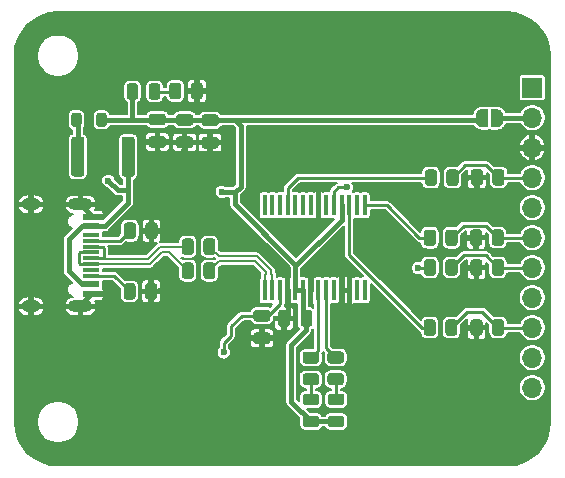
<source format=gbr>
%TF.GenerationSoftware,KiCad,Pcbnew,(5.1.10)-1*%
%TF.CreationDate,2021-09-17T22:01:12+03:00*%
%TF.ProjectId,G800Interface,47383030-496e-4746-9572-666163652e6b,rev?*%
%TF.SameCoordinates,Original*%
%TF.FileFunction,Copper,L1,Top*%
%TF.FilePolarity,Positive*%
%FSLAX46Y46*%
G04 Gerber Fmt 4.6, Leading zero omitted, Abs format (unit mm)*
G04 Created by KiCad (PCBNEW (5.1.10)-1) date 2021-09-17 22:01:12*
%MOMM*%
%LPD*%
G01*
G04 APERTURE LIST*
%TA.AperFunction,SMDPad,CuDef*%
%ADD10R,0.450000X1.750000*%
%TD*%
%TA.AperFunction,SMDPad,CuDef*%
%ADD11C,0.100000*%
%TD*%
%TA.AperFunction,SMDPad,CuDef*%
%ADD12R,1.450000X0.600000*%
%TD*%
%TA.AperFunction,SMDPad,CuDef*%
%ADD13R,1.450000X0.300000*%
%TD*%
%TA.AperFunction,ComponentPad*%
%ADD14O,2.100000X1.000000*%
%TD*%
%TA.AperFunction,ComponentPad*%
%ADD15O,1.600000X1.000000*%
%TD*%
%TA.AperFunction,ComponentPad*%
%ADD16O,1.700000X1.700000*%
%TD*%
%TA.AperFunction,ComponentPad*%
%ADD17R,1.700000X1.700000*%
%TD*%
%TA.AperFunction,ViaPad*%
%ADD18C,0.600000*%
%TD*%
%TA.AperFunction,Conductor*%
%ADD19C,0.400000*%
%TD*%
%TA.AperFunction,Conductor*%
%ADD20C,0.250000*%
%TD*%
%TA.AperFunction,Conductor*%
%ADD21C,0.200000*%
%TD*%
%TA.AperFunction,Conductor*%
%ADD22C,0.100000*%
%TD*%
G04 APERTURE END LIST*
%TO.P,C5,2*%
%TO.N,GND*%
%TA.AperFunction,SMDPad,CuDef*%
G36*
G01*
X104630000Y-91745000D02*
X104630000Y-92695000D01*
G75*
G02*
X104380000Y-92945000I-250000J0D01*
G01*
X103880000Y-92945000D01*
G75*
G02*
X103630000Y-92695000I0J250000D01*
G01*
X103630000Y-91745000D01*
G75*
G02*
X103880000Y-91495000I250000J0D01*
G01*
X104380000Y-91495000D01*
G75*
G02*
X104630000Y-91745000I0J-250000D01*
G01*
G37*
%TD.AperFunction*%
%TO.P,C5,1*%
%TO.N,VCCIO*%
%TA.AperFunction,SMDPad,CuDef*%
G36*
G01*
X106530000Y-91745000D02*
X106530000Y-92695000D01*
G75*
G02*
X106280000Y-92945000I-250000J0D01*
G01*
X105780000Y-92945000D01*
G75*
G02*
X105530000Y-92695000I0J250000D01*
G01*
X105530000Y-91745000D01*
G75*
G02*
X105780000Y-91495000I250000J0D01*
G01*
X106280000Y-91495000D01*
G75*
G02*
X106530000Y-91745000I0J-250000D01*
G01*
G37*
%TD.AperFunction*%
%TD*%
D10*
%TO.P,U1,28*%
%TO.N,N/C*%
X110950600Y-89854200D03*
%TO.P,U1,27*%
X110300600Y-89854200D03*
%TO.P,U1,26*%
%TO.N,GND*%
X109650600Y-89854200D03*
%TO.P,U1,25*%
X109000600Y-89854200D03*
%TO.P,U1,24*%
%TO.N,N/C*%
X108350600Y-89854200D03*
%TO.P,U1,23*%
%TO.N,TXLED*%
X107700600Y-89854200D03*
%TO.P,U1,22*%
%TO.N,RXLED*%
X107050600Y-89854200D03*
%TO.P,U1,21*%
%TO.N,GND*%
X106400600Y-89854200D03*
%TO.P,U1,20*%
%TO.N,VCCIO*%
X105750600Y-89854200D03*
%TO.P,U1,19*%
X105100600Y-89854200D03*
%TO.P,U1,18*%
%TO.N,GND*%
X104450600Y-89854200D03*
%TO.P,U1,17*%
%TO.N,+3V3*%
X103800600Y-89854200D03*
%TO.P,U1,16*%
%TO.N,USBD-*%
X103150600Y-89854200D03*
%TO.P,U1,15*%
%TO.N,USBD+*%
X102500600Y-89854200D03*
%TO.P,U1,14*%
%TO.N,N/C*%
X102500600Y-82654200D03*
%TO.P,U1,13*%
X103150600Y-82654200D03*
%TO.P,U1,12*%
X103800600Y-82654200D03*
%TO.P,U1,11*%
%TO.N,Net-(R4-Pad2)*%
X104450600Y-82654200D03*
%TO.P,U1,10*%
%TO.N,N/C*%
X105100600Y-82654200D03*
%TO.P,U1,9*%
X105750600Y-82654200D03*
%TO.P,U1,8*%
X106400600Y-82654200D03*
%TO.P,U1,7*%
%TO.N,GND*%
X107050600Y-82654200D03*
%TO.P,U1,6*%
%TO.N,N/C*%
X107700600Y-82654200D03*
%TO.P,U1,5*%
%TO.N,Net-(R2-Pad2)*%
X108350600Y-82654200D03*
%TO.P,U1,4*%
%TO.N,VCCIO*%
X109000600Y-82654200D03*
%TO.P,U1,3*%
%TO.N,Net-(R3-Pad2)*%
X109650600Y-82654200D03*
%TO.P,U1,2*%
%TO.N,N/C*%
X110300600Y-82654200D03*
%TO.P,U1,1*%
%TO.N,Net-(R1-Pad2)*%
X110950600Y-82654200D03*
%TD*%
%TO.P,R15,2*%
%TO.N,RXLED*%
%TA.AperFunction,SMDPad,CuDef*%
G36*
G01*
X106850001Y-96062500D02*
X105949999Y-96062500D01*
G75*
G02*
X105700000Y-95812501I0J249999D01*
G01*
X105700000Y-95287499D01*
G75*
G02*
X105949999Y-95037500I249999J0D01*
G01*
X106850001Y-95037500D01*
G75*
G02*
X107100000Y-95287499I0J-249999D01*
G01*
X107100000Y-95812501D01*
G75*
G02*
X106850001Y-96062500I-249999J0D01*
G01*
G37*
%TD.AperFunction*%
%TO.P,R15,1*%
%TO.N,Net-(D3-Pad1)*%
%TA.AperFunction,SMDPad,CuDef*%
G36*
G01*
X106850001Y-97887500D02*
X105949999Y-97887500D01*
G75*
G02*
X105700000Y-97637501I0J249999D01*
G01*
X105700000Y-97112499D01*
G75*
G02*
X105949999Y-96862500I249999J0D01*
G01*
X106850001Y-96862500D01*
G75*
G02*
X107100000Y-97112499I0J-249999D01*
G01*
X107100000Y-97637501D01*
G75*
G02*
X106850001Y-97887500I-249999J0D01*
G01*
G37*
%TD.AperFunction*%
%TD*%
%TO.P,R14,2*%
%TO.N,TXLED*%
%TA.AperFunction,SMDPad,CuDef*%
G36*
G01*
X108960001Y-96052500D02*
X108059999Y-96052500D01*
G75*
G02*
X107810000Y-95802501I0J249999D01*
G01*
X107810000Y-95277499D01*
G75*
G02*
X108059999Y-95027500I249999J0D01*
G01*
X108960001Y-95027500D01*
G75*
G02*
X109210000Y-95277499I0J-249999D01*
G01*
X109210000Y-95802501D01*
G75*
G02*
X108960001Y-96052500I-249999J0D01*
G01*
G37*
%TD.AperFunction*%
%TO.P,R14,1*%
%TO.N,Net-(D2-Pad1)*%
%TA.AperFunction,SMDPad,CuDef*%
G36*
G01*
X108960001Y-97877500D02*
X108059999Y-97877500D01*
G75*
G02*
X107810000Y-97627501I0J249999D01*
G01*
X107810000Y-97102499D01*
G75*
G02*
X108059999Y-96852500I249999J0D01*
G01*
X108960001Y-96852500D01*
G75*
G02*
X109210000Y-97102499I0J-249999D01*
G01*
X109210000Y-97627501D01*
G75*
G02*
X108960001Y-97877500I-249999J0D01*
G01*
G37*
%TD.AperFunction*%
%TD*%
%TO.P,R13,2*%
%TO.N,GND*%
%TA.AperFunction,SMDPad,CuDef*%
G36*
G01*
X96242500Y-73419201D02*
X96242500Y-72519199D01*
G75*
G02*
X96492499Y-72269200I249999J0D01*
G01*
X97017501Y-72269200D01*
G75*
G02*
X97267500Y-72519199I0J-249999D01*
G01*
X97267500Y-73419201D01*
G75*
G02*
X97017501Y-73669200I-249999J0D01*
G01*
X96492499Y-73669200D01*
G75*
G02*
X96242500Y-73419201I0J249999D01*
G01*
G37*
%TD.AperFunction*%
%TO.P,R13,1*%
%TO.N,Net-(D1-Pad1)*%
%TA.AperFunction,SMDPad,CuDef*%
G36*
G01*
X94417500Y-73419201D02*
X94417500Y-72519199D01*
G75*
G02*
X94667499Y-72269200I249999J0D01*
G01*
X95192501Y-72269200D01*
G75*
G02*
X95442500Y-72519199I0J-249999D01*
G01*
X95442500Y-73419201D01*
G75*
G02*
X95192501Y-73669200I-249999J0D01*
G01*
X94667499Y-73669200D01*
G75*
G02*
X94417500Y-73419201I0J249999D01*
G01*
G37*
%TD.AperFunction*%
%TD*%
%TO.P,R12,2*%
%TO.N,GND*%
%TA.AperFunction,SMDPad,CuDef*%
G36*
G01*
X120972500Y-79839999D02*
X120972500Y-80740001D01*
G75*
G02*
X120722501Y-80990000I-249999J0D01*
G01*
X120197499Y-80990000D01*
G75*
G02*
X119947500Y-80740001I0J249999D01*
G01*
X119947500Y-79839999D01*
G75*
G02*
X120197499Y-79590000I249999J0D01*
G01*
X120722501Y-79590000D01*
G75*
G02*
X120972500Y-79839999I0J-249999D01*
G01*
G37*
%TD.AperFunction*%
%TO.P,R12,1*%
%TO.N,RTSCalc*%
%TA.AperFunction,SMDPad,CuDef*%
G36*
G01*
X122797500Y-79839999D02*
X122797500Y-80740001D01*
G75*
G02*
X122547501Y-80990000I-249999J0D01*
G01*
X122022499Y-80990000D01*
G75*
G02*
X121772500Y-80740001I0J249999D01*
G01*
X121772500Y-79839999D01*
G75*
G02*
X122022499Y-79590000I249999J0D01*
G01*
X122547501Y-79590000D01*
G75*
G02*
X122797500Y-79839999I0J-249999D01*
G01*
G37*
%TD.AperFunction*%
%TD*%
%TO.P,R11,2*%
%TO.N,GND*%
%TA.AperFunction,SMDPad,CuDef*%
G36*
G01*
X120942500Y-92549999D02*
X120942500Y-93450001D01*
G75*
G02*
X120692501Y-93700000I-249999J0D01*
G01*
X120167499Y-93700000D01*
G75*
G02*
X119917500Y-93450001I0J249999D01*
G01*
X119917500Y-92549999D01*
G75*
G02*
X120167499Y-92300000I249999J0D01*
G01*
X120692501Y-92300000D01*
G75*
G02*
X120942500Y-92549999I0J-249999D01*
G01*
G37*
%TD.AperFunction*%
%TO.P,R11,1*%
%TO.N,CTSCalc*%
%TA.AperFunction,SMDPad,CuDef*%
G36*
G01*
X122767500Y-92549999D02*
X122767500Y-93450001D01*
G75*
G02*
X122517501Y-93700000I-249999J0D01*
G01*
X121992499Y-93700000D01*
G75*
G02*
X121742500Y-93450001I0J249999D01*
G01*
X121742500Y-92549999D01*
G75*
G02*
X121992499Y-92300000I249999J0D01*
G01*
X122517501Y-92300000D01*
G75*
G02*
X122767500Y-92549999I0J-249999D01*
G01*
G37*
%TD.AperFunction*%
%TD*%
%TO.P,R10,2*%
%TO.N,GND*%
%TA.AperFunction,SMDPad,CuDef*%
G36*
G01*
X120930000Y-87469999D02*
X120930000Y-88370001D01*
G75*
G02*
X120680001Y-88620000I-249999J0D01*
G01*
X120154999Y-88620000D01*
G75*
G02*
X119905000Y-88370001I0J249999D01*
G01*
X119905000Y-87469999D01*
G75*
G02*
X120154999Y-87220000I249999J0D01*
G01*
X120680001Y-87220000D01*
G75*
G02*
X120930000Y-87469999I0J-249999D01*
G01*
G37*
%TD.AperFunction*%
%TO.P,R10,1*%
%TO.N,TXDCalc*%
%TA.AperFunction,SMDPad,CuDef*%
G36*
G01*
X122755000Y-87469999D02*
X122755000Y-88370001D01*
G75*
G02*
X122505001Y-88620000I-249999J0D01*
G01*
X121979999Y-88620000D01*
G75*
G02*
X121730000Y-88370001I0J249999D01*
G01*
X121730000Y-87469999D01*
G75*
G02*
X121979999Y-87220000I249999J0D01*
G01*
X122505001Y-87220000D01*
G75*
G02*
X122755000Y-87469999I0J-249999D01*
G01*
G37*
%TD.AperFunction*%
%TD*%
%TO.P,R9,2*%
%TO.N,GND*%
%TA.AperFunction,SMDPad,CuDef*%
G36*
G01*
X120912500Y-84939999D02*
X120912500Y-85840001D01*
G75*
G02*
X120662501Y-86090000I-249999J0D01*
G01*
X120137499Y-86090000D01*
G75*
G02*
X119887500Y-85840001I0J249999D01*
G01*
X119887500Y-84939999D01*
G75*
G02*
X120137499Y-84690000I249999J0D01*
G01*
X120662501Y-84690000D01*
G75*
G02*
X120912500Y-84939999I0J-249999D01*
G01*
G37*
%TD.AperFunction*%
%TO.P,R9,1*%
%TO.N,RXDCalc*%
%TA.AperFunction,SMDPad,CuDef*%
G36*
G01*
X122737500Y-84939999D02*
X122737500Y-85840001D01*
G75*
G02*
X122487501Y-86090000I-249999J0D01*
G01*
X121962499Y-86090000D01*
G75*
G02*
X121712500Y-85840001I0J249999D01*
G01*
X121712500Y-84939999D01*
G75*
G02*
X121962499Y-84690000I249999J0D01*
G01*
X122487501Y-84690000D01*
G75*
G02*
X122737500Y-84939999I0J-249999D01*
G01*
G37*
%TD.AperFunction*%
%TD*%
%TO.P,R8,2*%
%TO.N,/D+*%
%TA.AperFunction,SMDPad,CuDef*%
G36*
G01*
X96499100Y-87738799D02*
X96499100Y-88638801D01*
G75*
G02*
X96249101Y-88888800I-249999J0D01*
G01*
X95724099Y-88888800D01*
G75*
G02*
X95474100Y-88638801I0J249999D01*
G01*
X95474100Y-87738799D01*
G75*
G02*
X95724099Y-87488800I249999J0D01*
G01*
X96249101Y-87488800D01*
G75*
G02*
X96499100Y-87738799I0J-249999D01*
G01*
G37*
%TD.AperFunction*%
%TO.P,R8,1*%
%TO.N,USBD+*%
%TA.AperFunction,SMDPad,CuDef*%
G36*
G01*
X98324100Y-87738799D02*
X98324100Y-88638801D01*
G75*
G02*
X98074101Y-88888800I-249999J0D01*
G01*
X97549099Y-88888800D01*
G75*
G02*
X97299100Y-88638801I0J249999D01*
G01*
X97299100Y-87738799D01*
G75*
G02*
X97549099Y-87488800I249999J0D01*
G01*
X98074101Y-87488800D01*
G75*
G02*
X98324100Y-87738799I0J-249999D01*
G01*
G37*
%TD.AperFunction*%
%TD*%
%TO.P,R7,2*%
%TO.N,Net-(J2-PadA5)*%
%TA.AperFunction,SMDPad,CuDef*%
G36*
G01*
X91600000Y-84349999D02*
X91600000Y-85250001D01*
G75*
G02*
X91350001Y-85500000I-249999J0D01*
G01*
X90824999Y-85500000D01*
G75*
G02*
X90575000Y-85250001I0J249999D01*
G01*
X90575000Y-84349999D01*
G75*
G02*
X90824999Y-84100000I249999J0D01*
G01*
X91350001Y-84100000D01*
G75*
G02*
X91600000Y-84349999I0J-249999D01*
G01*
G37*
%TD.AperFunction*%
%TO.P,R7,1*%
%TO.N,GND*%
%TA.AperFunction,SMDPad,CuDef*%
G36*
G01*
X93425000Y-84349999D02*
X93425000Y-85250001D01*
G75*
G02*
X93175001Y-85500000I-249999J0D01*
G01*
X92649999Y-85500000D01*
G75*
G02*
X92400000Y-85250001I0J249999D01*
G01*
X92400000Y-84349999D01*
G75*
G02*
X92649999Y-84100000I249999J0D01*
G01*
X93175001Y-84100000D01*
G75*
G02*
X93425000Y-84349999I0J-249999D01*
G01*
G37*
%TD.AperFunction*%
%TD*%
%TO.P,R6,2*%
%TO.N,Net-(J2-PadB5)*%
%TA.AperFunction,SMDPad,CuDef*%
G36*
G01*
X91570000Y-89489999D02*
X91570000Y-90390001D01*
G75*
G02*
X91320001Y-90640000I-249999J0D01*
G01*
X90794999Y-90640000D01*
G75*
G02*
X90545000Y-90390001I0J249999D01*
G01*
X90545000Y-89489999D01*
G75*
G02*
X90794999Y-89240000I249999J0D01*
G01*
X91320001Y-89240000D01*
G75*
G02*
X91570000Y-89489999I0J-249999D01*
G01*
G37*
%TD.AperFunction*%
%TO.P,R6,1*%
%TO.N,GND*%
%TA.AperFunction,SMDPad,CuDef*%
G36*
G01*
X93395000Y-89489999D02*
X93395000Y-90390001D01*
G75*
G02*
X93145001Y-90640000I-249999J0D01*
G01*
X92619999Y-90640000D01*
G75*
G02*
X92370000Y-90390001I0J249999D01*
G01*
X92370000Y-89489999D01*
G75*
G02*
X92619999Y-89240000I249999J0D01*
G01*
X93145001Y-89240000D01*
G75*
G02*
X93395000Y-89489999I0J-249999D01*
G01*
G37*
%TD.AperFunction*%
%TD*%
%TO.P,R5,2*%
%TO.N,/D-*%
%TA.AperFunction,SMDPad,CuDef*%
G36*
G01*
X96499100Y-85706799D02*
X96499100Y-86606801D01*
G75*
G02*
X96249101Y-86856800I-249999J0D01*
G01*
X95724099Y-86856800D01*
G75*
G02*
X95474100Y-86606801I0J249999D01*
G01*
X95474100Y-85706799D01*
G75*
G02*
X95724099Y-85456800I249999J0D01*
G01*
X96249101Y-85456800D01*
G75*
G02*
X96499100Y-85706799I0J-249999D01*
G01*
G37*
%TD.AperFunction*%
%TO.P,R5,1*%
%TO.N,USBD-*%
%TA.AperFunction,SMDPad,CuDef*%
G36*
G01*
X98324100Y-85706799D02*
X98324100Y-86606801D01*
G75*
G02*
X98074101Y-86856800I-249999J0D01*
G01*
X97549099Y-86856800D01*
G75*
G02*
X97299100Y-86606801I0J249999D01*
G01*
X97299100Y-85706799D01*
G75*
G02*
X97549099Y-85456800I249999J0D01*
G01*
X98074101Y-85456800D01*
G75*
G02*
X98324100Y-85706799I0J-249999D01*
G01*
G37*
%TD.AperFunction*%
%TD*%
%TO.P,R4,2*%
%TO.N,Net-(R4-Pad2)*%
%TA.AperFunction,SMDPad,CuDef*%
G36*
G01*
X117087500Y-79859999D02*
X117087500Y-80760001D01*
G75*
G02*
X116837501Y-81010000I-249999J0D01*
G01*
X116312499Y-81010000D01*
G75*
G02*
X116062500Y-80760001I0J249999D01*
G01*
X116062500Y-79859999D01*
G75*
G02*
X116312499Y-79610000I249999J0D01*
G01*
X116837501Y-79610000D01*
G75*
G02*
X117087500Y-79859999I0J-249999D01*
G01*
G37*
%TD.AperFunction*%
%TO.P,R4,1*%
%TO.N,RTSCalc*%
%TA.AperFunction,SMDPad,CuDef*%
G36*
G01*
X118912500Y-79859999D02*
X118912500Y-80760001D01*
G75*
G02*
X118662501Y-81010000I-249999J0D01*
G01*
X118137499Y-81010000D01*
G75*
G02*
X117887500Y-80760001I0J249999D01*
G01*
X117887500Y-79859999D01*
G75*
G02*
X118137499Y-79610000I249999J0D01*
G01*
X118662501Y-79610000D01*
G75*
G02*
X118912500Y-79859999I0J-249999D01*
G01*
G37*
%TD.AperFunction*%
%TD*%
%TO.P,R3,2*%
%TO.N,Net-(R3-Pad2)*%
%TA.AperFunction,SMDPad,CuDef*%
G36*
G01*
X116987500Y-92559999D02*
X116987500Y-93460001D01*
G75*
G02*
X116737501Y-93710000I-249999J0D01*
G01*
X116212499Y-93710000D01*
G75*
G02*
X115962500Y-93460001I0J249999D01*
G01*
X115962500Y-92559999D01*
G75*
G02*
X116212499Y-92310000I249999J0D01*
G01*
X116737501Y-92310000D01*
G75*
G02*
X116987500Y-92559999I0J-249999D01*
G01*
G37*
%TD.AperFunction*%
%TO.P,R3,1*%
%TO.N,CTSCalc*%
%TA.AperFunction,SMDPad,CuDef*%
G36*
G01*
X118812500Y-92559999D02*
X118812500Y-93460001D01*
G75*
G02*
X118562501Y-93710000I-249999J0D01*
G01*
X118037499Y-93710000D01*
G75*
G02*
X117787500Y-93460001I0J249999D01*
G01*
X117787500Y-92559999D01*
G75*
G02*
X118037499Y-92310000I249999J0D01*
G01*
X118562501Y-92310000D01*
G75*
G02*
X118812500Y-92559999I0J-249999D01*
G01*
G37*
%TD.AperFunction*%
%TD*%
%TO.P,R2,2*%
%TO.N,Net-(R2-Pad2)*%
%TA.AperFunction,SMDPad,CuDef*%
G36*
G01*
X116997500Y-87469999D02*
X116997500Y-88370001D01*
G75*
G02*
X116747501Y-88620000I-249999J0D01*
G01*
X116222499Y-88620000D01*
G75*
G02*
X115972500Y-88370001I0J249999D01*
G01*
X115972500Y-87469999D01*
G75*
G02*
X116222499Y-87220000I249999J0D01*
G01*
X116747501Y-87220000D01*
G75*
G02*
X116997500Y-87469999I0J-249999D01*
G01*
G37*
%TD.AperFunction*%
%TO.P,R2,1*%
%TO.N,TXDCalc*%
%TA.AperFunction,SMDPad,CuDef*%
G36*
G01*
X118822500Y-87469999D02*
X118822500Y-88370001D01*
G75*
G02*
X118572501Y-88620000I-249999J0D01*
G01*
X118047499Y-88620000D01*
G75*
G02*
X117797500Y-88370001I0J249999D01*
G01*
X117797500Y-87469999D01*
G75*
G02*
X118047499Y-87220000I249999J0D01*
G01*
X118572501Y-87220000D01*
G75*
G02*
X118822500Y-87469999I0J-249999D01*
G01*
G37*
%TD.AperFunction*%
%TD*%
%TO.P,R1,2*%
%TO.N,Net-(R1-Pad2)*%
%TA.AperFunction,SMDPad,CuDef*%
G36*
G01*
X116997500Y-84949999D02*
X116997500Y-85850001D01*
G75*
G02*
X116747501Y-86100000I-249999J0D01*
G01*
X116222499Y-86100000D01*
G75*
G02*
X115972500Y-85850001I0J249999D01*
G01*
X115972500Y-84949999D01*
G75*
G02*
X116222499Y-84700000I249999J0D01*
G01*
X116747501Y-84700000D01*
G75*
G02*
X116997500Y-84949999I0J-249999D01*
G01*
G37*
%TD.AperFunction*%
%TO.P,R1,1*%
%TO.N,RXDCalc*%
%TA.AperFunction,SMDPad,CuDef*%
G36*
G01*
X118822500Y-84949999D02*
X118822500Y-85850001D01*
G75*
G02*
X118572501Y-86100000I-249999J0D01*
G01*
X118047499Y-86100000D01*
G75*
G02*
X117797500Y-85850001I0J249999D01*
G01*
X117797500Y-84949999D01*
G75*
G02*
X118047499Y-84700000I249999J0D01*
G01*
X118572501Y-84700000D01*
G75*
G02*
X118822500Y-84949999I0J-249999D01*
G01*
G37*
%TD.AperFunction*%
%TD*%
%TA.AperFunction,SMDPad,CuDef*%
D11*
%TO.P,JP1,2*%
%TO.N,VCCCalc*%
G36*
X122170000Y-74520602D02*
G01*
X122194534Y-74520602D01*
X122243365Y-74525412D01*
X122291490Y-74534984D01*
X122338445Y-74549228D01*
X122383778Y-74568005D01*
X122427051Y-74591136D01*
X122467850Y-74618396D01*
X122505779Y-74649524D01*
X122540476Y-74684221D01*
X122571604Y-74722150D01*
X122598864Y-74762949D01*
X122621995Y-74806222D01*
X122640772Y-74851555D01*
X122655016Y-74898510D01*
X122664588Y-74946635D01*
X122669398Y-74995466D01*
X122669398Y-75020000D01*
X122670000Y-75020000D01*
X122670000Y-75520000D01*
X122669398Y-75520000D01*
X122669398Y-75544534D01*
X122664588Y-75593365D01*
X122655016Y-75641490D01*
X122640772Y-75688445D01*
X122621995Y-75733778D01*
X122598864Y-75777051D01*
X122571604Y-75817850D01*
X122540476Y-75855779D01*
X122505779Y-75890476D01*
X122467850Y-75921604D01*
X122427051Y-75948864D01*
X122383778Y-75971995D01*
X122338445Y-75990772D01*
X122291490Y-76005016D01*
X122243365Y-76014588D01*
X122194534Y-76019398D01*
X122170000Y-76019398D01*
X122170000Y-76020000D01*
X121670000Y-76020000D01*
X121670000Y-74520000D01*
X122170000Y-74520000D01*
X122170000Y-74520602D01*
G37*
%TD.AperFunction*%
%TA.AperFunction,SMDPad,CuDef*%
%TO.P,JP1,1*%
%TO.N,VCCIO*%
G36*
X121370000Y-76020000D02*
G01*
X120870000Y-76020000D01*
X120870000Y-76019398D01*
X120845466Y-76019398D01*
X120796635Y-76014588D01*
X120748510Y-76005016D01*
X120701555Y-75990772D01*
X120656222Y-75971995D01*
X120612949Y-75948864D01*
X120572150Y-75921604D01*
X120534221Y-75890476D01*
X120499524Y-75855779D01*
X120468396Y-75817850D01*
X120441136Y-75777051D01*
X120418005Y-75733778D01*
X120399228Y-75688445D01*
X120384984Y-75641490D01*
X120375412Y-75593365D01*
X120370602Y-75544534D01*
X120370602Y-75520000D01*
X120370000Y-75520000D01*
X120370000Y-75020000D01*
X120370602Y-75020000D01*
X120370602Y-74995466D01*
X120375412Y-74946635D01*
X120384984Y-74898510D01*
X120399228Y-74851555D01*
X120418005Y-74806222D01*
X120441136Y-74762949D01*
X120468396Y-74722150D01*
X120499524Y-74684221D01*
X120534221Y-74649524D01*
X120572150Y-74618396D01*
X120612949Y-74591136D01*
X120656222Y-74568005D01*
X120701555Y-74549228D01*
X120748510Y-74534984D01*
X120796635Y-74525412D01*
X120845466Y-74520602D01*
X120870000Y-74520602D01*
X120870000Y-74520000D01*
X121370000Y-74520000D01*
X121370000Y-76020000D01*
G37*
%TD.AperFunction*%
%TD*%
D12*
%TO.P,J2,B1*%
%TO.N,GND*%
X87814200Y-90143400D03*
%TO.P,J2,A9*%
%TO.N,VBUS*%
X87814200Y-89343400D03*
%TO.P,J2,B9*%
X87814200Y-84443400D03*
%TO.P,J2,B12*%
%TO.N,GND*%
X87814200Y-83643400D03*
%TO.P,J2,A1*%
X87814200Y-83643400D03*
%TO.P,J2,A4*%
%TO.N,VBUS*%
X87814200Y-84443400D03*
%TO.P,J2,B4*%
X87814200Y-89343400D03*
%TO.P,J2,A12*%
%TO.N,GND*%
X87814200Y-90143400D03*
D13*
%TO.P,J2,B8*%
%TO.N,N/C*%
X87814200Y-85143400D03*
%TO.P,J2,A5*%
%TO.N,Net-(J2-PadA5)*%
X87814200Y-85643400D03*
%TO.P,J2,B7*%
%TO.N,/D-*%
X87814200Y-86143400D03*
%TO.P,J2,A7*%
X87814200Y-87143400D03*
%TO.P,J2,B6*%
%TO.N,/D+*%
X87814200Y-87643400D03*
%TO.P,J2,A8*%
%TO.N,N/C*%
X87814200Y-88143400D03*
%TO.P,J2,B5*%
%TO.N,Net-(J2-PadB5)*%
X87814200Y-88643400D03*
%TO.P,J2,A6*%
%TO.N,/D+*%
X87814200Y-86643400D03*
D14*
%TO.P,J2,S1*%
%TO.N,GND*%
X86899200Y-91213400D03*
X86899200Y-82573400D03*
D15*
X82719200Y-82573400D03*
X82719200Y-91213400D03*
%TD*%
D16*
%TO.P,J1,11*%
%TO.N,N/C*%
X125148800Y-98093000D03*
%TO.P,J1,10*%
X125148800Y-95553000D03*
%TO.P,J1,9*%
%TO.N,CTSCalc*%
X125148800Y-93013000D03*
%TO.P,J1,8*%
%TO.N,N/C*%
X125148800Y-90473000D03*
%TO.P,J1,7*%
%TO.N,TXDCalc*%
X125148800Y-87933000D03*
%TO.P,J1,6*%
%TO.N,RXDCalc*%
X125148800Y-85393000D03*
%TO.P,J1,5*%
%TO.N,N/C*%
X125148800Y-82853000D03*
%TO.P,J1,4*%
%TO.N,RTSCalc*%
X125148800Y-80313000D03*
%TO.P,J1,3*%
%TO.N,GND*%
X125148800Y-77773000D03*
%TO.P,J1,2*%
%TO.N,VCCCalc*%
X125148800Y-75233000D03*
D17*
%TO.P,J1,1*%
%TO.N,N/C*%
X125148800Y-72693000D03*
%TD*%
%TO.P,FB1,2*%
%TO.N,Net-(F1-Pad1)*%
%TA.AperFunction,SMDPad,CuDef*%
G36*
G01*
X86989800Y-75026350D02*
X86989800Y-75788850D01*
G75*
G02*
X86771050Y-76007600I-218750J0D01*
G01*
X86333550Y-76007600D01*
G75*
G02*
X86114800Y-75788850I0J218750D01*
G01*
X86114800Y-75026350D01*
G75*
G02*
X86333550Y-74807600I218750J0D01*
G01*
X86771050Y-74807600D01*
G75*
G02*
X86989800Y-75026350I0J-218750D01*
G01*
G37*
%TD.AperFunction*%
%TO.P,FB1,1*%
%TO.N,VCCIO*%
%TA.AperFunction,SMDPad,CuDef*%
G36*
G01*
X89114800Y-75026350D02*
X89114800Y-75788850D01*
G75*
G02*
X88896050Y-76007600I-218750J0D01*
G01*
X88458550Y-76007600D01*
G75*
G02*
X88239800Y-75788850I0J218750D01*
G01*
X88239800Y-75026350D01*
G75*
G02*
X88458550Y-74807600I218750J0D01*
G01*
X88896050Y-74807600D01*
G75*
G02*
X89114800Y-75026350I0J-218750D01*
G01*
G37*
%TD.AperFunction*%
%TD*%
%TO.P,F1,2*%
%TO.N,VBUS*%
%TA.AperFunction,SMDPad,CuDef*%
G36*
G01*
X90383600Y-79981801D02*
X90383600Y-77081799D01*
G75*
G02*
X90633599Y-76831800I249999J0D01*
G01*
X91258601Y-76831800D01*
G75*
G02*
X91508600Y-77081799I0J-249999D01*
G01*
X91508600Y-79981801D01*
G75*
G02*
X91258601Y-80231800I-249999J0D01*
G01*
X90633599Y-80231800D01*
G75*
G02*
X90383600Y-79981801I0J249999D01*
G01*
G37*
%TD.AperFunction*%
%TO.P,F1,1*%
%TO.N,Net-(F1-Pad1)*%
%TA.AperFunction,SMDPad,CuDef*%
G36*
G01*
X86108600Y-79981801D02*
X86108600Y-77081799D01*
G75*
G02*
X86358599Y-76831800I249999J0D01*
G01*
X86983601Y-76831800D01*
G75*
G02*
X87233600Y-77081799I0J-249999D01*
G01*
X87233600Y-79981801D01*
G75*
G02*
X86983601Y-80231800I-249999J0D01*
G01*
X86358599Y-80231800D01*
G75*
G02*
X86108600Y-79981801I0J249999D01*
G01*
G37*
%TD.AperFunction*%
%TD*%
%TO.P,D3,2*%
%TO.N,VCCIO*%
%TA.AperFunction,SMDPad,CuDef*%
G36*
G01*
X105963750Y-100467500D02*
X106876250Y-100467500D01*
G75*
G02*
X107120000Y-100711250I0J-243750D01*
G01*
X107120000Y-101198750D01*
G75*
G02*
X106876250Y-101442500I-243750J0D01*
G01*
X105963750Y-101442500D01*
G75*
G02*
X105720000Y-101198750I0J243750D01*
G01*
X105720000Y-100711250D01*
G75*
G02*
X105963750Y-100467500I243750J0D01*
G01*
G37*
%TD.AperFunction*%
%TO.P,D3,1*%
%TO.N,Net-(D3-Pad1)*%
%TA.AperFunction,SMDPad,CuDef*%
G36*
G01*
X105963750Y-98592500D02*
X106876250Y-98592500D01*
G75*
G02*
X107120000Y-98836250I0J-243750D01*
G01*
X107120000Y-99323750D01*
G75*
G02*
X106876250Y-99567500I-243750J0D01*
G01*
X105963750Y-99567500D01*
G75*
G02*
X105720000Y-99323750I0J243750D01*
G01*
X105720000Y-98836250D01*
G75*
G02*
X105963750Y-98592500I243750J0D01*
G01*
G37*
%TD.AperFunction*%
%TD*%
%TO.P,D2,2*%
%TO.N,VCCIO*%
%TA.AperFunction,SMDPad,CuDef*%
G36*
G01*
X108093750Y-100470000D02*
X109006250Y-100470000D01*
G75*
G02*
X109250000Y-100713750I0J-243750D01*
G01*
X109250000Y-101201250D01*
G75*
G02*
X109006250Y-101445000I-243750J0D01*
G01*
X108093750Y-101445000D01*
G75*
G02*
X107850000Y-101201250I0J243750D01*
G01*
X107850000Y-100713750D01*
G75*
G02*
X108093750Y-100470000I243750J0D01*
G01*
G37*
%TD.AperFunction*%
%TO.P,D2,1*%
%TO.N,Net-(D2-Pad1)*%
%TA.AperFunction,SMDPad,CuDef*%
G36*
G01*
X108093750Y-98595000D02*
X109006250Y-98595000D01*
G75*
G02*
X109250000Y-98838750I0J-243750D01*
G01*
X109250000Y-99326250D01*
G75*
G02*
X109006250Y-99570000I-243750J0D01*
G01*
X108093750Y-99570000D01*
G75*
G02*
X107850000Y-99326250I0J243750D01*
G01*
X107850000Y-98838750D01*
G75*
G02*
X108093750Y-98595000I243750J0D01*
G01*
G37*
%TD.AperFunction*%
%TD*%
%TO.P,D1,2*%
%TO.N,VCCIO*%
%TA.AperFunction,SMDPad,CuDef*%
G36*
G01*
X91785300Y-72563750D02*
X91785300Y-73476250D01*
G75*
G02*
X91541550Y-73720000I-243750J0D01*
G01*
X91054050Y-73720000D01*
G75*
G02*
X90810300Y-73476250I0J243750D01*
G01*
X90810300Y-72563750D01*
G75*
G02*
X91054050Y-72320000I243750J0D01*
G01*
X91541550Y-72320000D01*
G75*
G02*
X91785300Y-72563750I0J-243750D01*
G01*
G37*
%TD.AperFunction*%
%TO.P,D1,1*%
%TO.N,Net-(D1-Pad1)*%
%TA.AperFunction,SMDPad,CuDef*%
G36*
G01*
X93660300Y-72563750D02*
X93660300Y-73476250D01*
G75*
G02*
X93416550Y-73720000I-243750J0D01*
G01*
X92929050Y-73720000D01*
G75*
G02*
X92685300Y-73476250I0J243750D01*
G01*
X92685300Y-72563750D01*
G75*
G02*
X92929050Y-72320000I243750J0D01*
G01*
X93416550Y-72320000D01*
G75*
G02*
X93660300Y-72563750I0J-243750D01*
G01*
G37*
%TD.AperFunction*%
%TD*%
%TO.P,C4,2*%
%TO.N,GND*%
%TA.AperFunction,SMDPad,CuDef*%
G36*
G01*
X101785000Y-93400000D02*
X102735000Y-93400000D01*
G75*
G02*
X102985000Y-93650000I0J-250000D01*
G01*
X102985000Y-94150000D01*
G75*
G02*
X102735000Y-94400000I-250000J0D01*
G01*
X101785000Y-94400000D01*
G75*
G02*
X101535000Y-94150000I0J250000D01*
G01*
X101535000Y-93650000D01*
G75*
G02*
X101785000Y-93400000I250000J0D01*
G01*
G37*
%TD.AperFunction*%
%TO.P,C4,1*%
%TO.N,+3V3*%
%TA.AperFunction,SMDPad,CuDef*%
G36*
G01*
X101785000Y-91500000D02*
X102735000Y-91500000D01*
G75*
G02*
X102985000Y-91750000I0J-250000D01*
G01*
X102985000Y-92250000D01*
G75*
G02*
X102735000Y-92500000I-250000J0D01*
G01*
X101785000Y-92500000D01*
G75*
G02*
X101535000Y-92250000I0J250000D01*
G01*
X101535000Y-91750000D01*
G75*
G02*
X101785000Y-91500000I250000J0D01*
G01*
G37*
%TD.AperFunction*%
%TD*%
%TO.P,C3,2*%
%TO.N,GND*%
%TA.AperFunction,SMDPad,CuDef*%
G36*
G01*
X95242400Y-76822800D02*
X96192400Y-76822800D01*
G75*
G02*
X96442400Y-77072800I0J-250000D01*
G01*
X96442400Y-77572800D01*
G75*
G02*
X96192400Y-77822800I-250000J0D01*
G01*
X95242400Y-77822800D01*
G75*
G02*
X94992400Y-77572800I0J250000D01*
G01*
X94992400Y-77072800D01*
G75*
G02*
X95242400Y-76822800I250000J0D01*
G01*
G37*
%TD.AperFunction*%
%TO.P,C3,1*%
%TO.N,VCCIO*%
%TA.AperFunction,SMDPad,CuDef*%
G36*
G01*
X95242400Y-74922800D02*
X96192400Y-74922800D01*
G75*
G02*
X96442400Y-75172800I0J-250000D01*
G01*
X96442400Y-75672800D01*
G75*
G02*
X96192400Y-75922800I-250000J0D01*
G01*
X95242400Y-75922800D01*
G75*
G02*
X94992400Y-75672800I0J250000D01*
G01*
X94992400Y-75172800D01*
G75*
G02*
X95242400Y-74922800I250000J0D01*
G01*
G37*
%TD.AperFunction*%
%TD*%
%TO.P,C2,2*%
%TO.N,GND*%
%TA.AperFunction,SMDPad,CuDef*%
G36*
G01*
X97401400Y-76848200D02*
X98351400Y-76848200D01*
G75*
G02*
X98601400Y-77098200I0J-250000D01*
G01*
X98601400Y-77598200D01*
G75*
G02*
X98351400Y-77848200I-250000J0D01*
G01*
X97401400Y-77848200D01*
G75*
G02*
X97151400Y-77598200I0J250000D01*
G01*
X97151400Y-77098200D01*
G75*
G02*
X97401400Y-76848200I250000J0D01*
G01*
G37*
%TD.AperFunction*%
%TO.P,C2,1*%
%TO.N,VCCIO*%
%TA.AperFunction,SMDPad,CuDef*%
G36*
G01*
X97401400Y-74948200D02*
X98351400Y-74948200D01*
G75*
G02*
X98601400Y-75198200I0J-250000D01*
G01*
X98601400Y-75698200D01*
G75*
G02*
X98351400Y-75948200I-250000J0D01*
G01*
X97401400Y-75948200D01*
G75*
G02*
X97151400Y-75698200I0J250000D01*
G01*
X97151400Y-75198200D01*
G75*
G02*
X97401400Y-74948200I250000J0D01*
G01*
G37*
%TD.AperFunction*%
%TD*%
%TO.P,C1,2*%
%TO.N,GND*%
%TA.AperFunction,SMDPad,CuDef*%
G36*
G01*
X92931000Y-76787200D02*
X93881000Y-76787200D01*
G75*
G02*
X94131000Y-77037200I0J-250000D01*
G01*
X94131000Y-77537200D01*
G75*
G02*
X93881000Y-77787200I-250000J0D01*
G01*
X92931000Y-77787200D01*
G75*
G02*
X92681000Y-77537200I0J250000D01*
G01*
X92681000Y-77037200D01*
G75*
G02*
X92931000Y-76787200I250000J0D01*
G01*
G37*
%TD.AperFunction*%
%TO.P,C1,1*%
%TO.N,VCCIO*%
%TA.AperFunction,SMDPad,CuDef*%
G36*
G01*
X92931000Y-74887200D02*
X93881000Y-74887200D01*
G75*
G02*
X94131000Y-75137200I0J-250000D01*
G01*
X94131000Y-75637200D01*
G75*
G02*
X93881000Y-75887200I-250000J0D01*
G01*
X92931000Y-75887200D01*
G75*
G02*
X92681000Y-75637200I0J250000D01*
G01*
X92681000Y-75137200D01*
G75*
G02*
X92931000Y-74887200I250000J0D01*
G01*
G37*
%TD.AperFunction*%
%TD*%
D18*
%TO.N,GND*%
X119590000Y-87920000D03*
X119590000Y-85390000D03*
X119630000Y-80300000D03*
X119600000Y-93010000D03*
X104120000Y-93280000D03*
X102260000Y-94730000D03*
X93740000Y-84800000D03*
X93730000Y-89910000D03*
X97580000Y-72980000D03*
X93430000Y-78130000D03*
X95700000Y-78160000D03*
X97890000Y-78180000D03*
X107060000Y-83870000D03*
X108950000Y-91080000D03*
X90980000Y-88380000D03*
X93020000Y-88510000D03*
X94090000Y-87860000D03*
X95580000Y-89820000D03*
X97570000Y-90010000D03*
X99310000Y-90080000D03*
X99450000Y-88500000D03*
X100770000Y-88750000D03*
X99450000Y-85810000D03*
X100630000Y-85850000D03*
X102420000Y-86280000D03*
X94880000Y-84250000D03*
X96940000Y-84240000D03*
X98780000Y-84510000D03*
X90020000Y-86340000D03*
X91710000Y-86390000D03*
X103520000Y-78080000D03*
X118940000Y-77730000D03*
X100580000Y-71990000D03*
X122480000Y-70350000D03*
X112210000Y-94370000D03*
X121220000Y-96770000D03*
X102550000Y-100800000D03*
X91110000Y-94170000D03*
X84370000Y-93740000D03*
X83380000Y-79600000D03*
%TO.N,VCCIO*%
X98860000Y-81510000D03*
%TO.N,+3V3*%
X99030000Y-95110000D03*
%TO.N,VBUS*%
X89250000Y-80580000D03*
%TO.N,Net-(R2-Pad2)*%
X109480000Y-81140000D03*
X115460000Y-87960000D03*
%TD*%
D19*
%TO.N,GND*%
X120417500Y-87920000D02*
X119590000Y-87920000D01*
X120400000Y-85390000D02*
X119590000Y-85390000D01*
X119640000Y-80290000D02*
X119630000Y-80300000D01*
X120460000Y-80290000D02*
X119640000Y-80290000D01*
X119610000Y-93000000D02*
X119600000Y-93010000D01*
X120430000Y-93000000D02*
X119610000Y-93000000D01*
X104450600Y-91899400D02*
X104130000Y-92220000D01*
X104450600Y-89854200D02*
X104450600Y-91899400D01*
X109000600Y-88684198D02*
X109000600Y-89854200D01*
X108656402Y-88340000D02*
X109000600Y-88684198D01*
X109650600Y-89854200D02*
X109000600Y-89854200D01*
X104130000Y-93270000D02*
X104120000Y-93280000D01*
X104130000Y-92220000D02*
X104130000Y-93270000D01*
X102260000Y-93900000D02*
X102260000Y-94730000D01*
X92912500Y-84800000D02*
X93740000Y-84800000D01*
X93700000Y-89940000D02*
X93730000Y-89910000D01*
X92882500Y-89940000D02*
X93700000Y-89940000D01*
X97569200Y-72969200D02*
X97580000Y-72980000D01*
X96755000Y-72969200D02*
X97569200Y-72969200D01*
X93406000Y-78106000D02*
X93430000Y-78130000D01*
X93406000Y-77287200D02*
X93406000Y-78106000D01*
X95717400Y-78142600D02*
X95700000Y-78160000D01*
X95717400Y-77322800D02*
X95717400Y-78142600D01*
X97876400Y-78166400D02*
X97890000Y-78180000D01*
X97876400Y-77348200D02*
X97876400Y-78166400D01*
X87814200Y-83488400D02*
X86899200Y-82573400D01*
X87814200Y-83643400D02*
X87814200Y-83488400D01*
X86899200Y-82573400D02*
X82719200Y-82573400D01*
X82719200Y-91213400D02*
X86899200Y-91213400D01*
X86899200Y-91058400D02*
X87814200Y-90143400D01*
X86899200Y-91213400D02*
X86899200Y-91058400D01*
X106400600Y-88684198D02*
X106400600Y-89854200D01*
X106744798Y-88340000D02*
X106400600Y-88684198D01*
X108656402Y-88340000D02*
X106744798Y-88340000D01*
X107050600Y-83860600D02*
X107060000Y-83870000D01*
X107050600Y-82654200D02*
X107050600Y-83860600D01*
X109000600Y-91029400D02*
X108950000Y-91080000D01*
X109000600Y-89854200D02*
X109000600Y-91029400D01*
%TO.N,VCCIO*%
X105750600Y-91940600D02*
X106030000Y-92220000D01*
X105750600Y-89854200D02*
X105750600Y-91940600D01*
X105100600Y-89854200D02*
X105750600Y-89854200D01*
X108547500Y-100955000D02*
X108550000Y-100957500D01*
X106420000Y-100955000D02*
X108547500Y-100955000D01*
X106030000Y-92220000D02*
X106030000Y-93220000D01*
X106030000Y-93220000D02*
X104750000Y-94500000D01*
X104750000Y-99285000D02*
X106420000Y-100955000D01*
X104750000Y-94500000D02*
X104750000Y-99285000D01*
X97835800Y-75407600D02*
X97876400Y-75448200D01*
X91297800Y-75367800D02*
X91337600Y-75407600D01*
X91297800Y-73020000D02*
X91297800Y-75367800D01*
X91337600Y-75407600D02*
X97835800Y-75407600D01*
X88677300Y-75407600D02*
X91337600Y-75407600D01*
X105100600Y-87829200D02*
X105100600Y-89854200D01*
X109000600Y-83929200D02*
X105100600Y-87829200D01*
X109000600Y-82654200D02*
X109000600Y-83929200D01*
X100681800Y-75448200D02*
X100683600Y-75450000D01*
X120880000Y-75450000D02*
X121050000Y-75280000D01*
X105100600Y-87829200D02*
X105100600Y-87680600D01*
X105100600Y-87680600D02*
X100001800Y-82581800D01*
X100001800Y-75448200D02*
X100681800Y-75448200D01*
X97876400Y-75448200D02*
X100001800Y-75448200D01*
X100001800Y-81541800D02*
X98891800Y-81541800D01*
X100001800Y-82581800D02*
X100001800Y-81541800D01*
X98891800Y-81541800D02*
X98860000Y-81510000D01*
X100470000Y-75916400D02*
X100001800Y-75448200D01*
X100470000Y-81073600D02*
X100470000Y-75916400D01*
X100001800Y-81541800D02*
X100470000Y-81073600D01*
X120691800Y-75448200D02*
X120870000Y-75270000D01*
X100681800Y-75448200D02*
X120691800Y-75448200D01*
D20*
%TO.N,+3V3*%
X102779800Y-92000000D02*
X102260000Y-92000000D01*
X103800600Y-90979200D02*
X102779800Y-92000000D01*
X103800600Y-89854200D02*
X103800600Y-90979200D01*
X99030000Y-94320000D02*
X99030000Y-95110000D01*
X99630000Y-93720000D02*
X99030000Y-94320000D01*
X99630000Y-92910000D02*
X99630000Y-93720000D01*
X100540000Y-92000000D02*
X99630000Y-92910000D01*
X102260000Y-92000000D02*
X100540000Y-92000000D01*
%TO.N,Net-(D1-Pad1)*%
X94879200Y-73020000D02*
X94930000Y-72969200D01*
X93172800Y-73020000D02*
X94879200Y-73020000D01*
%TO.N,Net-(D2-Pad1)*%
X108510000Y-99042500D02*
X108550000Y-99082500D01*
X108510000Y-97365000D02*
X108510000Y-99042500D01*
%TO.N,Net-(D3-Pad1)*%
X106400000Y-99060000D02*
X106420000Y-99080000D01*
X106400000Y-97375000D02*
X106400000Y-99060000D01*
D19*
%TO.N,VBUS*%
X87002202Y-89343400D02*
X85900000Y-88241198D01*
X87814200Y-89343400D02*
X87002202Y-89343400D01*
X87002202Y-84443400D02*
X87814200Y-84443400D01*
X85900000Y-85545602D02*
X87002202Y-84443400D01*
X85900000Y-88241198D02*
X85900000Y-85545602D01*
X88939200Y-84443400D02*
X90946100Y-82436500D01*
X87814200Y-84443400D02*
X88939200Y-84443400D01*
X90046100Y-81376100D02*
X89250000Y-80580000D01*
X90946100Y-81376100D02*
X90046100Y-81376100D01*
X90946100Y-82436500D02*
X90946100Y-81376100D01*
X90946100Y-81376100D02*
X90946100Y-78531800D01*
%TO.N,Net-(F1-Pad1)*%
X86671100Y-75526400D02*
X86552300Y-75407600D01*
X86671100Y-78531800D02*
X86671100Y-75526400D01*
D20*
%TO.N,CTSCalc*%
X122268000Y-93013000D02*
X122255000Y-93000000D01*
X125148800Y-93013000D02*
X122268000Y-93013000D01*
X122255000Y-93000000D02*
X120905000Y-91650000D01*
X119660000Y-91650000D02*
X118300000Y-93010000D01*
X120905000Y-91650000D02*
X119660000Y-91650000D01*
%TO.N,TXDCalc*%
X122255500Y-87933000D02*
X122242500Y-87920000D01*
X125148800Y-87933000D02*
X122255500Y-87933000D01*
X119335010Y-86894990D02*
X118310000Y-87920000D01*
X121217490Y-86894990D02*
X119335010Y-86894990D01*
X122242500Y-87920000D02*
X121217490Y-86894990D01*
%TO.N,RXDCalc*%
X122228000Y-85393000D02*
X122225000Y-85390000D01*
X125148800Y-85393000D02*
X122228000Y-85393000D01*
X119345010Y-84364990D02*
X118310000Y-85400000D01*
X121199990Y-84364990D02*
X119345010Y-84364990D01*
X122225000Y-85390000D02*
X121199990Y-84364990D01*
%TO.N,RTSCalc*%
X122308000Y-80313000D02*
X122285000Y-80290000D01*
X125148800Y-80313000D02*
X122308000Y-80313000D01*
X119445010Y-79264990D02*
X118400000Y-80310000D01*
X121259990Y-79264990D02*
X119445010Y-79264990D01*
X122285000Y-80290000D02*
X121259990Y-79264990D01*
D19*
%TO.N,VCCCalc*%
X122397000Y-75233000D02*
X122350000Y-75280000D01*
X125111800Y-75270000D02*
X125148800Y-75233000D01*
X122170000Y-75270000D02*
X125111800Y-75270000D01*
D20*
%TO.N,Net-(J2-PadA5)*%
X90244100Y-85643400D02*
X91087500Y-84800000D01*
X87814200Y-85643400D02*
X90244100Y-85643400D01*
%TO.N,Net-(J2-PadB5)*%
X89760900Y-88643400D02*
X91057500Y-89940000D01*
X87814200Y-88643400D02*
X89760900Y-88643400D01*
%TO.N,Net-(R1-Pad2)*%
X115580000Y-85400000D02*
X116485000Y-85400000D01*
X112834200Y-82654200D02*
X115580000Y-85400000D01*
X110950600Y-82654200D02*
X112834200Y-82654200D01*
%TO.N,Net-(R2-Pad2)*%
X108739800Y-81140000D02*
X109480000Y-81140000D01*
X108350600Y-81529200D02*
X108739800Y-81140000D01*
X108350600Y-82654200D02*
X108350600Y-81529200D01*
X116445000Y-87960000D02*
X116485000Y-87920000D01*
X115460000Y-87960000D02*
X116445000Y-87960000D01*
%TO.N,Net-(R3-Pad2)*%
X115791402Y-93010000D02*
X116475000Y-93010000D01*
X109650600Y-86869198D02*
X115791402Y-93010000D01*
X109650600Y-82654200D02*
X109650600Y-86869198D01*
%TO.N,Net-(R4-Pad2)*%
X104450600Y-82654200D02*
X104450600Y-81209400D01*
X105350000Y-80310000D02*
X116575000Y-80310000D01*
X104450600Y-81209400D02*
X105350000Y-80310000D01*
D21*
%TO.N,USBD-*%
X98612600Y-86957800D02*
X101841856Y-86957800D01*
X97811600Y-86156800D02*
X98612600Y-86957800D01*
X103040600Y-88431699D02*
X103150600Y-88541699D01*
X103040600Y-88156544D02*
X103040600Y-88431699D01*
X101841856Y-86957800D02*
X103040600Y-88156544D01*
X103150600Y-88541699D02*
X103150600Y-89854200D01*
%TO.N,USBD+*%
X98612600Y-87387800D02*
X101663744Y-87387800D01*
X97811600Y-88188800D02*
X98612600Y-87387800D01*
X102500600Y-88541699D02*
X102500600Y-89854200D01*
X102610600Y-88431699D02*
X102500600Y-88541699D01*
X102610600Y-88334656D02*
X102610600Y-88431699D01*
X101663744Y-87387800D02*
X102610600Y-88334656D01*
D20*
%TO.N,TXLED*%
X107700600Y-94730600D02*
X108510000Y-95540000D01*
X107700600Y-89854200D02*
X107700600Y-94730600D01*
%TO.N,RXLED*%
X107050600Y-94899400D02*
X106400000Y-95550000D01*
X107050600Y-89854200D02*
X107050600Y-94899400D01*
%TO.N,/D-*%
X88864201Y-86233399D02*
X88774202Y-86143400D01*
X88774202Y-86143400D02*
X87814200Y-86143400D01*
X88864201Y-87068399D02*
X88864201Y-86233399D01*
X88789200Y-87143400D02*
X88864201Y-87068399D01*
X87814200Y-87143400D02*
X88789200Y-87143400D01*
D21*
X87814200Y-87143400D02*
X88901701Y-87143400D01*
X88901701Y-87143400D02*
X88936701Y-87178400D01*
X88936701Y-87178400D02*
X92587544Y-87178400D01*
X92587544Y-87178400D02*
X93609144Y-86156800D01*
X93609144Y-86156800D02*
X94384600Y-86156800D01*
X94384600Y-86156800D02*
X95986600Y-86156800D01*
D20*
%TO.N,/D+*%
X86839200Y-87643400D02*
X87814200Y-87643400D01*
X86764199Y-87568399D02*
X86839200Y-87643400D01*
X86839200Y-86643400D02*
X86764199Y-86718401D01*
X86764199Y-86718401D02*
X86764199Y-87568399D01*
X87814200Y-86643400D02*
X86839200Y-86643400D01*
D21*
X87814200Y-87643400D02*
X88901701Y-87643400D01*
X92765656Y-87608400D02*
X93787256Y-86586800D01*
X93787256Y-86586800D02*
X94384600Y-86586800D01*
X88901701Y-87643400D02*
X88936701Y-87608400D01*
X88936701Y-87608400D02*
X92765656Y-87608400D01*
X94384600Y-86586800D02*
X95986600Y-88188800D01*
%TD*%
%TO.N,GND*%
X123713508Y-66396518D02*
X124399842Y-66603735D01*
X125032852Y-66940313D01*
X125588433Y-67393434D01*
X126045421Y-67945838D01*
X126386412Y-68576488D01*
X126598412Y-69261352D01*
X126674962Y-69989675D01*
X126675000Y-70000553D01*
X126675001Y-100984093D01*
X126603482Y-101713508D01*
X126396266Y-102399839D01*
X126059687Y-103032852D01*
X125606567Y-103588433D01*
X125054163Y-104045421D01*
X124423512Y-104386412D01*
X123738653Y-104598411D01*
X123010325Y-104674962D01*
X122999447Y-104675000D01*
X85015897Y-104675000D01*
X84286492Y-104603482D01*
X83600161Y-104396266D01*
X82967148Y-104059687D01*
X82411567Y-103606567D01*
X81954579Y-103054163D01*
X81613588Y-102423512D01*
X81401589Y-101738653D01*
X81325038Y-101010325D01*
X81325000Y-100999447D01*
X81325000Y-100822716D01*
X83200000Y-100822716D01*
X83200000Y-101177284D01*
X83269173Y-101525041D01*
X83404861Y-101852620D01*
X83601849Y-102147433D01*
X83852567Y-102398151D01*
X84147380Y-102595139D01*
X84474959Y-102730827D01*
X84822716Y-102800000D01*
X85177284Y-102800000D01*
X85525041Y-102730827D01*
X85852620Y-102595139D01*
X86147433Y-102398151D01*
X86398151Y-102147433D01*
X86595139Y-101852620D01*
X86730827Y-101525041D01*
X86800000Y-101177284D01*
X86800000Y-100822716D01*
X86730827Y-100474959D01*
X86595139Y-100147380D01*
X86398151Y-99852567D01*
X86147433Y-99601849D01*
X85852620Y-99404861D01*
X85525041Y-99269173D01*
X85177284Y-99200000D01*
X84822716Y-99200000D01*
X84474959Y-99269173D01*
X84147380Y-99404861D01*
X83852567Y-99601849D01*
X83601849Y-99852567D01*
X83404861Y-100147380D01*
X83269173Y-100474959D01*
X83200000Y-100822716D01*
X81325000Y-100822716D01*
X81325000Y-91491498D01*
X81647798Y-91491498D01*
X81723307Y-91694978D01*
X81830630Y-91821487D01*
X81960571Y-91924627D01*
X82108137Y-92000435D01*
X82267657Y-92045998D01*
X82433001Y-92059564D01*
X82565200Y-91966987D01*
X82565200Y-91367400D01*
X82873200Y-91367400D01*
X82873200Y-91966987D01*
X83005399Y-92059564D01*
X83170743Y-92045998D01*
X83330263Y-92000435D01*
X83477829Y-91924627D01*
X83607770Y-91821487D01*
X83715093Y-91694978D01*
X83790602Y-91491498D01*
X85577798Y-91491498D01*
X85581837Y-91540921D01*
X85660478Y-91684333D01*
X85765586Y-91809647D01*
X85893122Y-91912048D01*
X86038185Y-91987600D01*
X86195200Y-92033400D01*
X86745200Y-92033400D01*
X86745200Y-91367400D01*
X87053200Y-91367400D01*
X87053200Y-92033400D01*
X87603200Y-92033400D01*
X87760215Y-91987600D01*
X87905278Y-91912048D01*
X88032814Y-91809647D01*
X88137922Y-91684333D01*
X88216563Y-91540921D01*
X88220602Y-91491498D01*
X88172998Y-91367400D01*
X87053200Y-91367400D01*
X86745200Y-91367400D01*
X85625402Y-91367400D01*
X85577798Y-91491498D01*
X83790602Y-91491498D01*
X83742998Y-91367400D01*
X82873200Y-91367400D01*
X82565200Y-91367400D01*
X81695402Y-91367400D01*
X81647798Y-91491498D01*
X81325000Y-91491498D01*
X81325000Y-90935302D01*
X81647798Y-90935302D01*
X81695402Y-91059400D01*
X82565200Y-91059400D01*
X82565200Y-90459813D01*
X82873200Y-90459813D01*
X82873200Y-91059400D01*
X83742998Y-91059400D01*
X83790602Y-90935302D01*
X83715093Y-90731822D01*
X83607770Y-90605313D01*
X83477829Y-90502173D01*
X83330263Y-90426365D01*
X83170743Y-90380802D01*
X83005399Y-90367236D01*
X82873200Y-90459813D01*
X82565200Y-90459813D01*
X82433001Y-90367236D01*
X82267657Y-90380802D01*
X82108137Y-90426365D01*
X81960571Y-90502173D01*
X81830630Y-90605313D01*
X81723307Y-90731822D01*
X81647798Y-90935302D01*
X81325000Y-90935302D01*
X81325000Y-85545602D01*
X85397581Y-85545602D01*
X85400001Y-85570172D01*
X85400000Y-88216638D01*
X85397581Y-88241198D01*
X85407235Y-88339215D01*
X85413557Y-88360055D01*
X85435825Y-88433464D01*
X85482254Y-88520327D01*
X85544736Y-88596462D01*
X85563824Y-88612127D01*
X86149574Y-89197877D01*
X86073152Y-89229532D01*
X85970786Y-89297931D01*
X85883731Y-89384986D01*
X85815332Y-89487352D01*
X85768219Y-89601094D01*
X85744200Y-89721843D01*
X85744200Y-89844957D01*
X85768219Y-89965706D01*
X85815332Y-90079448D01*
X85883731Y-90181814D01*
X85970786Y-90268869D01*
X86073152Y-90337268D01*
X86186894Y-90384381D01*
X86232235Y-90393400D01*
X86195200Y-90393400D01*
X86038185Y-90439200D01*
X85893122Y-90514752D01*
X85765586Y-90617153D01*
X85660478Y-90742467D01*
X85581837Y-90885879D01*
X85577798Y-90935302D01*
X85625402Y-91059400D01*
X86745200Y-91059400D01*
X86745200Y-91039400D01*
X87053200Y-91039400D01*
X87053200Y-91059400D01*
X88172998Y-91059400D01*
X88220602Y-90935302D01*
X88216563Y-90885879D01*
X88149576Y-90763720D01*
X88539200Y-90764948D01*
X88601931Y-90758770D01*
X88662251Y-90740472D01*
X88717842Y-90710757D01*
X88766569Y-90670769D01*
X88806557Y-90622042D01*
X88836272Y-90566451D01*
X88854570Y-90506131D01*
X88860748Y-90443400D01*
X88859200Y-90377400D01*
X88779200Y-90297400D01*
X87968200Y-90297400D01*
X87968200Y-90317400D01*
X87660200Y-90317400D01*
X87660200Y-90297400D01*
X87640200Y-90297400D01*
X87640200Y-89989400D01*
X87660200Y-89989400D01*
X87660200Y-89969400D01*
X87968200Y-89969400D01*
X87968200Y-89989400D01*
X88779200Y-89989400D01*
X88859200Y-89909400D01*
X88860748Y-89843400D01*
X88854570Y-89780669D01*
X88836272Y-89720349D01*
X88831860Y-89712095D01*
X88834859Y-89702210D01*
X88840651Y-89643400D01*
X88840651Y-89068400D01*
X89584860Y-89068400D01*
X90243549Y-89727090D01*
X90243549Y-90390001D01*
X90254145Y-90497584D01*
X90285526Y-90601032D01*
X90336485Y-90696370D01*
X90405065Y-90779935D01*
X90488630Y-90848515D01*
X90583968Y-90899474D01*
X90687416Y-90930855D01*
X90794999Y-90941451D01*
X91320001Y-90941451D01*
X91427584Y-90930855D01*
X91531032Y-90899474D01*
X91626370Y-90848515D01*
X91709935Y-90779935D01*
X91778515Y-90696370D01*
X91808645Y-90640000D01*
X92048452Y-90640000D01*
X92054630Y-90702731D01*
X92072928Y-90763051D01*
X92102643Y-90818642D01*
X92142631Y-90867369D01*
X92191358Y-90907357D01*
X92246949Y-90937072D01*
X92307269Y-90955370D01*
X92370000Y-90961548D01*
X92648500Y-90960000D01*
X92728500Y-90880000D01*
X92728500Y-90094000D01*
X93036500Y-90094000D01*
X93036500Y-90880000D01*
X93116500Y-90960000D01*
X93395000Y-90961548D01*
X93457731Y-90955370D01*
X93518051Y-90937072D01*
X93573642Y-90907357D01*
X93622369Y-90867369D01*
X93662357Y-90818642D01*
X93692072Y-90763051D01*
X93710370Y-90702731D01*
X93716548Y-90640000D01*
X93715000Y-90174000D01*
X93635000Y-90094000D01*
X93036500Y-90094000D01*
X92728500Y-90094000D01*
X92130000Y-90094000D01*
X92050000Y-90174000D01*
X92048452Y-90640000D01*
X91808645Y-90640000D01*
X91829474Y-90601032D01*
X91860855Y-90497584D01*
X91871451Y-90390001D01*
X91871451Y-89489999D01*
X91860855Y-89382416D01*
X91829474Y-89278968D01*
X91808646Y-89240000D01*
X92048452Y-89240000D01*
X92050000Y-89706000D01*
X92130000Y-89786000D01*
X92728500Y-89786000D01*
X92728500Y-89000000D01*
X93036500Y-89000000D01*
X93036500Y-89786000D01*
X93635000Y-89786000D01*
X93715000Y-89706000D01*
X93716548Y-89240000D01*
X93710370Y-89177269D01*
X93692072Y-89116949D01*
X93662357Y-89061358D01*
X93622369Y-89012631D01*
X93573642Y-88972643D01*
X93518051Y-88942928D01*
X93457731Y-88924630D01*
X93395000Y-88918452D01*
X93116500Y-88920000D01*
X93036500Y-89000000D01*
X92728500Y-89000000D01*
X92648500Y-88920000D01*
X92370000Y-88918452D01*
X92307269Y-88924630D01*
X92246949Y-88942928D01*
X92191358Y-88972643D01*
X92142631Y-89012631D01*
X92102643Y-89061358D01*
X92072928Y-89116949D01*
X92054630Y-89177269D01*
X92048452Y-89240000D01*
X91808646Y-89240000D01*
X91778515Y-89183630D01*
X91709935Y-89100065D01*
X91626370Y-89031485D01*
X91531032Y-88980526D01*
X91427584Y-88949145D01*
X91320001Y-88938549D01*
X90794999Y-88938549D01*
X90687416Y-88949145D01*
X90672278Y-88953737D01*
X90076183Y-88357643D01*
X90062874Y-88341426D01*
X89998160Y-88288316D01*
X89924327Y-88248852D01*
X89844214Y-88224550D01*
X89781774Y-88218400D01*
X89781767Y-88218400D01*
X89760900Y-88216345D01*
X89740033Y-88218400D01*
X88840651Y-88218400D01*
X88840651Y-88043400D01*
X88882055Y-88043400D01*
X88901701Y-88045335D01*
X88921347Y-88043400D01*
X88921348Y-88043400D01*
X88980115Y-88037612D01*
X89055515Y-88014740D01*
X89067376Y-88008400D01*
X92746010Y-88008400D01*
X92765656Y-88010335D01*
X92785302Y-88008400D01*
X92785303Y-88008400D01*
X92844070Y-88002612D01*
X92919470Y-87979740D01*
X92988959Y-87942597D01*
X93049867Y-87892611D01*
X93062393Y-87877348D01*
X93952941Y-86986800D01*
X94218915Y-86986800D01*
X95172649Y-87940535D01*
X95172649Y-88638801D01*
X95183245Y-88746384D01*
X95214626Y-88849832D01*
X95265585Y-88945170D01*
X95334165Y-89028735D01*
X95417730Y-89097315D01*
X95513068Y-89148274D01*
X95616516Y-89179655D01*
X95724099Y-89190251D01*
X96249101Y-89190251D01*
X96356684Y-89179655D01*
X96460132Y-89148274D01*
X96555470Y-89097315D01*
X96639035Y-89028735D01*
X96707615Y-88945170D01*
X96758574Y-88849832D01*
X96789955Y-88746384D01*
X96800551Y-88638801D01*
X96800551Y-87738799D01*
X96789955Y-87631216D01*
X96758574Y-87527768D01*
X96707615Y-87432430D01*
X96639035Y-87348865D01*
X96555470Y-87280285D01*
X96460132Y-87229326D01*
X96356684Y-87197945D01*
X96249101Y-87187349D01*
X95724099Y-87187349D01*
X95616516Y-87197945D01*
X95574252Y-87210766D01*
X95441512Y-87078027D01*
X95513068Y-87116274D01*
X95616516Y-87147655D01*
X95724099Y-87158251D01*
X96249101Y-87158251D01*
X96356684Y-87147655D01*
X96460132Y-87116274D01*
X96555470Y-87065315D01*
X96639035Y-86996735D01*
X96707615Y-86913170D01*
X96758574Y-86817832D01*
X96789955Y-86714384D01*
X96800551Y-86606801D01*
X96800551Y-85706799D01*
X96997649Y-85706799D01*
X96997649Y-86606801D01*
X97008245Y-86714384D01*
X97039626Y-86817832D01*
X97090585Y-86913170D01*
X97159165Y-86996735D01*
X97242730Y-87065315D01*
X97338068Y-87116274D01*
X97441516Y-87147655D01*
X97549099Y-87158251D01*
X98074101Y-87158251D01*
X98181684Y-87147655D01*
X98223948Y-87134834D01*
X98261914Y-87172800D01*
X98223948Y-87210766D01*
X98181684Y-87197945D01*
X98074101Y-87187349D01*
X97549099Y-87187349D01*
X97441516Y-87197945D01*
X97338068Y-87229326D01*
X97242730Y-87280285D01*
X97159165Y-87348865D01*
X97090585Y-87432430D01*
X97039626Y-87527768D01*
X97008245Y-87631216D01*
X96997649Y-87738799D01*
X96997649Y-88638801D01*
X97008245Y-88746384D01*
X97039626Y-88849832D01*
X97090585Y-88945170D01*
X97159165Y-89028735D01*
X97242730Y-89097315D01*
X97338068Y-89148274D01*
X97441516Y-89179655D01*
X97549099Y-89190251D01*
X98074101Y-89190251D01*
X98181684Y-89179655D01*
X98285132Y-89148274D01*
X98380470Y-89097315D01*
X98464035Y-89028735D01*
X98532615Y-88945170D01*
X98583574Y-88849832D01*
X98614955Y-88746384D01*
X98625551Y-88638801D01*
X98625551Y-87940535D01*
X98778286Y-87787800D01*
X101498059Y-87787800D01*
X102122018Y-88411759D01*
X102115434Y-88433465D01*
X102106388Y-88463286D01*
X102098665Y-88541699D01*
X102100600Y-88561346D01*
X102100600Y-88734727D01*
X102062442Y-88766042D01*
X102024953Y-88811723D01*
X101997096Y-88863840D01*
X101979941Y-88920390D01*
X101974149Y-88979200D01*
X101974149Y-90729200D01*
X101979941Y-90788010D01*
X101997096Y-90844560D01*
X102024953Y-90896677D01*
X102062442Y-90942358D01*
X102108123Y-90979847D01*
X102160240Y-91007704D01*
X102216790Y-91024859D01*
X102275600Y-91030651D01*
X102725600Y-91030651D01*
X102784410Y-91024859D01*
X102825600Y-91012364D01*
X102866790Y-91024859D01*
X102925600Y-91030651D01*
X103148108Y-91030651D01*
X102940048Y-91238711D01*
X102842583Y-91209145D01*
X102735000Y-91198549D01*
X101785000Y-91198549D01*
X101677417Y-91209145D01*
X101573969Y-91240526D01*
X101478630Y-91291485D01*
X101395065Y-91360065D01*
X101326485Y-91443630D01*
X101275526Y-91538969D01*
X101264596Y-91575000D01*
X100560866Y-91575000D01*
X100539999Y-91572945D01*
X100519132Y-91575000D01*
X100519126Y-91575000D01*
X100465098Y-91580321D01*
X100456685Y-91581150D01*
X100442883Y-91585337D01*
X100376573Y-91605452D01*
X100302740Y-91644916D01*
X100238026Y-91698026D01*
X100224721Y-91714238D01*
X99344243Y-92594717D01*
X99328026Y-92608026D01*
X99274916Y-92672741D01*
X99235452Y-92746574D01*
X99211150Y-92826687D01*
X99205000Y-92889127D01*
X99205000Y-92889133D01*
X99202945Y-92910000D01*
X99205000Y-92930867D01*
X99205001Y-93543958D01*
X98744243Y-94004717D01*
X98728026Y-94018026D01*
X98674916Y-94082741D01*
X98635452Y-94156574D01*
X98611150Y-94236687D01*
X98605000Y-94299127D01*
X98605000Y-94299133D01*
X98602945Y-94320000D01*
X98605000Y-94340867D01*
X98605000Y-94686472D01*
X98563950Y-94727522D01*
X98498287Y-94825793D01*
X98453058Y-94934986D01*
X98430000Y-95050905D01*
X98430000Y-95169095D01*
X98453058Y-95285014D01*
X98498287Y-95394207D01*
X98563950Y-95492478D01*
X98647522Y-95576050D01*
X98745793Y-95641713D01*
X98854986Y-95686942D01*
X98970905Y-95710000D01*
X99089095Y-95710000D01*
X99205014Y-95686942D01*
X99314207Y-95641713D01*
X99412478Y-95576050D01*
X99496050Y-95492478D01*
X99561713Y-95394207D01*
X99606942Y-95285014D01*
X99630000Y-95169095D01*
X99630000Y-95050905D01*
X99606942Y-94934986D01*
X99561713Y-94825793D01*
X99496050Y-94727522D01*
X99455000Y-94686472D01*
X99455000Y-94496040D01*
X99551040Y-94400000D01*
X101213452Y-94400000D01*
X101219630Y-94462731D01*
X101237928Y-94523051D01*
X101267643Y-94578642D01*
X101307631Y-94627369D01*
X101356358Y-94667357D01*
X101411949Y-94697072D01*
X101472269Y-94715370D01*
X101535000Y-94721548D01*
X102026000Y-94720000D01*
X102106000Y-94640000D01*
X102106000Y-94054000D01*
X102414000Y-94054000D01*
X102414000Y-94640000D01*
X102494000Y-94720000D01*
X102985000Y-94721548D01*
X103047731Y-94715370D01*
X103108051Y-94697072D01*
X103163642Y-94667357D01*
X103212369Y-94627369D01*
X103252357Y-94578642D01*
X103282072Y-94523051D01*
X103300370Y-94462731D01*
X103306548Y-94400000D01*
X103305000Y-94134000D01*
X103225000Y-94054000D01*
X102414000Y-94054000D01*
X102106000Y-94054000D01*
X101295000Y-94054000D01*
X101215000Y-94134000D01*
X101213452Y-94400000D01*
X99551040Y-94400000D01*
X99915762Y-94035279D01*
X99931974Y-94021974D01*
X99985084Y-93957260D01*
X100024548Y-93883427D01*
X100048850Y-93803314D01*
X100055000Y-93740874D01*
X100055000Y-93740868D01*
X100057055Y-93720001D01*
X100055000Y-93699134D01*
X100055000Y-93400000D01*
X101213452Y-93400000D01*
X101215000Y-93666000D01*
X101295000Y-93746000D01*
X102106000Y-93746000D01*
X102106000Y-93160000D01*
X102414000Y-93160000D01*
X102414000Y-93746000D01*
X103225000Y-93746000D01*
X103305000Y-93666000D01*
X103306548Y-93400000D01*
X103300370Y-93337269D01*
X103282072Y-93276949D01*
X103252357Y-93221358D01*
X103212369Y-93172631D01*
X103163642Y-93132643D01*
X103108051Y-93102928D01*
X103047731Y-93084630D01*
X102985000Y-93078452D01*
X102494000Y-93080000D01*
X102414000Y-93160000D01*
X102106000Y-93160000D01*
X102026000Y-93080000D01*
X101535000Y-93078452D01*
X101472269Y-93084630D01*
X101411949Y-93102928D01*
X101356358Y-93132643D01*
X101307631Y-93172631D01*
X101267643Y-93221358D01*
X101237928Y-93276949D01*
X101219630Y-93337269D01*
X101213452Y-93400000D01*
X100055000Y-93400000D01*
X100055000Y-93086040D01*
X100196040Y-92945000D01*
X103308452Y-92945000D01*
X103314630Y-93007731D01*
X103332928Y-93068051D01*
X103362643Y-93123642D01*
X103402631Y-93172369D01*
X103451358Y-93212357D01*
X103506949Y-93242072D01*
X103567269Y-93260370D01*
X103630000Y-93266548D01*
X103896000Y-93265000D01*
X103976000Y-93185000D01*
X103976000Y-92374000D01*
X104284000Y-92374000D01*
X104284000Y-93185000D01*
X104364000Y-93265000D01*
X104630000Y-93266548D01*
X104692731Y-93260370D01*
X104753051Y-93242072D01*
X104808642Y-93212357D01*
X104857369Y-93172369D01*
X104897357Y-93123642D01*
X104927072Y-93068051D01*
X104945370Y-93007731D01*
X104951548Y-92945000D01*
X104950000Y-92454000D01*
X104870000Y-92374000D01*
X104284000Y-92374000D01*
X103976000Y-92374000D01*
X103390000Y-92374000D01*
X103310000Y-92454000D01*
X103308452Y-92945000D01*
X100196040Y-92945000D01*
X100716041Y-92425000D01*
X101264596Y-92425000D01*
X101275526Y-92461031D01*
X101326485Y-92556370D01*
X101395065Y-92639935D01*
X101478630Y-92708515D01*
X101573969Y-92759474D01*
X101677417Y-92790855D01*
X101785000Y-92801451D01*
X102735000Y-92801451D01*
X102842583Y-92790855D01*
X102946031Y-92759474D01*
X103041370Y-92708515D01*
X103124935Y-92639935D01*
X103193515Y-92556370D01*
X103244474Y-92461031D01*
X103275855Y-92357583D01*
X103286451Y-92250000D01*
X103286451Y-92094389D01*
X103352420Y-92028420D01*
X103390000Y-92066000D01*
X103976000Y-92066000D01*
X103976000Y-92046000D01*
X104284000Y-92046000D01*
X104284000Y-92066000D01*
X104870000Y-92066000D01*
X104950000Y-91986000D01*
X104951548Y-91495000D01*
X104945370Y-91432269D01*
X104927072Y-91371949D01*
X104897357Y-91316358D01*
X104857369Y-91267631D01*
X104808642Y-91227643D01*
X104753051Y-91197928D01*
X104692731Y-91179630D01*
X104630000Y-91173452D01*
X104364000Y-91175000D01*
X104284002Y-91254998D01*
X104284002Y-91175000D01*
X104177845Y-91175000D01*
X104195148Y-91142627D01*
X104219450Y-91062514D01*
X104220657Y-91050261D01*
X104225600Y-91050748D01*
X104245600Y-91049200D01*
X104325600Y-90969200D01*
X104325600Y-90743933D01*
X104327051Y-90729200D01*
X104327051Y-88979200D01*
X104325600Y-88964467D01*
X104325600Y-88739200D01*
X104245600Y-88659200D01*
X104225600Y-88657652D01*
X104162869Y-88663830D01*
X104102549Y-88682128D01*
X104094295Y-88686540D01*
X104084410Y-88683541D01*
X104025600Y-88677749D01*
X103575600Y-88677749D01*
X103550600Y-88680211D01*
X103550600Y-88561334D01*
X103552534Y-88541698D01*
X103550600Y-88522062D01*
X103550600Y-88522052D01*
X103544812Y-88463285D01*
X103521940Y-88387885D01*
X103484797Y-88318396D01*
X103440600Y-88264542D01*
X103440600Y-88176190D01*
X103442535Y-88156543D01*
X103434812Y-88078130D01*
X103429995Y-88062250D01*
X103411940Y-88002730D01*
X103374797Y-87933241D01*
X103363807Y-87919850D01*
X103337335Y-87887593D01*
X103337333Y-87887591D01*
X103324811Y-87872333D01*
X103309554Y-87859812D01*
X102138593Y-86688852D01*
X102126067Y-86673589D01*
X102065159Y-86623603D01*
X101995670Y-86586460D01*
X101920270Y-86563588D01*
X101861503Y-86557800D01*
X101861502Y-86557800D01*
X101841856Y-86555865D01*
X101822210Y-86557800D01*
X98778286Y-86557800D01*
X98625551Y-86405065D01*
X98625551Y-85706799D01*
X98614955Y-85599216D01*
X98583574Y-85495768D01*
X98532615Y-85400430D01*
X98464035Y-85316865D01*
X98380470Y-85248285D01*
X98285132Y-85197326D01*
X98181684Y-85165945D01*
X98074101Y-85155349D01*
X97549099Y-85155349D01*
X97441516Y-85165945D01*
X97338068Y-85197326D01*
X97242730Y-85248285D01*
X97159165Y-85316865D01*
X97090585Y-85400430D01*
X97039626Y-85495768D01*
X97008245Y-85599216D01*
X96997649Y-85706799D01*
X96800551Y-85706799D01*
X96789955Y-85599216D01*
X96758574Y-85495768D01*
X96707615Y-85400430D01*
X96639035Y-85316865D01*
X96555470Y-85248285D01*
X96460132Y-85197326D01*
X96356684Y-85165945D01*
X96249101Y-85155349D01*
X95724099Y-85155349D01*
X95616516Y-85165945D01*
X95513068Y-85197326D01*
X95417730Y-85248285D01*
X95334165Y-85316865D01*
X95265585Y-85400430D01*
X95214626Y-85495768D01*
X95183245Y-85599216D01*
X95172649Y-85706799D01*
X95172649Y-85756800D01*
X93628791Y-85756800D01*
X93617822Y-85755720D01*
X93652369Y-85727369D01*
X93692357Y-85678642D01*
X93722072Y-85623051D01*
X93740370Y-85562731D01*
X93746548Y-85500000D01*
X93745000Y-85034000D01*
X93665000Y-84954000D01*
X93066500Y-84954000D01*
X93066500Y-85740000D01*
X93146500Y-85820000D01*
X93388197Y-85821343D01*
X93385841Y-85822603D01*
X93324933Y-85872589D01*
X93312407Y-85887852D01*
X92421859Y-86778400D01*
X89289201Y-86778400D01*
X89289201Y-86254266D01*
X89291256Y-86233399D01*
X89289201Y-86212532D01*
X89289201Y-86212525D01*
X89283051Y-86150085D01*
X89258749Y-86069972D01*
X89257909Y-86068400D01*
X90223233Y-86068400D01*
X90244100Y-86070455D01*
X90264967Y-86068400D01*
X90264974Y-86068400D01*
X90327414Y-86062250D01*
X90407527Y-86037948D01*
X90481360Y-85998484D01*
X90546074Y-85945374D01*
X90559383Y-85929157D01*
X90702277Y-85786263D01*
X90717416Y-85790855D01*
X90824999Y-85801451D01*
X91350001Y-85801451D01*
X91457584Y-85790855D01*
X91561032Y-85759474D01*
X91656370Y-85708515D01*
X91739935Y-85639935D01*
X91808515Y-85556370D01*
X91838645Y-85500000D01*
X92078452Y-85500000D01*
X92084630Y-85562731D01*
X92102928Y-85623051D01*
X92132643Y-85678642D01*
X92172631Y-85727369D01*
X92221358Y-85767357D01*
X92276949Y-85797072D01*
X92337269Y-85815370D01*
X92400000Y-85821548D01*
X92678500Y-85820000D01*
X92758500Y-85740000D01*
X92758500Y-84954000D01*
X92160000Y-84954000D01*
X92080000Y-85034000D01*
X92078452Y-85500000D01*
X91838645Y-85500000D01*
X91859474Y-85461032D01*
X91890855Y-85357584D01*
X91901451Y-85250001D01*
X91901451Y-84349999D01*
X91890855Y-84242416D01*
X91859474Y-84138968D01*
X91838646Y-84100000D01*
X92078452Y-84100000D01*
X92080000Y-84566000D01*
X92160000Y-84646000D01*
X92758500Y-84646000D01*
X92758500Y-83860000D01*
X93066500Y-83860000D01*
X93066500Y-84646000D01*
X93665000Y-84646000D01*
X93745000Y-84566000D01*
X93746548Y-84100000D01*
X93740370Y-84037269D01*
X93722072Y-83976949D01*
X93692357Y-83921358D01*
X93652369Y-83872631D01*
X93603642Y-83832643D01*
X93548051Y-83802928D01*
X93487731Y-83784630D01*
X93425000Y-83778452D01*
X93146500Y-83780000D01*
X93066500Y-83860000D01*
X92758500Y-83860000D01*
X92678500Y-83780000D01*
X92400000Y-83778452D01*
X92337269Y-83784630D01*
X92276949Y-83802928D01*
X92221358Y-83832643D01*
X92172631Y-83872631D01*
X92132643Y-83921358D01*
X92102928Y-83976949D01*
X92084630Y-84037269D01*
X92078452Y-84100000D01*
X91838646Y-84100000D01*
X91808515Y-84043630D01*
X91739935Y-83960065D01*
X91656370Y-83891485D01*
X91561032Y-83840526D01*
X91457584Y-83809145D01*
X91350001Y-83798549D01*
X90824999Y-83798549D01*
X90717416Y-83809145D01*
X90613968Y-83840526D01*
X90518630Y-83891485D01*
X90435065Y-83960065D01*
X90366485Y-84043630D01*
X90315526Y-84138968D01*
X90284145Y-84242416D01*
X90273549Y-84349999D01*
X90273549Y-85012911D01*
X90068060Y-85218400D01*
X88840651Y-85218400D01*
X88840651Y-84993400D01*
X88835727Y-84943400D01*
X88914640Y-84943400D01*
X88939200Y-84945819D01*
X88963760Y-84943400D01*
X89037217Y-84936165D01*
X89131467Y-84907575D01*
X89218329Y-84861146D01*
X89294464Y-84798664D01*
X89310129Y-84779576D01*
X91282281Y-82807425D01*
X91301364Y-82791764D01*
X91363846Y-82715629D01*
X91410275Y-82628767D01*
X91438865Y-82534517D01*
X91446100Y-82461060D01*
X91446100Y-82461059D01*
X91448519Y-82436501D01*
X91446100Y-82411943D01*
X91446100Y-81400659D01*
X91448519Y-81376100D01*
X91446100Y-81351540D01*
X91446100Y-80498412D01*
X91469632Y-80491274D01*
X91564970Y-80440315D01*
X91648535Y-80371735D01*
X91717115Y-80288170D01*
X91768074Y-80192832D01*
X91799455Y-80089384D01*
X91810051Y-79981801D01*
X91810051Y-77787200D01*
X92359452Y-77787200D01*
X92365630Y-77849931D01*
X92383928Y-77910251D01*
X92413643Y-77965842D01*
X92453631Y-78014569D01*
X92502358Y-78054557D01*
X92557949Y-78084272D01*
X92618269Y-78102570D01*
X92681000Y-78108748D01*
X93172000Y-78107200D01*
X93252000Y-78027200D01*
X93252000Y-77441200D01*
X93560000Y-77441200D01*
X93560000Y-78027200D01*
X93640000Y-78107200D01*
X94131000Y-78108748D01*
X94193731Y-78102570D01*
X94254051Y-78084272D01*
X94309642Y-78054557D01*
X94358369Y-78014569D01*
X94398357Y-77965842D01*
X94428072Y-77910251D01*
X94446370Y-77849931D01*
X94449041Y-77822800D01*
X94670852Y-77822800D01*
X94677030Y-77885531D01*
X94695328Y-77945851D01*
X94725043Y-78001442D01*
X94765031Y-78050169D01*
X94813758Y-78090157D01*
X94869349Y-78119872D01*
X94929669Y-78138170D01*
X94992400Y-78144348D01*
X95483400Y-78142800D01*
X95563400Y-78062800D01*
X95563400Y-77476800D01*
X95871400Y-77476800D01*
X95871400Y-78062800D01*
X95951400Y-78142800D01*
X96442400Y-78144348D01*
X96505131Y-78138170D01*
X96565451Y-78119872D01*
X96621042Y-78090157D01*
X96669769Y-78050169D01*
X96709757Y-78001442D01*
X96739472Y-77945851D01*
X96757770Y-77885531D01*
X96761446Y-77848200D01*
X96829852Y-77848200D01*
X96836030Y-77910931D01*
X96854328Y-77971251D01*
X96884043Y-78026842D01*
X96924031Y-78075569D01*
X96972758Y-78115557D01*
X97028349Y-78145272D01*
X97088669Y-78163570D01*
X97151400Y-78169748D01*
X97642400Y-78168200D01*
X97722400Y-78088200D01*
X97722400Y-77502200D01*
X98030400Y-77502200D01*
X98030400Y-78088200D01*
X98110400Y-78168200D01*
X98601400Y-78169748D01*
X98664131Y-78163570D01*
X98724451Y-78145272D01*
X98780042Y-78115557D01*
X98828769Y-78075569D01*
X98868757Y-78026842D01*
X98898472Y-77971251D01*
X98916770Y-77910931D01*
X98922948Y-77848200D01*
X98921400Y-77582200D01*
X98841400Y-77502200D01*
X98030400Y-77502200D01*
X97722400Y-77502200D01*
X96911400Y-77502200D01*
X96831400Y-77582200D01*
X96829852Y-77848200D01*
X96761446Y-77848200D01*
X96763948Y-77822800D01*
X96762400Y-77556800D01*
X96682400Y-77476800D01*
X95871400Y-77476800D01*
X95563400Y-77476800D01*
X94752400Y-77476800D01*
X94672400Y-77556800D01*
X94670852Y-77822800D01*
X94449041Y-77822800D01*
X94452548Y-77787200D01*
X94451000Y-77521200D01*
X94371000Y-77441200D01*
X93560000Y-77441200D01*
X93252000Y-77441200D01*
X92441000Y-77441200D01*
X92361000Y-77521200D01*
X92359452Y-77787200D01*
X91810051Y-77787200D01*
X91810051Y-77081799D01*
X91799455Y-76974216D01*
X91768074Y-76870768D01*
X91723407Y-76787200D01*
X92359452Y-76787200D01*
X92361000Y-77053200D01*
X92441000Y-77133200D01*
X93252000Y-77133200D01*
X93252000Y-76547200D01*
X93560000Y-76547200D01*
X93560000Y-77133200D01*
X94371000Y-77133200D01*
X94451000Y-77053200D01*
X94452340Y-76822800D01*
X94670852Y-76822800D01*
X94672400Y-77088800D01*
X94752400Y-77168800D01*
X95563400Y-77168800D01*
X95563400Y-76582800D01*
X95871400Y-76582800D01*
X95871400Y-77168800D01*
X96682400Y-77168800D01*
X96762400Y-77088800D01*
X96763800Y-76848200D01*
X96829852Y-76848200D01*
X96831400Y-77114200D01*
X96911400Y-77194200D01*
X97722400Y-77194200D01*
X97722400Y-76608200D01*
X98030400Y-76608200D01*
X98030400Y-77194200D01*
X98841400Y-77194200D01*
X98921400Y-77114200D01*
X98922948Y-76848200D01*
X98916770Y-76785469D01*
X98898472Y-76725149D01*
X98868757Y-76669558D01*
X98828769Y-76620831D01*
X98780042Y-76580843D01*
X98724451Y-76551128D01*
X98664131Y-76532830D01*
X98601400Y-76526652D01*
X98110400Y-76528200D01*
X98030400Y-76608200D01*
X97722400Y-76608200D01*
X97642400Y-76528200D01*
X97151400Y-76526652D01*
X97088669Y-76532830D01*
X97028349Y-76551128D01*
X96972758Y-76580843D01*
X96924031Y-76620831D01*
X96884043Y-76669558D01*
X96854328Y-76725149D01*
X96836030Y-76785469D01*
X96829852Y-76848200D01*
X96763800Y-76848200D01*
X96763948Y-76822800D01*
X96757770Y-76760069D01*
X96739472Y-76699749D01*
X96709757Y-76644158D01*
X96669769Y-76595431D01*
X96621042Y-76555443D01*
X96565451Y-76525728D01*
X96505131Y-76507430D01*
X96442400Y-76501252D01*
X95951400Y-76502800D01*
X95871400Y-76582800D01*
X95563400Y-76582800D01*
X95483400Y-76502800D01*
X94992400Y-76501252D01*
X94929669Y-76507430D01*
X94869349Y-76525728D01*
X94813758Y-76555443D01*
X94765031Y-76595431D01*
X94725043Y-76644158D01*
X94695328Y-76699749D01*
X94677030Y-76760069D01*
X94670852Y-76822800D01*
X94452340Y-76822800D01*
X94452548Y-76787200D01*
X94446370Y-76724469D01*
X94428072Y-76664149D01*
X94398357Y-76608558D01*
X94358369Y-76559831D01*
X94309642Y-76519843D01*
X94254051Y-76490128D01*
X94193731Y-76471830D01*
X94131000Y-76465652D01*
X93640000Y-76467200D01*
X93560000Y-76547200D01*
X93252000Y-76547200D01*
X93172000Y-76467200D01*
X92681000Y-76465652D01*
X92618269Y-76471830D01*
X92557949Y-76490128D01*
X92502358Y-76519843D01*
X92453631Y-76559831D01*
X92413643Y-76608558D01*
X92383928Y-76664149D01*
X92365630Y-76724469D01*
X92359452Y-76787200D01*
X91723407Y-76787200D01*
X91717115Y-76775430D01*
X91648535Y-76691865D01*
X91564970Y-76623285D01*
X91469632Y-76572326D01*
X91366184Y-76540945D01*
X91258601Y-76530349D01*
X90633599Y-76530349D01*
X90526016Y-76540945D01*
X90422568Y-76572326D01*
X90327230Y-76623285D01*
X90243665Y-76691865D01*
X90175085Y-76775430D01*
X90124126Y-76870768D01*
X90092745Y-76974216D01*
X90082149Y-77081799D01*
X90082149Y-79981801D01*
X90092745Y-80089384D01*
X90124126Y-80192832D01*
X90175085Y-80288170D01*
X90243665Y-80371735D01*
X90327230Y-80440315D01*
X90422568Y-80491274D01*
X90446100Y-80498413D01*
X90446100Y-80876100D01*
X90253207Y-80876100D01*
X89838079Y-80460973D01*
X89826942Y-80404986D01*
X89781713Y-80295793D01*
X89716050Y-80197522D01*
X89632478Y-80113950D01*
X89534207Y-80048287D01*
X89425014Y-80003058D01*
X89309095Y-79980000D01*
X89190905Y-79980000D01*
X89074986Y-80003058D01*
X88965793Y-80048287D01*
X88867522Y-80113950D01*
X88783950Y-80197522D01*
X88718287Y-80295793D01*
X88673058Y-80404986D01*
X88650000Y-80520905D01*
X88650000Y-80639095D01*
X88673058Y-80755014D01*
X88718287Y-80864207D01*
X88783950Y-80962478D01*
X88867522Y-81046050D01*
X88965793Y-81111713D01*
X89074986Y-81156942D01*
X89130973Y-81168079D01*
X89675180Y-81712287D01*
X89690836Y-81731364D01*
X89766971Y-81793846D01*
X89853833Y-81840275D01*
X89948083Y-81868865D01*
X90021540Y-81876100D01*
X90021549Y-81876100D01*
X90046099Y-81878518D01*
X90070649Y-81876100D01*
X90446101Y-81876100D01*
X90446100Y-82229394D01*
X88828647Y-83846847D01*
X88779200Y-83797400D01*
X87968200Y-83797400D01*
X87968200Y-83817400D01*
X87660200Y-83817400D01*
X87660200Y-83797400D01*
X87640200Y-83797400D01*
X87640200Y-83489400D01*
X87660200Y-83489400D01*
X87660200Y-83469400D01*
X87968200Y-83469400D01*
X87968200Y-83489400D01*
X88779200Y-83489400D01*
X88859200Y-83409400D01*
X88860748Y-83343400D01*
X88854570Y-83280669D01*
X88836272Y-83220349D01*
X88806557Y-83164758D01*
X88766569Y-83116031D01*
X88717842Y-83076043D01*
X88662251Y-83046328D01*
X88601931Y-83028030D01*
X88539200Y-83021852D01*
X88149576Y-83023080D01*
X88216563Y-82900921D01*
X88220602Y-82851498D01*
X88172998Y-82727400D01*
X87053200Y-82727400D01*
X87053200Y-82747400D01*
X86745200Y-82747400D01*
X86745200Y-82727400D01*
X85625402Y-82727400D01*
X85577798Y-82851498D01*
X85581837Y-82900921D01*
X85660478Y-83044333D01*
X85765586Y-83169647D01*
X85893122Y-83272048D01*
X86038185Y-83347600D01*
X86195200Y-83393400D01*
X86232235Y-83393400D01*
X86186894Y-83402419D01*
X86073152Y-83449532D01*
X85970786Y-83517931D01*
X85883731Y-83604986D01*
X85815332Y-83707352D01*
X85768219Y-83821094D01*
X85744200Y-83941843D01*
X85744200Y-84064957D01*
X85768219Y-84185706D01*
X85815332Y-84299448D01*
X85883731Y-84401814D01*
X85970786Y-84488869D01*
X86073152Y-84557268D01*
X86149574Y-84588923D01*
X85563819Y-85174678D01*
X85544737Y-85190338D01*
X85482255Y-85266473D01*
X85455320Y-85316865D01*
X85435826Y-85353335D01*
X85407235Y-85447585D01*
X85397581Y-85545602D01*
X81325000Y-85545602D01*
X81325000Y-82851498D01*
X81647798Y-82851498D01*
X81723307Y-83054978D01*
X81830630Y-83181487D01*
X81960571Y-83284627D01*
X82108137Y-83360435D01*
X82267657Y-83405998D01*
X82433001Y-83419564D01*
X82565200Y-83326987D01*
X82565200Y-82727400D01*
X82873200Y-82727400D01*
X82873200Y-83326987D01*
X83005399Y-83419564D01*
X83170743Y-83405998D01*
X83330263Y-83360435D01*
X83477829Y-83284627D01*
X83607770Y-83181487D01*
X83715093Y-83054978D01*
X83790602Y-82851498D01*
X83742998Y-82727400D01*
X82873200Y-82727400D01*
X82565200Y-82727400D01*
X81695402Y-82727400D01*
X81647798Y-82851498D01*
X81325000Y-82851498D01*
X81325000Y-82295302D01*
X81647798Y-82295302D01*
X81695402Y-82419400D01*
X82565200Y-82419400D01*
X82565200Y-81819813D01*
X82873200Y-81819813D01*
X82873200Y-82419400D01*
X83742998Y-82419400D01*
X83790602Y-82295302D01*
X85577798Y-82295302D01*
X85625402Y-82419400D01*
X86745200Y-82419400D01*
X86745200Y-81753400D01*
X87053200Y-81753400D01*
X87053200Y-82419400D01*
X88172998Y-82419400D01*
X88220602Y-82295302D01*
X88216563Y-82245879D01*
X88137922Y-82102467D01*
X88032814Y-81977153D01*
X87905278Y-81874752D01*
X87760215Y-81799200D01*
X87603200Y-81753400D01*
X87053200Y-81753400D01*
X86745200Y-81753400D01*
X86195200Y-81753400D01*
X86038185Y-81799200D01*
X85893122Y-81874752D01*
X85765586Y-81977153D01*
X85660478Y-82102467D01*
X85581837Y-82245879D01*
X85577798Y-82295302D01*
X83790602Y-82295302D01*
X83715093Y-82091822D01*
X83607770Y-81965313D01*
X83477829Y-81862173D01*
X83330263Y-81786365D01*
X83170743Y-81740802D01*
X83005399Y-81727236D01*
X82873200Y-81819813D01*
X82565200Y-81819813D01*
X82433001Y-81727236D01*
X82267657Y-81740802D01*
X82108137Y-81786365D01*
X81960571Y-81862173D01*
X81830630Y-81965313D01*
X81723307Y-82091822D01*
X81647798Y-82295302D01*
X81325000Y-82295302D01*
X81325000Y-77081799D01*
X85807149Y-77081799D01*
X85807149Y-79981801D01*
X85817745Y-80089384D01*
X85849126Y-80192832D01*
X85900085Y-80288170D01*
X85968665Y-80371735D01*
X86052230Y-80440315D01*
X86147568Y-80491274D01*
X86251016Y-80522655D01*
X86358599Y-80533251D01*
X86983601Y-80533251D01*
X87091184Y-80522655D01*
X87194632Y-80491274D01*
X87289970Y-80440315D01*
X87373535Y-80371735D01*
X87442115Y-80288170D01*
X87493074Y-80192832D01*
X87524455Y-80089384D01*
X87535051Y-79981801D01*
X87535051Y-77081799D01*
X87524455Y-76974216D01*
X87493074Y-76870768D01*
X87442115Y-76775430D01*
X87373535Y-76691865D01*
X87289970Y-76623285D01*
X87194632Y-76572326D01*
X87171100Y-76565188D01*
X87171100Y-76117437D01*
X87203581Y-76077858D01*
X87251653Y-75987922D01*
X87281255Y-75890336D01*
X87291251Y-75788850D01*
X87291251Y-75026350D01*
X87938349Y-75026350D01*
X87938349Y-75788850D01*
X87948345Y-75890336D01*
X87977947Y-75987922D01*
X88026019Y-76077858D01*
X88090712Y-76156688D01*
X88169542Y-76221381D01*
X88259478Y-76269453D01*
X88357064Y-76299055D01*
X88458550Y-76309051D01*
X88896050Y-76309051D01*
X88997536Y-76299055D01*
X89095122Y-76269453D01*
X89185058Y-76221381D01*
X89263888Y-76156688D01*
X89328581Y-76077858D01*
X89376653Y-75987922D01*
X89401018Y-75907600D01*
X91313040Y-75907600D01*
X91337600Y-75910019D01*
X91362160Y-75907600D01*
X92453259Y-75907600D01*
X92472485Y-75943570D01*
X92541065Y-76027135D01*
X92624630Y-76095715D01*
X92719969Y-76146674D01*
X92823417Y-76178055D01*
X92931000Y-76188651D01*
X93881000Y-76188651D01*
X93988583Y-76178055D01*
X94092031Y-76146674D01*
X94187370Y-76095715D01*
X94270935Y-76027135D01*
X94339515Y-75943570D01*
X94358741Y-75907600D01*
X94745631Y-75907600D01*
X94783885Y-75979170D01*
X94852465Y-76062735D01*
X94936030Y-76131315D01*
X95031369Y-76182274D01*
X95134817Y-76213655D01*
X95242400Y-76224251D01*
X96192400Y-76224251D01*
X96299983Y-76213655D01*
X96403431Y-76182274D01*
X96498770Y-76131315D01*
X96582335Y-76062735D01*
X96650915Y-75979170D01*
X96689169Y-75907600D01*
X96891431Y-75907600D01*
X96891926Y-75909231D01*
X96942885Y-76004570D01*
X97011465Y-76088135D01*
X97095030Y-76156715D01*
X97190369Y-76207674D01*
X97293817Y-76239055D01*
X97401400Y-76249651D01*
X98351400Y-76249651D01*
X98458983Y-76239055D01*
X98562431Y-76207674D01*
X98657770Y-76156715D01*
X98741335Y-76088135D01*
X98809915Y-76004570D01*
X98840045Y-75948200D01*
X99794694Y-75948200D01*
X99970001Y-76123507D01*
X99970000Y-80866494D01*
X99794694Y-81041800D01*
X99239260Y-81041800D01*
X99144207Y-80978287D01*
X99035014Y-80933058D01*
X98919095Y-80910000D01*
X98800905Y-80910000D01*
X98684986Y-80933058D01*
X98575793Y-80978287D01*
X98477522Y-81043950D01*
X98393950Y-81127522D01*
X98328287Y-81225793D01*
X98283058Y-81334986D01*
X98260000Y-81450905D01*
X98260000Y-81569095D01*
X98283058Y-81685014D01*
X98328287Y-81794207D01*
X98393950Y-81892478D01*
X98477522Y-81976050D01*
X98575793Y-82041713D01*
X98684986Y-82086942D01*
X98800905Y-82110000D01*
X98919095Y-82110000D01*
X99035014Y-82086942D01*
X99143997Y-82041800D01*
X99501801Y-82041800D01*
X99501800Y-82557239D01*
X99499381Y-82581800D01*
X99501800Y-82606359D01*
X99509035Y-82679816D01*
X99537625Y-82774066D01*
X99584054Y-82860929D01*
X99646536Y-82937064D01*
X99665624Y-82952729D01*
X104600600Y-87887706D01*
X104600600Y-88714200D01*
X104575600Y-88739200D01*
X104575600Y-88964467D01*
X104574149Y-88979200D01*
X104574149Y-90729200D01*
X104575600Y-90743933D01*
X104575600Y-90969200D01*
X104655600Y-91049200D01*
X104675600Y-91050748D01*
X104738331Y-91044570D01*
X104798651Y-91026272D01*
X104806905Y-91021860D01*
X104816790Y-91024859D01*
X104875600Y-91030651D01*
X105250601Y-91030651D01*
X105250601Y-91599653D01*
X105239145Y-91637417D01*
X105228549Y-91745000D01*
X105228549Y-92695000D01*
X105239145Y-92802583D01*
X105270526Y-92906031D01*
X105321485Y-93001370D01*
X105390065Y-93084935D01*
X105427355Y-93115538D01*
X104413824Y-94129071D01*
X104394736Y-94144736D01*
X104332254Y-94220871D01*
X104285825Y-94307734D01*
X104277235Y-94336053D01*
X104257235Y-94401983D01*
X104247581Y-94500000D01*
X104250000Y-94524560D01*
X104250001Y-99260430D01*
X104247581Y-99285000D01*
X104257235Y-99383017D01*
X104273788Y-99437583D01*
X104285826Y-99477267D01*
X104332255Y-99564129D01*
X104394737Y-99640264D01*
X104413819Y-99655924D01*
X105423085Y-100665192D01*
X105418549Y-100711250D01*
X105418549Y-101198750D01*
X105429025Y-101305113D01*
X105460050Y-101407389D01*
X105510432Y-101501647D01*
X105578235Y-101584265D01*
X105660853Y-101652068D01*
X105755111Y-101702450D01*
X105857387Y-101733475D01*
X105963750Y-101743951D01*
X106876250Y-101743951D01*
X106982613Y-101733475D01*
X107084889Y-101702450D01*
X107179147Y-101652068D01*
X107261765Y-101584265D01*
X107329568Y-101501647D01*
X107354501Y-101455000D01*
X107614162Y-101455000D01*
X107640432Y-101504147D01*
X107708235Y-101586765D01*
X107790853Y-101654568D01*
X107885111Y-101704950D01*
X107987387Y-101735975D01*
X108093750Y-101746451D01*
X109006250Y-101746451D01*
X109112613Y-101735975D01*
X109214889Y-101704950D01*
X109309147Y-101654568D01*
X109391765Y-101586765D01*
X109459568Y-101504147D01*
X109509950Y-101409889D01*
X109540975Y-101307613D01*
X109551451Y-101201250D01*
X109551451Y-100713750D01*
X109540975Y-100607387D01*
X109509950Y-100505111D01*
X109459568Y-100410853D01*
X109391765Y-100328235D01*
X109309147Y-100260432D01*
X109214889Y-100210050D01*
X109112613Y-100179025D01*
X109006250Y-100168549D01*
X108093750Y-100168549D01*
X107987387Y-100179025D01*
X107885111Y-100210050D01*
X107790853Y-100260432D01*
X107708235Y-100328235D01*
X107640432Y-100410853D01*
X107616835Y-100455000D01*
X107354501Y-100455000D01*
X107329568Y-100408353D01*
X107261765Y-100325735D01*
X107179147Y-100257932D01*
X107084889Y-100207550D01*
X106982613Y-100176525D01*
X106876250Y-100166049D01*
X106338155Y-100166049D01*
X106041057Y-99868951D01*
X106876250Y-99868951D01*
X106982613Y-99858475D01*
X107084889Y-99827450D01*
X107179147Y-99777068D01*
X107261765Y-99709265D01*
X107329568Y-99626647D01*
X107379950Y-99532389D01*
X107410975Y-99430113D01*
X107421451Y-99323750D01*
X107421451Y-98836250D01*
X107410975Y-98729887D01*
X107379950Y-98627611D01*
X107329568Y-98533353D01*
X107261765Y-98450735D01*
X107179147Y-98382932D01*
X107084889Y-98332550D01*
X106982613Y-98301525D01*
X106876250Y-98291049D01*
X106825000Y-98291049D01*
X106825000Y-98188951D01*
X106850001Y-98188951D01*
X106957584Y-98178355D01*
X107061032Y-98146974D01*
X107156370Y-98096015D01*
X107239935Y-98027435D01*
X107308515Y-97943870D01*
X107359474Y-97848532D01*
X107390855Y-97745084D01*
X107401451Y-97637501D01*
X107401451Y-97112499D01*
X107400467Y-97102499D01*
X107508549Y-97102499D01*
X107508549Y-97627501D01*
X107519145Y-97735084D01*
X107550526Y-97838532D01*
X107601485Y-97933870D01*
X107670065Y-98017435D01*
X107753630Y-98086015D01*
X107848968Y-98136974D01*
X107952416Y-98168355D01*
X108059999Y-98178951D01*
X108085000Y-98178951D01*
X108085001Y-98294411D01*
X107987387Y-98304025D01*
X107885111Y-98335050D01*
X107790853Y-98385432D01*
X107708235Y-98453235D01*
X107640432Y-98535853D01*
X107590050Y-98630111D01*
X107559025Y-98732387D01*
X107548549Y-98838750D01*
X107548549Y-99326250D01*
X107559025Y-99432613D01*
X107590050Y-99534889D01*
X107640432Y-99629147D01*
X107708235Y-99711765D01*
X107790853Y-99779568D01*
X107885111Y-99829950D01*
X107987387Y-99860975D01*
X108093750Y-99871451D01*
X109006250Y-99871451D01*
X109112613Y-99860975D01*
X109214889Y-99829950D01*
X109309147Y-99779568D01*
X109391765Y-99711765D01*
X109459568Y-99629147D01*
X109509950Y-99534889D01*
X109540975Y-99432613D01*
X109551451Y-99326250D01*
X109551451Y-98838750D01*
X109540975Y-98732387D01*
X109509950Y-98630111D01*
X109459568Y-98535853D01*
X109391765Y-98453235D01*
X109309147Y-98385432D01*
X109214889Y-98335050D01*
X109112613Y-98304025D01*
X109006250Y-98293549D01*
X108935000Y-98293549D01*
X108935000Y-98178951D01*
X108960001Y-98178951D01*
X109067584Y-98168355D01*
X109171032Y-98136974D01*
X109266370Y-98086015D01*
X109349935Y-98017435D01*
X109380874Y-97979735D01*
X123998800Y-97979735D01*
X123998800Y-98206265D01*
X124042994Y-98428443D01*
X124129684Y-98637729D01*
X124255537Y-98826082D01*
X124415718Y-98986263D01*
X124604071Y-99112116D01*
X124813357Y-99198806D01*
X125035535Y-99243000D01*
X125262065Y-99243000D01*
X125484243Y-99198806D01*
X125693529Y-99112116D01*
X125881882Y-98986263D01*
X126042063Y-98826082D01*
X126167916Y-98637729D01*
X126254606Y-98428443D01*
X126298800Y-98206265D01*
X126298800Y-97979735D01*
X126254606Y-97757557D01*
X126167916Y-97548271D01*
X126042063Y-97359918D01*
X125881882Y-97199737D01*
X125693529Y-97073884D01*
X125484243Y-96987194D01*
X125262065Y-96943000D01*
X125035535Y-96943000D01*
X124813357Y-96987194D01*
X124604071Y-97073884D01*
X124415718Y-97199737D01*
X124255537Y-97359918D01*
X124129684Y-97548271D01*
X124042994Y-97757557D01*
X123998800Y-97979735D01*
X109380874Y-97979735D01*
X109418515Y-97933870D01*
X109469474Y-97838532D01*
X109500855Y-97735084D01*
X109511451Y-97627501D01*
X109511451Y-97102499D01*
X109500855Y-96994916D01*
X109469474Y-96891468D01*
X109418515Y-96796130D01*
X109349935Y-96712565D01*
X109266370Y-96643985D01*
X109171032Y-96593026D01*
X109067584Y-96561645D01*
X108960001Y-96551049D01*
X108059999Y-96551049D01*
X107952416Y-96561645D01*
X107848968Y-96593026D01*
X107753630Y-96643985D01*
X107670065Y-96712565D01*
X107601485Y-96796130D01*
X107550526Y-96891468D01*
X107519145Y-96994916D01*
X107508549Y-97102499D01*
X107400467Y-97102499D01*
X107390855Y-97004916D01*
X107359474Y-96901468D01*
X107308515Y-96806130D01*
X107239935Y-96722565D01*
X107156370Y-96653985D01*
X107061032Y-96603026D01*
X106957584Y-96571645D01*
X106850001Y-96561049D01*
X105949999Y-96561049D01*
X105842416Y-96571645D01*
X105738968Y-96603026D01*
X105643630Y-96653985D01*
X105560065Y-96722565D01*
X105491485Y-96806130D01*
X105440526Y-96901468D01*
X105409145Y-97004916D01*
X105398549Y-97112499D01*
X105398549Y-97637501D01*
X105409145Y-97745084D01*
X105440526Y-97848532D01*
X105491485Y-97943870D01*
X105560065Y-98027435D01*
X105643630Y-98096015D01*
X105738968Y-98146974D01*
X105842416Y-98178355D01*
X105949999Y-98188951D01*
X105975000Y-98188951D01*
X105975001Y-98291049D01*
X105963750Y-98291049D01*
X105857387Y-98301525D01*
X105755111Y-98332550D01*
X105660853Y-98382932D01*
X105578235Y-98450735D01*
X105510432Y-98533353D01*
X105460050Y-98627611D01*
X105429025Y-98729887D01*
X105418549Y-98836250D01*
X105418549Y-99246444D01*
X105250000Y-99077895D01*
X105250000Y-94707105D01*
X106366187Y-93590920D01*
X106385264Y-93575264D01*
X106447746Y-93499129D01*
X106494175Y-93412267D01*
X106522765Y-93318017D01*
X106530000Y-93244560D01*
X106530000Y-93244551D01*
X106532418Y-93220001D01*
X106530000Y-93195451D01*
X106530000Y-93183645D01*
X106586370Y-93153515D01*
X106625601Y-93121319D01*
X106625601Y-94723358D01*
X106612910Y-94736049D01*
X105949999Y-94736049D01*
X105842416Y-94746645D01*
X105738968Y-94778026D01*
X105643630Y-94828985D01*
X105560065Y-94897565D01*
X105491485Y-94981130D01*
X105440526Y-95076468D01*
X105409145Y-95179916D01*
X105398549Y-95287499D01*
X105398549Y-95812501D01*
X105409145Y-95920084D01*
X105440526Y-96023532D01*
X105491485Y-96118870D01*
X105560065Y-96202435D01*
X105643630Y-96271015D01*
X105738968Y-96321974D01*
X105842416Y-96353355D01*
X105949999Y-96363951D01*
X106850001Y-96363951D01*
X106957584Y-96353355D01*
X107061032Y-96321974D01*
X107156370Y-96271015D01*
X107239935Y-96202435D01*
X107308515Y-96118870D01*
X107359474Y-96023532D01*
X107390855Y-95920084D01*
X107401451Y-95812501D01*
X107401451Y-95287499D01*
X107390855Y-95179916D01*
X107385276Y-95161526D01*
X107405684Y-95136660D01*
X107440494Y-95071534D01*
X107523737Y-95154777D01*
X107519145Y-95169916D01*
X107508549Y-95277499D01*
X107508549Y-95802501D01*
X107519145Y-95910084D01*
X107550526Y-96013532D01*
X107601485Y-96108870D01*
X107670065Y-96192435D01*
X107753630Y-96261015D01*
X107848968Y-96311974D01*
X107952416Y-96343355D01*
X108059999Y-96353951D01*
X108960001Y-96353951D01*
X109067584Y-96343355D01*
X109171032Y-96311974D01*
X109266370Y-96261015D01*
X109349935Y-96192435D01*
X109418515Y-96108870D01*
X109469474Y-96013532D01*
X109500855Y-95910084D01*
X109511451Y-95802501D01*
X109511451Y-95439735D01*
X123998800Y-95439735D01*
X123998800Y-95666265D01*
X124042994Y-95888443D01*
X124129684Y-96097729D01*
X124255537Y-96286082D01*
X124415718Y-96446263D01*
X124604071Y-96572116D01*
X124813357Y-96658806D01*
X125035535Y-96703000D01*
X125262065Y-96703000D01*
X125484243Y-96658806D01*
X125693529Y-96572116D01*
X125881882Y-96446263D01*
X126042063Y-96286082D01*
X126167916Y-96097729D01*
X126254606Y-95888443D01*
X126298800Y-95666265D01*
X126298800Y-95439735D01*
X126254606Y-95217557D01*
X126167916Y-95008271D01*
X126042063Y-94819918D01*
X125881882Y-94659737D01*
X125693529Y-94533884D01*
X125484243Y-94447194D01*
X125262065Y-94403000D01*
X125035535Y-94403000D01*
X124813357Y-94447194D01*
X124604071Y-94533884D01*
X124415718Y-94659737D01*
X124255537Y-94819918D01*
X124129684Y-95008271D01*
X124042994Y-95217557D01*
X123998800Y-95439735D01*
X109511451Y-95439735D01*
X109511451Y-95277499D01*
X109500855Y-95169916D01*
X109469474Y-95066468D01*
X109418515Y-94971130D01*
X109349935Y-94887565D01*
X109266370Y-94818985D01*
X109171032Y-94768026D01*
X109067584Y-94736645D01*
X108960001Y-94726049D01*
X108297089Y-94726049D01*
X108125600Y-94554560D01*
X108125600Y-91030651D01*
X108575600Y-91030651D01*
X108634410Y-91024859D01*
X108644295Y-91021860D01*
X108652549Y-91026272D01*
X108712869Y-91044570D01*
X108775600Y-91050748D01*
X108795600Y-91049200D01*
X108875600Y-90969200D01*
X108875600Y-90743933D01*
X108877051Y-90729200D01*
X109104052Y-90729200D01*
X109110230Y-90791931D01*
X109125600Y-90842599D01*
X109125600Y-90969200D01*
X109205600Y-91049200D01*
X109225600Y-91050748D01*
X109288331Y-91044570D01*
X109325600Y-91033264D01*
X109362869Y-91044570D01*
X109425600Y-91050748D01*
X109445600Y-91049200D01*
X109525600Y-90969200D01*
X109525600Y-90842599D01*
X109540970Y-90791931D01*
X109547148Y-90729200D01*
X109545600Y-90088200D01*
X109525600Y-90068200D01*
X109525600Y-90008200D01*
X109125600Y-90008200D01*
X109125600Y-90068200D01*
X109105600Y-90088200D01*
X109104052Y-90729200D01*
X108877051Y-90729200D01*
X108877051Y-88979200D01*
X109104052Y-88979200D01*
X109105600Y-89620200D01*
X109125600Y-89640200D01*
X109125600Y-89700200D01*
X109525600Y-89700200D01*
X109525600Y-89640200D01*
X109545600Y-89620200D01*
X109547148Y-88979200D01*
X109540970Y-88916469D01*
X109525600Y-88865801D01*
X109525600Y-88739200D01*
X109445600Y-88659200D01*
X109425600Y-88657652D01*
X109362869Y-88663830D01*
X109325600Y-88675136D01*
X109288331Y-88663830D01*
X109225600Y-88657652D01*
X109205600Y-88659200D01*
X109125600Y-88739200D01*
X109125600Y-88865801D01*
X109110230Y-88916469D01*
X109104052Y-88979200D01*
X108877051Y-88979200D01*
X108875600Y-88964467D01*
X108875600Y-88739200D01*
X108795600Y-88659200D01*
X108775600Y-88657652D01*
X108712869Y-88663830D01*
X108652549Y-88682128D01*
X108644295Y-88686540D01*
X108634410Y-88683541D01*
X108575600Y-88677749D01*
X108125600Y-88677749D01*
X108066790Y-88683541D01*
X108025600Y-88696036D01*
X107984410Y-88683541D01*
X107925600Y-88677749D01*
X107475600Y-88677749D01*
X107416790Y-88683541D01*
X107375600Y-88696036D01*
X107334410Y-88683541D01*
X107275600Y-88677749D01*
X106825600Y-88677749D01*
X106766790Y-88683541D01*
X106756905Y-88686540D01*
X106748651Y-88682128D01*
X106688331Y-88663830D01*
X106625600Y-88657652D01*
X106605600Y-88659200D01*
X106525600Y-88739200D01*
X106525600Y-88964467D01*
X106524149Y-88979200D01*
X106524149Y-90729200D01*
X106525600Y-90743933D01*
X106525600Y-90969200D01*
X106605600Y-91049200D01*
X106625600Y-91050748D01*
X106625600Y-91318680D01*
X106586370Y-91286485D01*
X106491031Y-91235526D01*
X106387583Y-91204145D01*
X106280000Y-91193549D01*
X106250600Y-91193549D01*
X106250600Y-90994200D01*
X106275600Y-90969200D01*
X106275600Y-90743933D01*
X106277051Y-90729200D01*
X106277051Y-88979200D01*
X106275600Y-88964467D01*
X106275600Y-88739200D01*
X106195600Y-88659200D01*
X106175600Y-88657652D01*
X106112869Y-88663830D01*
X106052549Y-88682128D01*
X106044295Y-88686540D01*
X106034410Y-88683541D01*
X105975600Y-88677749D01*
X105600600Y-88677749D01*
X105600600Y-88036305D01*
X109225600Y-84411307D01*
X109225601Y-86848321D01*
X109223545Y-86869198D01*
X109231750Y-86952512D01*
X109249640Y-87011485D01*
X109256053Y-87032625D01*
X109295517Y-87106458D01*
X109323054Y-87140011D01*
X109324148Y-87141344D01*
X109348627Y-87171172D01*
X109364839Y-87184477D01*
X110858111Y-88677749D01*
X110725600Y-88677749D01*
X110666790Y-88683541D01*
X110625600Y-88696036D01*
X110584410Y-88683541D01*
X110525600Y-88677749D01*
X110075600Y-88677749D01*
X110016790Y-88683541D01*
X110006905Y-88686540D01*
X109998651Y-88682128D01*
X109938331Y-88663830D01*
X109875600Y-88657652D01*
X109855600Y-88659200D01*
X109775600Y-88739200D01*
X109775600Y-88964467D01*
X109774149Y-88979200D01*
X109774149Y-90729200D01*
X109775600Y-90743933D01*
X109775600Y-90969200D01*
X109855600Y-91049200D01*
X109875600Y-91050748D01*
X109938331Y-91044570D01*
X109998651Y-91026272D01*
X110006905Y-91021860D01*
X110016790Y-91024859D01*
X110075600Y-91030651D01*
X110525600Y-91030651D01*
X110584410Y-91024859D01*
X110625600Y-91012364D01*
X110666790Y-91024859D01*
X110725600Y-91030651D01*
X111175600Y-91030651D01*
X111234410Y-91024859D01*
X111290960Y-91007704D01*
X111343077Y-90979847D01*
X111388758Y-90942358D01*
X111426247Y-90896677D01*
X111454104Y-90844560D01*
X111471259Y-90788010D01*
X111477051Y-90729200D01*
X111477051Y-89296689D01*
X115476123Y-93295762D01*
X115489428Y-93311974D01*
X115554142Y-93365084D01*
X115627975Y-93404548D01*
X115661049Y-93414581D01*
X115661049Y-93460001D01*
X115671645Y-93567584D01*
X115703026Y-93671032D01*
X115753985Y-93766370D01*
X115822565Y-93849935D01*
X115906130Y-93918515D01*
X116001468Y-93969474D01*
X116104916Y-94000855D01*
X116212499Y-94011451D01*
X116737501Y-94011451D01*
X116845084Y-94000855D01*
X116948532Y-93969474D01*
X117043870Y-93918515D01*
X117127435Y-93849935D01*
X117196015Y-93766370D01*
X117246974Y-93671032D01*
X117278355Y-93567584D01*
X117288951Y-93460001D01*
X117288951Y-92559999D01*
X117486049Y-92559999D01*
X117486049Y-93460001D01*
X117496645Y-93567584D01*
X117528026Y-93671032D01*
X117578985Y-93766370D01*
X117647565Y-93849935D01*
X117731130Y-93918515D01*
X117826468Y-93969474D01*
X117929916Y-94000855D01*
X118037499Y-94011451D01*
X118562501Y-94011451D01*
X118670084Y-94000855D01*
X118773532Y-93969474D01*
X118868870Y-93918515D01*
X118952435Y-93849935D01*
X119021015Y-93766370D01*
X119056490Y-93700000D01*
X119595952Y-93700000D01*
X119602130Y-93762731D01*
X119620428Y-93823051D01*
X119650143Y-93878642D01*
X119690131Y-93927369D01*
X119738858Y-93967357D01*
X119794449Y-93997072D01*
X119854769Y-94015370D01*
X119917500Y-94021548D01*
X120196000Y-94020000D01*
X120276000Y-93940000D01*
X120276000Y-93154000D01*
X120584000Y-93154000D01*
X120584000Y-93940000D01*
X120664000Y-94020000D01*
X120942500Y-94021548D01*
X121005231Y-94015370D01*
X121065551Y-93997072D01*
X121121142Y-93967357D01*
X121169869Y-93927369D01*
X121209857Y-93878642D01*
X121239572Y-93823051D01*
X121257870Y-93762731D01*
X121264048Y-93700000D01*
X121262500Y-93234000D01*
X121182500Y-93154000D01*
X120584000Y-93154000D01*
X120276000Y-93154000D01*
X119677500Y-93154000D01*
X119597500Y-93234000D01*
X119595952Y-93700000D01*
X119056490Y-93700000D01*
X119071974Y-93671032D01*
X119103355Y-93567584D01*
X119113951Y-93460001D01*
X119113951Y-92797089D01*
X119596002Y-92315039D01*
X119597500Y-92766000D01*
X119677500Y-92846000D01*
X120276000Y-92846000D01*
X120276000Y-92826000D01*
X120584000Y-92826000D01*
X120584000Y-92846000D01*
X121182500Y-92846000D01*
X121262500Y-92766000D01*
X121263021Y-92609062D01*
X121441049Y-92787090D01*
X121441049Y-93450001D01*
X121451645Y-93557584D01*
X121483026Y-93661032D01*
X121533985Y-93756370D01*
X121602565Y-93839935D01*
X121686130Y-93908515D01*
X121781468Y-93959474D01*
X121884916Y-93990855D01*
X121992499Y-94001451D01*
X122517501Y-94001451D01*
X122625084Y-93990855D01*
X122728532Y-93959474D01*
X122823870Y-93908515D01*
X122907435Y-93839935D01*
X122976015Y-93756370D01*
X123026974Y-93661032D01*
X123058355Y-93557584D01*
X123068951Y-93450001D01*
X123068951Y-93438000D01*
X124080090Y-93438000D01*
X124129684Y-93557729D01*
X124255537Y-93746082D01*
X124415718Y-93906263D01*
X124604071Y-94032116D01*
X124813357Y-94118806D01*
X125035535Y-94163000D01*
X125262065Y-94163000D01*
X125484243Y-94118806D01*
X125693529Y-94032116D01*
X125881882Y-93906263D01*
X126042063Y-93746082D01*
X126167916Y-93557729D01*
X126254606Y-93348443D01*
X126298800Y-93126265D01*
X126298800Y-92899735D01*
X126254606Y-92677557D01*
X126167916Y-92468271D01*
X126042063Y-92279918D01*
X125881882Y-92119737D01*
X125693529Y-91993884D01*
X125484243Y-91907194D01*
X125262065Y-91863000D01*
X125035535Y-91863000D01*
X124813357Y-91907194D01*
X124604071Y-91993884D01*
X124415718Y-92119737D01*
X124255537Y-92279918D01*
X124129684Y-92468271D01*
X124080090Y-92588000D01*
X123068951Y-92588000D01*
X123068951Y-92549999D01*
X123058355Y-92442416D01*
X123026974Y-92338968D01*
X122976015Y-92243630D01*
X122907435Y-92160065D01*
X122823870Y-92091485D01*
X122728532Y-92040526D01*
X122625084Y-92009145D01*
X122517501Y-91998549D01*
X121992499Y-91998549D01*
X121884916Y-92009145D01*
X121869778Y-92013737D01*
X121220283Y-91364243D01*
X121206974Y-91348026D01*
X121142260Y-91294916D01*
X121068427Y-91255452D01*
X120988314Y-91231150D01*
X120925874Y-91225000D01*
X120925867Y-91225000D01*
X120905000Y-91222945D01*
X120884133Y-91225000D01*
X119680866Y-91225000D01*
X119659999Y-91222945D01*
X119639132Y-91225000D01*
X119639126Y-91225000D01*
X119585098Y-91230321D01*
X119576685Y-91231150D01*
X119562260Y-91235526D01*
X119496573Y-91255452D01*
X119422740Y-91294916D01*
X119358026Y-91348026D01*
X119344721Y-91364238D01*
X118685222Y-92023737D01*
X118670084Y-92019145D01*
X118562501Y-92008549D01*
X118037499Y-92008549D01*
X117929916Y-92019145D01*
X117826468Y-92050526D01*
X117731130Y-92101485D01*
X117647565Y-92170065D01*
X117578985Y-92253630D01*
X117528026Y-92348968D01*
X117496645Y-92452416D01*
X117486049Y-92559999D01*
X117288951Y-92559999D01*
X117278355Y-92452416D01*
X117246974Y-92348968D01*
X117196015Y-92253630D01*
X117127435Y-92170065D01*
X117043870Y-92101485D01*
X116948532Y-92050526D01*
X116845084Y-92019145D01*
X116737501Y-92008549D01*
X116212499Y-92008549D01*
X116104916Y-92019145D01*
X116001468Y-92050526D01*
X115906130Y-92101485D01*
X115822565Y-92170065D01*
X115753985Y-92253630D01*
X115712913Y-92330470D01*
X113742178Y-90359735D01*
X123998800Y-90359735D01*
X123998800Y-90586265D01*
X124042994Y-90808443D01*
X124129684Y-91017729D01*
X124255537Y-91206082D01*
X124415718Y-91366263D01*
X124604071Y-91492116D01*
X124813357Y-91578806D01*
X125035535Y-91623000D01*
X125262065Y-91623000D01*
X125484243Y-91578806D01*
X125693529Y-91492116D01*
X125881882Y-91366263D01*
X126042063Y-91206082D01*
X126167916Y-91017729D01*
X126254606Y-90808443D01*
X126298800Y-90586265D01*
X126298800Y-90359735D01*
X126254606Y-90137557D01*
X126167916Y-89928271D01*
X126042063Y-89739918D01*
X125881882Y-89579737D01*
X125693529Y-89453884D01*
X125484243Y-89367194D01*
X125262065Y-89323000D01*
X125035535Y-89323000D01*
X124813357Y-89367194D01*
X124604071Y-89453884D01*
X124415718Y-89579737D01*
X124255537Y-89739918D01*
X124129684Y-89928271D01*
X124042994Y-90137557D01*
X123998800Y-90359735D01*
X113742178Y-90359735D01*
X111283348Y-87900905D01*
X114860000Y-87900905D01*
X114860000Y-88019095D01*
X114883058Y-88135014D01*
X114928287Y-88244207D01*
X114993950Y-88342478D01*
X115077522Y-88426050D01*
X115175793Y-88491713D01*
X115284986Y-88536942D01*
X115400905Y-88560000D01*
X115519095Y-88560000D01*
X115635014Y-88536942D01*
X115692436Y-88513157D01*
X115713026Y-88581032D01*
X115763985Y-88676370D01*
X115832565Y-88759935D01*
X115916130Y-88828515D01*
X116011468Y-88879474D01*
X116114916Y-88910855D01*
X116222499Y-88921451D01*
X116747501Y-88921451D01*
X116855084Y-88910855D01*
X116958532Y-88879474D01*
X117053870Y-88828515D01*
X117137435Y-88759935D01*
X117206015Y-88676370D01*
X117256974Y-88581032D01*
X117288355Y-88477584D01*
X117298951Y-88370001D01*
X117298951Y-87469999D01*
X117496049Y-87469999D01*
X117496049Y-88370001D01*
X117506645Y-88477584D01*
X117538026Y-88581032D01*
X117588985Y-88676370D01*
X117657565Y-88759935D01*
X117741130Y-88828515D01*
X117836468Y-88879474D01*
X117939916Y-88910855D01*
X118047499Y-88921451D01*
X118572501Y-88921451D01*
X118680084Y-88910855D01*
X118783532Y-88879474D01*
X118878870Y-88828515D01*
X118962435Y-88759935D01*
X119031015Y-88676370D01*
X119061145Y-88620000D01*
X119583452Y-88620000D01*
X119589630Y-88682731D01*
X119607928Y-88743051D01*
X119637643Y-88798642D01*
X119677631Y-88847369D01*
X119726358Y-88887357D01*
X119781949Y-88917072D01*
X119842269Y-88935370D01*
X119905000Y-88941548D01*
X120183500Y-88940000D01*
X120263500Y-88860000D01*
X120263500Y-88074000D01*
X120571500Y-88074000D01*
X120571500Y-88860000D01*
X120651500Y-88940000D01*
X120930000Y-88941548D01*
X120992731Y-88935370D01*
X121053051Y-88917072D01*
X121108642Y-88887357D01*
X121157369Y-88847369D01*
X121197357Y-88798642D01*
X121227072Y-88743051D01*
X121245370Y-88682731D01*
X121251548Y-88620000D01*
X121250000Y-88154000D01*
X121170000Y-88074000D01*
X120571500Y-88074000D01*
X120263500Y-88074000D01*
X119665000Y-88074000D01*
X119585000Y-88154000D01*
X119583452Y-88620000D01*
X119061145Y-88620000D01*
X119081974Y-88581032D01*
X119113355Y-88477584D01*
X119123951Y-88370001D01*
X119123951Y-87707090D01*
X119511051Y-87319990D01*
X119583784Y-87319990D01*
X119585000Y-87686000D01*
X119665000Y-87766000D01*
X120263500Y-87766000D01*
X120263500Y-87746000D01*
X120571500Y-87746000D01*
X120571500Y-87766000D01*
X121170000Y-87766000D01*
X121250000Y-87686000D01*
X121250521Y-87529062D01*
X121428549Y-87707089D01*
X121428549Y-88370001D01*
X121439145Y-88477584D01*
X121470526Y-88581032D01*
X121521485Y-88676370D01*
X121590065Y-88759935D01*
X121673630Y-88828515D01*
X121768968Y-88879474D01*
X121872416Y-88910855D01*
X121979999Y-88921451D01*
X122505001Y-88921451D01*
X122612584Y-88910855D01*
X122716032Y-88879474D01*
X122811370Y-88828515D01*
X122894935Y-88759935D01*
X122963515Y-88676370D01*
X123014474Y-88581032D01*
X123045855Y-88477584D01*
X123056451Y-88370001D01*
X123056451Y-88358000D01*
X124080090Y-88358000D01*
X124129684Y-88477729D01*
X124255537Y-88666082D01*
X124415718Y-88826263D01*
X124604071Y-88952116D01*
X124813357Y-89038806D01*
X125035535Y-89083000D01*
X125262065Y-89083000D01*
X125484243Y-89038806D01*
X125693529Y-88952116D01*
X125881882Y-88826263D01*
X126042063Y-88666082D01*
X126167916Y-88477729D01*
X126254606Y-88268443D01*
X126298800Y-88046265D01*
X126298800Y-87819735D01*
X126254606Y-87597557D01*
X126167916Y-87388271D01*
X126042063Y-87199918D01*
X125881882Y-87039737D01*
X125693529Y-86913884D01*
X125484243Y-86827194D01*
X125262065Y-86783000D01*
X125035535Y-86783000D01*
X124813357Y-86827194D01*
X124604071Y-86913884D01*
X124415718Y-87039737D01*
X124255537Y-87199918D01*
X124129684Y-87388271D01*
X124080090Y-87508000D01*
X123056451Y-87508000D01*
X123056451Y-87469999D01*
X123045855Y-87362416D01*
X123014474Y-87258968D01*
X122963515Y-87163630D01*
X122894935Y-87080065D01*
X122811370Y-87011485D01*
X122716032Y-86960526D01*
X122612584Y-86929145D01*
X122505001Y-86918549D01*
X121979999Y-86918549D01*
X121872416Y-86929145D01*
X121857278Y-86933737D01*
X121532773Y-86609233D01*
X121519464Y-86593016D01*
X121454750Y-86539906D01*
X121380917Y-86500442D01*
X121300804Y-86476140D01*
X121238364Y-86469990D01*
X121238357Y-86469990D01*
X121217490Y-86467935D01*
X121196623Y-86469990D01*
X119355876Y-86469990D01*
X119335009Y-86467935D01*
X119314142Y-86469990D01*
X119314136Y-86469990D01*
X119266814Y-86474651D01*
X119251695Y-86476140D01*
X119227393Y-86483512D01*
X119171583Y-86500442D01*
X119097750Y-86539906D01*
X119033036Y-86593016D01*
X119019731Y-86609228D01*
X118695222Y-86933737D01*
X118680084Y-86929145D01*
X118572501Y-86918549D01*
X118047499Y-86918549D01*
X117939916Y-86929145D01*
X117836468Y-86960526D01*
X117741130Y-87011485D01*
X117657565Y-87080065D01*
X117588985Y-87163630D01*
X117538026Y-87258968D01*
X117506645Y-87362416D01*
X117496049Y-87469999D01*
X117298951Y-87469999D01*
X117288355Y-87362416D01*
X117256974Y-87258968D01*
X117206015Y-87163630D01*
X117137435Y-87080065D01*
X117053870Y-87011485D01*
X116958532Y-86960526D01*
X116855084Y-86929145D01*
X116747501Y-86918549D01*
X116222499Y-86918549D01*
X116114916Y-86929145D01*
X116011468Y-86960526D01*
X115916130Y-87011485D01*
X115832565Y-87080065D01*
X115763985Y-87163630D01*
X115713026Y-87258968D01*
X115681645Y-87362416D01*
X115677864Y-87400807D01*
X115635014Y-87383058D01*
X115519095Y-87360000D01*
X115400905Y-87360000D01*
X115284986Y-87383058D01*
X115175793Y-87428287D01*
X115077522Y-87493950D01*
X114993950Y-87577522D01*
X114928287Y-87675793D01*
X114883058Y-87784986D01*
X114860000Y-87900905D01*
X111283348Y-87900905D01*
X110075600Y-86693158D01*
X110075600Y-83830651D01*
X110525600Y-83830651D01*
X110584410Y-83824859D01*
X110625600Y-83812364D01*
X110666790Y-83824859D01*
X110725600Y-83830651D01*
X111175600Y-83830651D01*
X111234410Y-83824859D01*
X111290960Y-83807704D01*
X111343077Y-83779847D01*
X111388758Y-83742358D01*
X111426247Y-83696677D01*
X111454104Y-83644560D01*
X111471259Y-83588010D01*
X111477051Y-83529200D01*
X111477051Y-83079200D01*
X112658160Y-83079200D01*
X115264716Y-85685756D01*
X115278026Y-85701974D01*
X115342740Y-85755084D01*
X115409664Y-85790855D01*
X115416573Y-85794548D01*
X115496686Y-85818850D01*
X115580000Y-85827056D01*
X115600874Y-85825000D01*
X115671049Y-85825000D01*
X115671049Y-85850001D01*
X115681645Y-85957584D01*
X115713026Y-86061032D01*
X115763985Y-86156370D01*
X115832565Y-86239935D01*
X115916130Y-86308515D01*
X116011468Y-86359474D01*
X116114916Y-86390855D01*
X116222499Y-86401451D01*
X116747501Y-86401451D01*
X116855084Y-86390855D01*
X116958532Y-86359474D01*
X117053870Y-86308515D01*
X117137435Y-86239935D01*
X117206015Y-86156370D01*
X117256974Y-86061032D01*
X117288355Y-85957584D01*
X117298951Y-85850001D01*
X117298951Y-84949999D01*
X117496049Y-84949999D01*
X117496049Y-85850001D01*
X117506645Y-85957584D01*
X117538026Y-86061032D01*
X117588985Y-86156370D01*
X117657565Y-86239935D01*
X117741130Y-86308515D01*
X117836468Y-86359474D01*
X117939916Y-86390855D01*
X118047499Y-86401451D01*
X118572501Y-86401451D01*
X118680084Y-86390855D01*
X118783532Y-86359474D01*
X118878870Y-86308515D01*
X118962435Y-86239935D01*
X119031015Y-86156370D01*
X119066490Y-86090000D01*
X119565952Y-86090000D01*
X119572130Y-86152731D01*
X119590428Y-86213051D01*
X119620143Y-86268642D01*
X119660131Y-86317369D01*
X119708858Y-86357357D01*
X119764449Y-86387072D01*
X119824769Y-86405370D01*
X119887500Y-86411548D01*
X120166000Y-86410000D01*
X120246000Y-86330000D01*
X120246000Y-85544000D01*
X120554000Y-85544000D01*
X120554000Y-86330000D01*
X120634000Y-86410000D01*
X120912500Y-86411548D01*
X120975231Y-86405370D01*
X121035551Y-86387072D01*
X121091142Y-86357357D01*
X121139869Y-86317369D01*
X121179857Y-86268642D01*
X121209572Y-86213051D01*
X121227870Y-86152731D01*
X121234048Y-86090000D01*
X121232500Y-85624000D01*
X121152500Y-85544000D01*
X120554000Y-85544000D01*
X120246000Y-85544000D01*
X119647500Y-85544000D01*
X119567500Y-85624000D01*
X119565952Y-86090000D01*
X119066490Y-86090000D01*
X119081974Y-86061032D01*
X119113355Y-85957584D01*
X119123951Y-85850001D01*
X119123951Y-85187089D01*
X119521051Y-84789990D01*
X119566284Y-84789990D01*
X119567500Y-85156000D01*
X119647500Y-85236000D01*
X120246000Y-85236000D01*
X120246000Y-85216000D01*
X120554000Y-85216000D01*
X120554000Y-85236000D01*
X121152500Y-85236000D01*
X121232500Y-85156000D01*
X121233021Y-84999062D01*
X121411049Y-85177089D01*
X121411049Y-85840001D01*
X121421645Y-85947584D01*
X121453026Y-86051032D01*
X121503985Y-86146370D01*
X121572565Y-86229935D01*
X121656130Y-86298515D01*
X121751468Y-86349474D01*
X121854916Y-86380855D01*
X121962499Y-86391451D01*
X122487501Y-86391451D01*
X122595084Y-86380855D01*
X122698532Y-86349474D01*
X122793870Y-86298515D01*
X122877435Y-86229935D01*
X122946015Y-86146370D01*
X122996974Y-86051032D01*
X123028355Y-85947584D01*
X123038951Y-85840001D01*
X123038951Y-85818000D01*
X124080090Y-85818000D01*
X124129684Y-85937729D01*
X124255537Y-86126082D01*
X124415718Y-86286263D01*
X124604071Y-86412116D01*
X124813357Y-86498806D01*
X125035535Y-86543000D01*
X125262065Y-86543000D01*
X125484243Y-86498806D01*
X125693529Y-86412116D01*
X125881882Y-86286263D01*
X126042063Y-86126082D01*
X126167916Y-85937729D01*
X126254606Y-85728443D01*
X126298800Y-85506265D01*
X126298800Y-85279735D01*
X126254606Y-85057557D01*
X126167916Y-84848271D01*
X126042063Y-84659918D01*
X125881882Y-84499737D01*
X125693529Y-84373884D01*
X125484243Y-84287194D01*
X125262065Y-84243000D01*
X125035535Y-84243000D01*
X124813357Y-84287194D01*
X124604071Y-84373884D01*
X124415718Y-84499737D01*
X124255537Y-84659918D01*
X124129684Y-84848271D01*
X124080090Y-84968000D01*
X123038951Y-84968000D01*
X123038951Y-84939999D01*
X123028355Y-84832416D01*
X122996974Y-84728968D01*
X122946015Y-84633630D01*
X122877435Y-84550065D01*
X122793870Y-84481485D01*
X122698532Y-84430526D01*
X122595084Y-84399145D01*
X122487501Y-84388549D01*
X121962499Y-84388549D01*
X121854916Y-84399145D01*
X121839778Y-84403737D01*
X121515273Y-84079233D01*
X121501964Y-84063016D01*
X121437250Y-84009906D01*
X121363417Y-83970442D01*
X121283304Y-83946140D01*
X121220864Y-83939990D01*
X121220857Y-83939990D01*
X121199990Y-83937935D01*
X121179123Y-83939990D01*
X119365876Y-83939990D01*
X119345009Y-83937935D01*
X119324142Y-83939990D01*
X119324136Y-83939990D01*
X119270108Y-83945311D01*
X119261695Y-83946140D01*
X119246878Y-83950635D01*
X119181583Y-83970442D01*
X119107750Y-84009906D01*
X119043036Y-84063016D01*
X119029731Y-84079228D01*
X118695222Y-84413737D01*
X118680084Y-84409145D01*
X118572501Y-84398549D01*
X118047499Y-84398549D01*
X117939916Y-84409145D01*
X117836468Y-84440526D01*
X117741130Y-84491485D01*
X117657565Y-84560065D01*
X117588985Y-84643630D01*
X117538026Y-84738968D01*
X117506645Y-84842416D01*
X117496049Y-84949999D01*
X117298951Y-84949999D01*
X117288355Y-84842416D01*
X117256974Y-84738968D01*
X117206015Y-84643630D01*
X117137435Y-84560065D01*
X117053870Y-84491485D01*
X116958532Y-84440526D01*
X116855084Y-84409145D01*
X116747501Y-84398549D01*
X116222499Y-84398549D01*
X116114916Y-84409145D01*
X116011468Y-84440526D01*
X115916130Y-84491485D01*
X115832565Y-84560065D01*
X115763985Y-84643630D01*
X115713026Y-84738968D01*
X115681645Y-84842416D01*
X115676428Y-84895388D01*
X113520775Y-82739735D01*
X123998800Y-82739735D01*
X123998800Y-82966265D01*
X124042994Y-83188443D01*
X124129684Y-83397729D01*
X124255537Y-83586082D01*
X124415718Y-83746263D01*
X124604071Y-83872116D01*
X124813357Y-83958806D01*
X125035535Y-84003000D01*
X125262065Y-84003000D01*
X125484243Y-83958806D01*
X125693529Y-83872116D01*
X125881882Y-83746263D01*
X126042063Y-83586082D01*
X126167916Y-83397729D01*
X126254606Y-83188443D01*
X126298800Y-82966265D01*
X126298800Y-82739735D01*
X126254606Y-82517557D01*
X126167916Y-82308271D01*
X126042063Y-82119918D01*
X125881882Y-81959737D01*
X125693529Y-81833884D01*
X125484243Y-81747194D01*
X125262065Y-81703000D01*
X125035535Y-81703000D01*
X124813357Y-81747194D01*
X124604071Y-81833884D01*
X124415718Y-81959737D01*
X124255537Y-82119918D01*
X124129684Y-82308271D01*
X124042994Y-82517557D01*
X123998800Y-82739735D01*
X113520775Y-82739735D01*
X113149484Y-82368444D01*
X113136174Y-82352226D01*
X113071460Y-82299116D01*
X112997627Y-82259652D01*
X112917514Y-82235350D01*
X112855074Y-82229200D01*
X112855067Y-82229200D01*
X112834200Y-82227145D01*
X112813333Y-82229200D01*
X111477051Y-82229200D01*
X111477051Y-81779200D01*
X111471259Y-81720390D01*
X111454104Y-81663840D01*
X111426247Y-81611723D01*
X111388758Y-81566042D01*
X111343077Y-81528553D01*
X111290960Y-81500696D01*
X111234410Y-81483541D01*
X111175600Y-81477749D01*
X110725600Y-81477749D01*
X110666790Y-81483541D01*
X110625600Y-81496036D01*
X110584410Y-81483541D01*
X110525600Y-81477749D01*
X110075600Y-81477749D01*
X110016790Y-81483541D01*
X109975600Y-81496036D01*
X109965720Y-81493039D01*
X110011713Y-81424207D01*
X110056942Y-81315014D01*
X110080000Y-81199095D01*
X110080000Y-81080905D01*
X110056942Y-80964986D01*
X110011713Y-80855793D01*
X109946050Y-80757522D01*
X109923528Y-80735000D01*
X115761049Y-80735000D01*
X115761049Y-80760001D01*
X115771645Y-80867584D01*
X115803026Y-80971032D01*
X115853985Y-81066370D01*
X115922565Y-81149935D01*
X116006130Y-81218515D01*
X116101468Y-81269474D01*
X116204916Y-81300855D01*
X116312499Y-81311451D01*
X116837501Y-81311451D01*
X116945084Y-81300855D01*
X117048532Y-81269474D01*
X117143870Y-81218515D01*
X117227435Y-81149935D01*
X117296015Y-81066370D01*
X117346974Y-80971032D01*
X117378355Y-80867584D01*
X117388951Y-80760001D01*
X117388951Y-79859999D01*
X117586049Y-79859999D01*
X117586049Y-80760001D01*
X117596645Y-80867584D01*
X117628026Y-80971032D01*
X117678985Y-81066370D01*
X117747565Y-81149935D01*
X117831130Y-81218515D01*
X117926468Y-81269474D01*
X118029916Y-81300855D01*
X118137499Y-81311451D01*
X118662501Y-81311451D01*
X118770084Y-81300855D01*
X118873532Y-81269474D01*
X118968870Y-81218515D01*
X119052435Y-81149935D01*
X119121015Y-81066370D01*
X119161835Y-80990000D01*
X119625952Y-80990000D01*
X119632130Y-81052731D01*
X119650428Y-81113051D01*
X119680143Y-81168642D01*
X119720131Y-81217369D01*
X119768858Y-81257357D01*
X119824449Y-81287072D01*
X119884769Y-81305370D01*
X119947500Y-81311548D01*
X120226000Y-81310000D01*
X120306000Y-81230000D01*
X120306000Y-80444000D01*
X120614000Y-80444000D01*
X120614000Y-81230000D01*
X120694000Y-81310000D01*
X120972500Y-81311548D01*
X121035231Y-81305370D01*
X121095551Y-81287072D01*
X121151142Y-81257357D01*
X121199869Y-81217369D01*
X121239857Y-81168642D01*
X121269572Y-81113051D01*
X121287870Y-81052731D01*
X121294048Y-80990000D01*
X121292500Y-80524000D01*
X121212500Y-80444000D01*
X120614000Y-80444000D01*
X120306000Y-80444000D01*
X119707500Y-80444000D01*
X119627500Y-80524000D01*
X119625952Y-80990000D01*
X119161835Y-80990000D01*
X119171974Y-80971032D01*
X119203355Y-80867584D01*
X119213951Y-80760001D01*
X119213951Y-80097089D01*
X119621051Y-79689990D01*
X119626284Y-79689990D01*
X119627500Y-80056000D01*
X119707500Y-80136000D01*
X120306000Y-80136000D01*
X120306000Y-80116000D01*
X120614000Y-80116000D01*
X120614000Y-80136000D01*
X121212500Y-80136000D01*
X121292500Y-80056000D01*
X121293021Y-79899062D01*
X121471049Y-80077089D01*
X121471049Y-80740001D01*
X121481645Y-80847584D01*
X121513026Y-80951032D01*
X121563985Y-81046370D01*
X121632565Y-81129935D01*
X121716130Y-81198515D01*
X121811468Y-81249474D01*
X121914916Y-81280855D01*
X122022499Y-81291451D01*
X122547501Y-81291451D01*
X122655084Y-81280855D01*
X122758532Y-81249474D01*
X122853870Y-81198515D01*
X122937435Y-81129935D01*
X123006015Y-81046370D01*
X123056974Y-80951032D01*
X123088355Y-80847584D01*
X123098951Y-80740001D01*
X123098951Y-80738000D01*
X124080090Y-80738000D01*
X124129684Y-80857729D01*
X124255537Y-81046082D01*
X124415718Y-81206263D01*
X124604071Y-81332116D01*
X124813357Y-81418806D01*
X125035535Y-81463000D01*
X125262065Y-81463000D01*
X125484243Y-81418806D01*
X125693529Y-81332116D01*
X125881882Y-81206263D01*
X126042063Y-81046082D01*
X126167916Y-80857729D01*
X126254606Y-80648443D01*
X126298800Y-80426265D01*
X126298800Y-80199735D01*
X126254606Y-79977557D01*
X126167916Y-79768271D01*
X126042063Y-79579918D01*
X125881882Y-79419737D01*
X125693529Y-79293884D01*
X125484243Y-79207194D01*
X125262065Y-79163000D01*
X125035535Y-79163000D01*
X124813357Y-79207194D01*
X124604071Y-79293884D01*
X124415718Y-79419737D01*
X124255537Y-79579918D01*
X124129684Y-79768271D01*
X124080090Y-79888000D01*
X123098951Y-79888000D01*
X123098951Y-79839999D01*
X123088355Y-79732416D01*
X123056974Y-79628968D01*
X123006015Y-79533630D01*
X122937435Y-79450065D01*
X122853870Y-79381485D01*
X122758532Y-79330526D01*
X122655084Y-79299145D01*
X122547501Y-79288549D01*
X122022499Y-79288549D01*
X121914916Y-79299145D01*
X121899778Y-79303737D01*
X121575273Y-78979233D01*
X121561964Y-78963016D01*
X121497250Y-78909906D01*
X121423417Y-78870442D01*
X121343304Y-78846140D01*
X121280864Y-78839990D01*
X121280857Y-78839990D01*
X121259990Y-78837935D01*
X121239123Y-78839990D01*
X119465876Y-78839990D01*
X119445009Y-78837935D01*
X119424142Y-78839990D01*
X119424136Y-78839990D01*
X119370108Y-78845311D01*
X119361695Y-78846140D01*
X119339649Y-78852828D01*
X119281583Y-78870442D01*
X119207750Y-78909906D01*
X119143036Y-78963016D01*
X119129731Y-78979228D01*
X118785222Y-79323737D01*
X118770084Y-79319145D01*
X118662501Y-79308549D01*
X118137499Y-79308549D01*
X118029916Y-79319145D01*
X117926468Y-79350526D01*
X117831130Y-79401485D01*
X117747565Y-79470065D01*
X117678985Y-79553630D01*
X117628026Y-79648968D01*
X117596645Y-79752416D01*
X117586049Y-79859999D01*
X117388951Y-79859999D01*
X117378355Y-79752416D01*
X117346974Y-79648968D01*
X117296015Y-79553630D01*
X117227435Y-79470065D01*
X117143870Y-79401485D01*
X117048532Y-79350526D01*
X116945084Y-79319145D01*
X116837501Y-79308549D01*
X116312499Y-79308549D01*
X116204916Y-79319145D01*
X116101468Y-79350526D01*
X116006130Y-79401485D01*
X115922565Y-79470065D01*
X115853985Y-79553630D01*
X115803026Y-79648968D01*
X115771645Y-79752416D01*
X115761049Y-79859999D01*
X115761049Y-79885000D01*
X105370867Y-79885000D01*
X105350000Y-79882945D01*
X105329133Y-79885000D01*
X105329126Y-79885000D01*
X105266686Y-79891150D01*
X105186573Y-79915452D01*
X105112740Y-79954916D01*
X105048026Y-80008026D01*
X105034721Y-80024238D01*
X104164839Y-80894121D01*
X104148627Y-80907426D01*
X104095517Y-80972140D01*
X104057134Y-81043950D01*
X104056053Y-81045973D01*
X104031750Y-81126086D01*
X104023545Y-81209400D01*
X104025601Y-81230276D01*
X104025601Y-81477749D01*
X103575600Y-81477749D01*
X103516790Y-81483541D01*
X103475600Y-81496036D01*
X103434410Y-81483541D01*
X103375600Y-81477749D01*
X102925600Y-81477749D01*
X102866790Y-81483541D01*
X102825600Y-81496036D01*
X102784410Y-81483541D01*
X102725600Y-81477749D01*
X102275600Y-81477749D01*
X102216790Y-81483541D01*
X102160240Y-81500696D01*
X102108123Y-81528553D01*
X102062442Y-81566042D01*
X102024953Y-81611723D01*
X101997096Y-81663840D01*
X101979941Y-81720390D01*
X101974149Y-81779200D01*
X101974149Y-83529200D01*
X101979941Y-83588010D01*
X101997096Y-83644560D01*
X102024953Y-83696677D01*
X102062442Y-83742358D01*
X102108123Y-83779847D01*
X102160240Y-83807704D01*
X102216790Y-83824859D01*
X102275600Y-83830651D01*
X102725600Y-83830651D01*
X102784410Y-83824859D01*
X102825600Y-83812364D01*
X102866790Y-83824859D01*
X102925600Y-83830651D01*
X103375600Y-83830651D01*
X103434410Y-83824859D01*
X103475600Y-83812364D01*
X103516790Y-83824859D01*
X103575600Y-83830651D01*
X104025600Y-83830651D01*
X104084410Y-83824859D01*
X104125600Y-83812364D01*
X104166790Y-83824859D01*
X104225600Y-83830651D01*
X104675600Y-83830651D01*
X104734410Y-83824859D01*
X104775600Y-83812364D01*
X104816790Y-83824859D01*
X104875600Y-83830651D01*
X105325600Y-83830651D01*
X105384410Y-83824859D01*
X105425600Y-83812364D01*
X105466790Y-83824859D01*
X105525600Y-83830651D01*
X105975600Y-83830651D01*
X106034410Y-83824859D01*
X106075600Y-83812364D01*
X106116790Y-83824859D01*
X106175600Y-83830651D01*
X106625600Y-83830651D01*
X106684410Y-83824859D01*
X106694295Y-83821860D01*
X106702549Y-83826272D01*
X106762869Y-83844570D01*
X106825600Y-83850748D01*
X106845600Y-83849200D01*
X106925600Y-83769200D01*
X106925600Y-83543933D01*
X106927051Y-83529200D01*
X106927051Y-81779200D01*
X106925600Y-81764467D01*
X106925600Y-81539200D01*
X106845600Y-81459200D01*
X106825600Y-81457652D01*
X106762869Y-81463830D01*
X106702549Y-81482128D01*
X106694295Y-81486540D01*
X106684410Y-81483541D01*
X106625600Y-81477749D01*
X106175600Y-81477749D01*
X106116790Y-81483541D01*
X106075600Y-81496036D01*
X106034410Y-81483541D01*
X105975600Y-81477749D01*
X105525600Y-81477749D01*
X105466790Y-81483541D01*
X105425600Y-81496036D01*
X105384410Y-81483541D01*
X105325600Y-81477749D01*
X104875600Y-81477749D01*
X104875600Y-81385440D01*
X105526041Y-80735000D01*
X108610829Y-80735000D01*
X108576373Y-80745452D01*
X108502540Y-80784916D01*
X108437826Y-80838026D01*
X108424521Y-80854238D01*
X108064839Y-81213921D01*
X108048627Y-81227226D01*
X107995517Y-81291940D01*
X107983184Y-81315014D01*
X107956053Y-81365773D01*
X107931750Y-81445886D01*
X107928583Y-81478043D01*
X107925600Y-81477749D01*
X107475600Y-81477749D01*
X107416790Y-81483541D01*
X107406905Y-81486540D01*
X107398651Y-81482128D01*
X107338331Y-81463830D01*
X107275600Y-81457652D01*
X107255600Y-81459200D01*
X107175600Y-81539200D01*
X107175600Y-81764467D01*
X107174149Y-81779200D01*
X107174149Y-83529200D01*
X107175600Y-83543933D01*
X107175600Y-83769200D01*
X107255600Y-83849200D01*
X107275600Y-83850748D01*
X107338331Y-83844570D01*
X107398651Y-83826272D01*
X107406905Y-83821860D01*
X107416790Y-83824859D01*
X107475600Y-83830651D01*
X107925600Y-83830651D01*
X107984410Y-83824859D01*
X108025600Y-83812364D01*
X108066790Y-83824859D01*
X108125600Y-83830651D01*
X108392042Y-83830651D01*
X105174900Y-87047794D01*
X100501800Y-82374695D01*
X100501800Y-81748906D01*
X100806186Y-81444521D01*
X100825264Y-81428864D01*
X100887746Y-81352729D01*
X100934175Y-81265867D01*
X100962765Y-81171617D01*
X100970000Y-81098160D01*
X100970000Y-81098159D01*
X100972419Y-81073600D01*
X100970000Y-81049035D01*
X100970000Y-78106540D01*
X124027349Y-78106540D01*
X124031036Y-78118720D01*
X124119960Y-78330142D01*
X124248422Y-78520153D01*
X124411485Y-78681452D01*
X124602882Y-78807839D01*
X124815259Y-78894458D01*
X124994800Y-78852828D01*
X124994800Y-77927000D01*
X125302800Y-77927000D01*
X125302800Y-78852828D01*
X125482341Y-78894458D01*
X125694718Y-78807839D01*
X125886115Y-78681452D01*
X126049178Y-78520153D01*
X126177640Y-78330142D01*
X126266564Y-78118720D01*
X126270251Y-78106540D01*
X126227866Y-77927000D01*
X125302800Y-77927000D01*
X124994800Y-77927000D01*
X124069734Y-77927000D01*
X124027349Y-78106540D01*
X100970000Y-78106540D01*
X100970000Y-77439460D01*
X124027349Y-77439460D01*
X124069734Y-77619000D01*
X124994800Y-77619000D01*
X124994800Y-76693172D01*
X125302800Y-76693172D01*
X125302800Y-77619000D01*
X126227866Y-77619000D01*
X126270251Y-77439460D01*
X126266564Y-77427280D01*
X126177640Y-77215858D01*
X126049178Y-77025847D01*
X125886115Y-76864548D01*
X125694718Y-76738161D01*
X125482341Y-76651542D01*
X125302800Y-76693172D01*
X124994800Y-76693172D01*
X124815259Y-76651542D01*
X124602882Y-76738161D01*
X124411485Y-76864548D01*
X124248422Y-77025847D01*
X124119960Y-77215858D01*
X124031036Y-77427280D01*
X124027349Y-77439460D01*
X100970000Y-77439460D01*
X100970000Y-75948200D01*
X120195112Y-75948200D01*
X120232847Y-76004675D01*
X120270336Y-76050356D01*
X120339644Y-76119664D01*
X120385325Y-76157153D01*
X120466824Y-76211609D01*
X120518943Y-76239467D01*
X120609499Y-76276976D01*
X120666048Y-76294130D01*
X120762181Y-76313252D01*
X120820991Y-76319044D01*
X120845550Y-76319044D01*
X120870000Y-76321452D01*
X121370000Y-76321452D01*
X121428810Y-76315660D01*
X121485361Y-76298505D01*
X121520000Y-76279990D01*
X121554639Y-76298505D01*
X121611190Y-76315660D01*
X121670000Y-76321452D01*
X122170000Y-76321452D01*
X122194450Y-76319044D01*
X122219009Y-76319044D01*
X122277819Y-76313252D01*
X122373952Y-76294130D01*
X122430501Y-76276976D01*
X122521057Y-76239467D01*
X122573176Y-76211609D01*
X122654675Y-76157153D01*
X122700356Y-76119664D01*
X122769664Y-76050356D01*
X122807153Y-76004675D01*
X122861609Y-75923176D01*
X122889467Y-75871057D01*
X122926976Y-75780501D01*
X122930161Y-75770000D01*
X124126483Y-75770000D01*
X124129684Y-75777729D01*
X124255537Y-75966082D01*
X124415718Y-76126263D01*
X124604071Y-76252116D01*
X124813357Y-76338806D01*
X125035535Y-76383000D01*
X125262065Y-76383000D01*
X125484243Y-76338806D01*
X125693529Y-76252116D01*
X125881882Y-76126263D01*
X126042063Y-75966082D01*
X126167916Y-75777729D01*
X126254606Y-75568443D01*
X126298800Y-75346265D01*
X126298800Y-75119735D01*
X126254606Y-74897557D01*
X126167916Y-74688271D01*
X126042063Y-74499918D01*
X125881882Y-74339737D01*
X125693529Y-74213884D01*
X125484243Y-74127194D01*
X125262065Y-74083000D01*
X125035535Y-74083000D01*
X124813357Y-74127194D01*
X124604071Y-74213884D01*
X124415718Y-74339737D01*
X124255537Y-74499918D01*
X124129684Y-74688271D01*
X124095830Y-74770000D01*
X122930161Y-74770000D01*
X122926976Y-74759499D01*
X122889467Y-74668943D01*
X122861609Y-74616824D01*
X122807153Y-74535325D01*
X122769664Y-74489644D01*
X122700356Y-74420336D01*
X122654675Y-74382847D01*
X122573176Y-74328391D01*
X122521057Y-74300533D01*
X122430501Y-74263024D01*
X122373952Y-74245870D01*
X122277819Y-74226748D01*
X122219009Y-74220956D01*
X122194450Y-74220956D01*
X122170000Y-74218548D01*
X121670000Y-74218548D01*
X121611190Y-74224340D01*
X121554639Y-74241495D01*
X121520000Y-74260010D01*
X121485361Y-74241495D01*
X121428810Y-74224340D01*
X121370000Y-74218548D01*
X120870000Y-74218548D01*
X120845550Y-74220956D01*
X120820991Y-74220956D01*
X120762181Y-74226748D01*
X120666048Y-74245870D01*
X120609499Y-74263024D01*
X120518943Y-74300533D01*
X120466824Y-74328391D01*
X120385325Y-74382847D01*
X120339644Y-74420336D01*
X120270336Y-74489644D01*
X120232847Y-74535325D01*
X120178391Y-74616824D01*
X120150533Y-74668943D01*
X120113024Y-74759499D01*
X120095870Y-74816048D01*
X120076748Y-74912181D01*
X120073201Y-74948200D01*
X100706360Y-74948200D01*
X100681800Y-74945781D01*
X100657240Y-74948200D01*
X100026360Y-74948200D01*
X100001800Y-74945781D01*
X99977240Y-74948200D01*
X98840045Y-74948200D01*
X98809915Y-74891830D01*
X98741335Y-74808265D01*
X98657770Y-74739685D01*
X98562431Y-74688726D01*
X98458983Y-74657345D01*
X98351400Y-74646749D01*
X97401400Y-74646749D01*
X97293817Y-74657345D01*
X97190369Y-74688726D01*
X97095030Y-74739685D01*
X97011465Y-74808265D01*
X96942885Y-74891830D01*
X96934456Y-74907600D01*
X96672920Y-74907600D01*
X96650915Y-74866430D01*
X96582335Y-74782865D01*
X96498770Y-74714285D01*
X96403431Y-74663326D01*
X96299983Y-74631945D01*
X96192400Y-74621349D01*
X95242400Y-74621349D01*
X95134817Y-74631945D01*
X95031369Y-74663326D01*
X94936030Y-74714285D01*
X94852465Y-74782865D01*
X94783885Y-74866430D01*
X94761880Y-74907600D01*
X94380549Y-74907600D01*
X94339515Y-74830830D01*
X94270935Y-74747265D01*
X94187370Y-74678685D01*
X94092031Y-74627726D01*
X93988583Y-74596345D01*
X93881000Y-74585749D01*
X92931000Y-74585749D01*
X92823417Y-74596345D01*
X92719969Y-74627726D01*
X92624630Y-74678685D01*
X92541065Y-74747265D01*
X92472485Y-74830830D01*
X92431451Y-74907600D01*
X91797800Y-74907600D01*
X91797800Y-73954501D01*
X91844447Y-73929568D01*
X91927065Y-73861765D01*
X91994868Y-73779147D01*
X92045250Y-73684889D01*
X92076275Y-73582613D01*
X92086751Y-73476250D01*
X92086751Y-72563750D01*
X92383849Y-72563750D01*
X92383849Y-73476250D01*
X92394325Y-73582613D01*
X92425350Y-73684889D01*
X92475732Y-73779147D01*
X92543535Y-73861765D01*
X92626153Y-73929568D01*
X92720411Y-73979950D01*
X92822687Y-74010975D01*
X92929050Y-74021451D01*
X93416550Y-74021451D01*
X93522913Y-74010975D01*
X93625189Y-73979950D01*
X93719447Y-73929568D01*
X93802065Y-73861765D01*
X93869868Y-73779147D01*
X93920250Y-73684889D01*
X93951275Y-73582613D01*
X93961751Y-73476250D01*
X93961751Y-73445000D01*
X94118590Y-73445000D01*
X94126645Y-73526784D01*
X94158026Y-73630232D01*
X94208985Y-73725570D01*
X94277565Y-73809135D01*
X94361130Y-73877715D01*
X94456468Y-73928674D01*
X94559916Y-73960055D01*
X94667499Y-73970651D01*
X95192501Y-73970651D01*
X95300084Y-73960055D01*
X95403532Y-73928674D01*
X95498870Y-73877715D01*
X95582435Y-73809135D01*
X95651015Y-73725570D01*
X95681145Y-73669200D01*
X95920952Y-73669200D01*
X95927130Y-73731931D01*
X95945428Y-73792251D01*
X95975143Y-73847842D01*
X96015131Y-73896569D01*
X96063858Y-73936557D01*
X96119449Y-73966272D01*
X96179769Y-73984570D01*
X96242500Y-73990748D01*
X96521000Y-73989200D01*
X96601000Y-73909200D01*
X96601000Y-73123200D01*
X96909000Y-73123200D01*
X96909000Y-73909200D01*
X96989000Y-73989200D01*
X97267500Y-73990748D01*
X97330231Y-73984570D01*
X97390551Y-73966272D01*
X97446142Y-73936557D01*
X97494869Y-73896569D01*
X97534857Y-73847842D01*
X97564572Y-73792251D01*
X97582870Y-73731931D01*
X97589048Y-73669200D01*
X97587500Y-73203200D01*
X97507500Y-73123200D01*
X96909000Y-73123200D01*
X96601000Y-73123200D01*
X96002500Y-73123200D01*
X95922500Y-73203200D01*
X95920952Y-73669200D01*
X95681145Y-73669200D01*
X95701974Y-73630232D01*
X95733355Y-73526784D01*
X95743951Y-73419201D01*
X95743951Y-72519199D01*
X95733355Y-72411616D01*
X95701974Y-72308168D01*
X95681146Y-72269200D01*
X95920952Y-72269200D01*
X95922500Y-72735200D01*
X96002500Y-72815200D01*
X96601000Y-72815200D01*
X96601000Y-72029200D01*
X96909000Y-72029200D01*
X96909000Y-72815200D01*
X97507500Y-72815200D01*
X97587500Y-72735200D01*
X97589048Y-72269200D01*
X97582870Y-72206469D01*
X97564572Y-72146149D01*
X97534857Y-72090558D01*
X97494869Y-72041831D01*
X97446142Y-72001843D01*
X97390551Y-71972128D01*
X97330231Y-71953830D01*
X97267500Y-71947652D01*
X96989000Y-71949200D01*
X96909000Y-72029200D01*
X96601000Y-72029200D01*
X96521000Y-71949200D01*
X96242500Y-71947652D01*
X96179769Y-71953830D01*
X96119449Y-71972128D01*
X96063858Y-72001843D01*
X96015131Y-72041831D01*
X95975143Y-72090558D01*
X95945428Y-72146149D01*
X95927130Y-72206469D01*
X95920952Y-72269200D01*
X95681146Y-72269200D01*
X95651015Y-72212830D01*
X95582435Y-72129265D01*
X95498870Y-72060685D01*
X95403532Y-72009726D01*
X95300084Y-71978345D01*
X95192501Y-71967749D01*
X94667499Y-71967749D01*
X94559916Y-71978345D01*
X94456468Y-72009726D01*
X94361130Y-72060685D01*
X94277565Y-72129265D01*
X94208985Y-72212830D01*
X94158026Y-72308168D01*
X94126645Y-72411616D01*
X94116049Y-72519199D01*
X94116049Y-72595000D01*
X93961751Y-72595000D01*
X93961751Y-72563750D01*
X93951275Y-72457387D01*
X93920250Y-72355111D01*
X93869868Y-72260853D01*
X93802065Y-72178235D01*
X93719447Y-72110432D01*
X93625189Y-72060050D01*
X93522913Y-72029025D01*
X93416550Y-72018549D01*
X92929050Y-72018549D01*
X92822687Y-72029025D01*
X92720411Y-72060050D01*
X92626153Y-72110432D01*
X92543535Y-72178235D01*
X92475732Y-72260853D01*
X92425350Y-72355111D01*
X92394325Y-72457387D01*
X92383849Y-72563750D01*
X92086751Y-72563750D01*
X92076275Y-72457387D01*
X92045250Y-72355111D01*
X91994868Y-72260853D01*
X91927065Y-72178235D01*
X91844447Y-72110432D01*
X91750189Y-72060050D01*
X91647913Y-72029025D01*
X91541550Y-72018549D01*
X91054050Y-72018549D01*
X90947687Y-72029025D01*
X90845411Y-72060050D01*
X90751153Y-72110432D01*
X90668535Y-72178235D01*
X90600732Y-72260853D01*
X90550350Y-72355111D01*
X90519325Y-72457387D01*
X90508849Y-72563750D01*
X90508849Y-73476250D01*
X90519325Y-73582613D01*
X90550350Y-73684889D01*
X90600732Y-73779147D01*
X90668535Y-73861765D01*
X90751153Y-73929568D01*
X90797800Y-73954502D01*
X90797801Y-74907600D01*
X89401018Y-74907600D01*
X89376653Y-74827278D01*
X89328581Y-74737342D01*
X89263888Y-74658512D01*
X89185058Y-74593819D01*
X89095122Y-74545747D01*
X88997536Y-74516145D01*
X88896050Y-74506149D01*
X88458550Y-74506149D01*
X88357064Y-74516145D01*
X88259478Y-74545747D01*
X88169542Y-74593819D01*
X88090712Y-74658512D01*
X88026019Y-74737342D01*
X87977947Y-74827278D01*
X87948345Y-74924864D01*
X87938349Y-75026350D01*
X87291251Y-75026350D01*
X87281255Y-74924864D01*
X87251653Y-74827278D01*
X87203581Y-74737342D01*
X87138888Y-74658512D01*
X87060058Y-74593819D01*
X86970122Y-74545747D01*
X86872536Y-74516145D01*
X86771050Y-74506149D01*
X86333550Y-74506149D01*
X86232064Y-74516145D01*
X86134478Y-74545747D01*
X86044542Y-74593819D01*
X85965712Y-74658512D01*
X85901019Y-74737342D01*
X85852947Y-74827278D01*
X85823345Y-74924864D01*
X85813349Y-75026350D01*
X85813349Y-75788850D01*
X85823345Y-75890336D01*
X85852947Y-75987922D01*
X85901019Y-76077858D01*
X85965712Y-76156688D01*
X86044542Y-76221381D01*
X86134478Y-76269453D01*
X86171101Y-76280562D01*
X86171101Y-76565187D01*
X86147568Y-76572326D01*
X86052230Y-76623285D01*
X85968665Y-76691865D01*
X85900085Y-76775430D01*
X85849126Y-76870768D01*
X85817745Y-76974216D01*
X85807149Y-77081799D01*
X81325000Y-77081799D01*
X81325000Y-71843000D01*
X123997349Y-71843000D01*
X123997349Y-73543000D01*
X124003141Y-73601810D01*
X124020296Y-73658360D01*
X124048153Y-73710477D01*
X124085642Y-73756158D01*
X124131323Y-73793647D01*
X124183440Y-73821504D01*
X124239990Y-73838659D01*
X124298800Y-73844451D01*
X125998800Y-73844451D01*
X126057610Y-73838659D01*
X126114160Y-73821504D01*
X126166277Y-73793647D01*
X126211958Y-73756158D01*
X126249447Y-73710477D01*
X126277304Y-73658360D01*
X126294459Y-73601810D01*
X126300251Y-73543000D01*
X126300251Y-71843000D01*
X126294459Y-71784190D01*
X126277304Y-71727640D01*
X126249447Y-71675523D01*
X126211958Y-71629842D01*
X126166277Y-71592353D01*
X126114160Y-71564496D01*
X126057610Y-71547341D01*
X125998800Y-71541549D01*
X124298800Y-71541549D01*
X124239990Y-71547341D01*
X124183440Y-71564496D01*
X124131323Y-71592353D01*
X124085642Y-71629842D01*
X124048153Y-71675523D01*
X124020296Y-71727640D01*
X124003141Y-71784190D01*
X123997349Y-71843000D01*
X81325000Y-71843000D01*
X81325000Y-70015896D01*
X81343941Y-69822716D01*
X83200000Y-69822716D01*
X83200000Y-70177284D01*
X83269173Y-70525041D01*
X83404861Y-70852620D01*
X83601849Y-71147433D01*
X83852567Y-71398151D01*
X84147380Y-71595139D01*
X84474959Y-71730827D01*
X84822716Y-71800000D01*
X85177284Y-71800000D01*
X85525041Y-71730827D01*
X85852620Y-71595139D01*
X86147433Y-71398151D01*
X86398151Y-71147433D01*
X86595139Y-70852620D01*
X86730827Y-70525041D01*
X86800000Y-70177284D01*
X86800000Y-69822716D01*
X86730827Y-69474959D01*
X86595139Y-69147380D01*
X86398151Y-68852567D01*
X86147433Y-68601849D01*
X85852620Y-68404861D01*
X85525041Y-68269173D01*
X85177284Y-68200000D01*
X84822716Y-68200000D01*
X84474959Y-68269173D01*
X84147380Y-68404861D01*
X83852567Y-68601849D01*
X83601849Y-68852567D01*
X83404861Y-69147380D01*
X83269173Y-69474959D01*
X83200000Y-69822716D01*
X81343941Y-69822716D01*
X81396518Y-69286492D01*
X81603735Y-68600158D01*
X81940313Y-67967148D01*
X82393434Y-67411567D01*
X82945838Y-66954579D01*
X83576488Y-66613588D01*
X84261352Y-66401588D01*
X84989675Y-66325038D01*
X85000553Y-66325000D01*
X122984104Y-66325000D01*
X123713508Y-66396518D01*
%TA.AperFunction,Conductor*%
D22*
G36*
X123713508Y-66396518D02*
G01*
X124399842Y-66603735D01*
X125032852Y-66940313D01*
X125588433Y-67393434D01*
X126045421Y-67945838D01*
X126386412Y-68576488D01*
X126598412Y-69261352D01*
X126674962Y-69989675D01*
X126675000Y-70000553D01*
X126675001Y-100984093D01*
X126603482Y-101713508D01*
X126396266Y-102399839D01*
X126059687Y-103032852D01*
X125606567Y-103588433D01*
X125054163Y-104045421D01*
X124423512Y-104386412D01*
X123738653Y-104598411D01*
X123010325Y-104674962D01*
X122999447Y-104675000D01*
X85015897Y-104675000D01*
X84286492Y-104603482D01*
X83600161Y-104396266D01*
X82967148Y-104059687D01*
X82411567Y-103606567D01*
X81954579Y-103054163D01*
X81613588Y-102423512D01*
X81401589Y-101738653D01*
X81325038Y-101010325D01*
X81325000Y-100999447D01*
X81325000Y-100822716D01*
X83200000Y-100822716D01*
X83200000Y-101177284D01*
X83269173Y-101525041D01*
X83404861Y-101852620D01*
X83601849Y-102147433D01*
X83852567Y-102398151D01*
X84147380Y-102595139D01*
X84474959Y-102730827D01*
X84822716Y-102800000D01*
X85177284Y-102800000D01*
X85525041Y-102730827D01*
X85852620Y-102595139D01*
X86147433Y-102398151D01*
X86398151Y-102147433D01*
X86595139Y-101852620D01*
X86730827Y-101525041D01*
X86800000Y-101177284D01*
X86800000Y-100822716D01*
X86730827Y-100474959D01*
X86595139Y-100147380D01*
X86398151Y-99852567D01*
X86147433Y-99601849D01*
X85852620Y-99404861D01*
X85525041Y-99269173D01*
X85177284Y-99200000D01*
X84822716Y-99200000D01*
X84474959Y-99269173D01*
X84147380Y-99404861D01*
X83852567Y-99601849D01*
X83601849Y-99852567D01*
X83404861Y-100147380D01*
X83269173Y-100474959D01*
X83200000Y-100822716D01*
X81325000Y-100822716D01*
X81325000Y-91491498D01*
X81647798Y-91491498D01*
X81723307Y-91694978D01*
X81830630Y-91821487D01*
X81960571Y-91924627D01*
X82108137Y-92000435D01*
X82267657Y-92045998D01*
X82433001Y-92059564D01*
X82565200Y-91966987D01*
X82565200Y-91367400D01*
X82873200Y-91367400D01*
X82873200Y-91966987D01*
X83005399Y-92059564D01*
X83170743Y-92045998D01*
X83330263Y-92000435D01*
X83477829Y-91924627D01*
X83607770Y-91821487D01*
X83715093Y-91694978D01*
X83790602Y-91491498D01*
X85577798Y-91491498D01*
X85581837Y-91540921D01*
X85660478Y-91684333D01*
X85765586Y-91809647D01*
X85893122Y-91912048D01*
X86038185Y-91987600D01*
X86195200Y-92033400D01*
X86745200Y-92033400D01*
X86745200Y-91367400D01*
X87053200Y-91367400D01*
X87053200Y-92033400D01*
X87603200Y-92033400D01*
X87760215Y-91987600D01*
X87905278Y-91912048D01*
X88032814Y-91809647D01*
X88137922Y-91684333D01*
X88216563Y-91540921D01*
X88220602Y-91491498D01*
X88172998Y-91367400D01*
X87053200Y-91367400D01*
X86745200Y-91367400D01*
X85625402Y-91367400D01*
X85577798Y-91491498D01*
X83790602Y-91491498D01*
X83742998Y-91367400D01*
X82873200Y-91367400D01*
X82565200Y-91367400D01*
X81695402Y-91367400D01*
X81647798Y-91491498D01*
X81325000Y-91491498D01*
X81325000Y-90935302D01*
X81647798Y-90935302D01*
X81695402Y-91059400D01*
X82565200Y-91059400D01*
X82565200Y-90459813D01*
X82873200Y-90459813D01*
X82873200Y-91059400D01*
X83742998Y-91059400D01*
X83790602Y-90935302D01*
X83715093Y-90731822D01*
X83607770Y-90605313D01*
X83477829Y-90502173D01*
X83330263Y-90426365D01*
X83170743Y-90380802D01*
X83005399Y-90367236D01*
X82873200Y-90459813D01*
X82565200Y-90459813D01*
X82433001Y-90367236D01*
X82267657Y-90380802D01*
X82108137Y-90426365D01*
X81960571Y-90502173D01*
X81830630Y-90605313D01*
X81723307Y-90731822D01*
X81647798Y-90935302D01*
X81325000Y-90935302D01*
X81325000Y-85545602D01*
X85397581Y-85545602D01*
X85400001Y-85570172D01*
X85400000Y-88216638D01*
X85397581Y-88241198D01*
X85407235Y-88339215D01*
X85413557Y-88360055D01*
X85435825Y-88433464D01*
X85482254Y-88520327D01*
X85544736Y-88596462D01*
X85563824Y-88612127D01*
X86149574Y-89197877D01*
X86073152Y-89229532D01*
X85970786Y-89297931D01*
X85883731Y-89384986D01*
X85815332Y-89487352D01*
X85768219Y-89601094D01*
X85744200Y-89721843D01*
X85744200Y-89844957D01*
X85768219Y-89965706D01*
X85815332Y-90079448D01*
X85883731Y-90181814D01*
X85970786Y-90268869D01*
X86073152Y-90337268D01*
X86186894Y-90384381D01*
X86232235Y-90393400D01*
X86195200Y-90393400D01*
X86038185Y-90439200D01*
X85893122Y-90514752D01*
X85765586Y-90617153D01*
X85660478Y-90742467D01*
X85581837Y-90885879D01*
X85577798Y-90935302D01*
X85625402Y-91059400D01*
X86745200Y-91059400D01*
X86745200Y-91039400D01*
X87053200Y-91039400D01*
X87053200Y-91059400D01*
X88172998Y-91059400D01*
X88220602Y-90935302D01*
X88216563Y-90885879D01*
X88149576Y-90763720D01*
X88539200Y-90764948D01*
X88601931Y-90758770D01*
X88662251Y-90740472D01*
X88717842Y-90710757D01*
X88766569Y-90670769D01*
X88806557Y-90622042D01*
X88836272Y-90566451D01*
X88854570Y-90506131D01*
X88860748Y-90443400D01*
X88859200Y-90377400D01*
X88779200Y-90297400D01*
X87968200Y-90297400D01*
X87968200Y-90317400D01*
X87660200Y-90317400D01*
X87660200Y-90297400D01*
X87640200Y-90297400D01*
X87640200Y-89989400D01*
X87660200Y-89989400D01*
X87660200Y-89969400D01*
X87968200Y-89969400D01*
X87968200Y-89989400D01*
X88779200Y-89989400D01*
X88859200Y-89909400D01*
X88860748Y-89843400D01*
X88854570Y-89780669D01*
X88836272Y-89720349D01*
X88831860Y-89712095D01*
X88834859Y-89702210D01*
X88840651Y-89643400D01*
X88840651Y-89068400D01*
X89584860Y-89068400D01*
X90243549Y-89727090D01*
X90243549Y-90390001D01*
X90254145Y-90497584D01*
X90285526Y-90601032D01*
X90336485Y-90696370D01*
X90405065Y-90779935D01*
X90488630Y-90848515D01*
X90583968Y-90899474D01*
X90687416Y-90930855D01*
X90794999Y-90941451D01*
X91320001Y-90941451D01*
X91427584Y-90930855D01*
X91531032Y-90899474D01*
X91626370Y-90848515D01*
X91709935Y-90779935D01*
X91778515Y-90696370D01*
X91808645Y-90640000D01*
X92048452Y-90640000D01*
X92054630Y-90702731D01*
X92072928Y-90763051D01*
X92102643Y-90818642D01*
X92142631Y-90867369D01*
X92191358Y-90907357D01*
X92246949Y-90937072D01*
X92307269Y-90955370D01*
X92370000Y-90961548D01*
X92648500Y-90960000D01*
X92728500Y-90880000D01*
X92728500Y-90094000D01*
X93036500Y-90094000D01*
X93036500Y-90880000D01*
X93116500Y-90960000D01*
X93395000Y-90961548D01*
X93457731Y-90955370D01*
X93518051Y-90937072D01*
X93573642Y-90907357D01*
X93622369Y-90867369D01*
X93662357Y-90818642D01*
X93692072Y-90763051D01*
X93710370Y-90702731D01*
X93716548Y-90640000D01*
X93715000Y-90174000D01*
X93635000Y-90094000D01*
X93036500Y-90094000D01*
X92728500Y-90094000D01*
X92130000Y-90094000D01*
X92050000Y-90174000D01*
X92048452Y-90640000D01*
X91808645Y-90640000D01*
X91829474Y-90601032D01*
X91860855Y-90497584D01*
X91871451Y-90390001D01*
X91871451Y-89489999D01*
X91860855Y-89382416D01*
X91829474Y-89278968D01*
X91808646Y-89240000D01*
X92048452Y-89240000D01*
X92050000Y-89706000D01*
X92130000Y-89786000D01*
X92728500Y-89786000D01*
X92728500Y-89000000D01*
X93036500Y-89000000D01*
X93036500Y-89786000D01*
X93635000Y-89786000D01*
X93715000Y-89706000D01*
X93716548Y-89240000D01*
X93710370Y-89177269D01*
X93692072Y-89116949D01*
X93662357Y-89061358D01*
X93622369Y-89012631D01*
X93573642Y-88972643D01*
X93518051Y-88942928D01*
X93457731Y-88924630D01*
X93395000Y-88918452D01*
X93116500Y-88920000D01*
X93036500Y-89000000D01*
X92728500Y-89000000D01*
X92648500Y-88920000D01*
X92370000Y-88918452D01*
X92307269Y-88924630D01*
X92246949Y-88942928D01*
X92191358Y-88972643D01*
X92142631Y-89012631D01*
X92102643Y-89061358D01*
X92072928Y-89116949D01*
X92054630Y-89177269D01*
X92048452Y-89240000D01*
X91808646Y-89240000D01*
X91778515Y-89183630D01*
X91709935Y-89100065D01*
X91626370Y-89031485D01*
X91531032Y-88980526D01*
X91427584Y-88949145D01*
X91320001Y-88938549D01*
X90794999Y-88938549D01*
X90687416Y-88949145D01*
X90672278Y-88953737D01*
X90076183Y-88357643D01*
X90062874Y-88341426D01*
X89998160Y-88288316D01*
X89924327Y-88248852D01*
X89844214Y-88224550D01*
X89781774Y-88218400D01*
X89781767Y-88218400D01*
X89760900Y-88216345D01*
X89740033Y-88218400D01*
X88840651Y-88218400D01*
X88840651Y-88043400D01*
X88882055Y-88043400D01*
X88901701Y-88045335D01*
X88921347Y-88043400D01*
X88921348Y-88043400D01*
X88980115Y-88037612D01*
X89055515Y-88014740D01*
X89067376Y-88008400D01*
X92746010Y-88008400D01*
X92765656Y-88010335D01*
X92785302Y-88008400D01*
X92785303Y-88008400D01*
X92844070Y-88002612D01*
X92919470Y-87979740D01*
X92988959Y-87942597D01*
X93049867Y-87892611D01*
X93062393Y-87877348D01*
X93952941Y-86986800D01*
X94218915Y-86986800D01*
X95172649Y-87940535D01*
X95172649Y-88638801D01*
X95183245Y-88746384D01*
X95214626Y-88849832D01*
X95265585Y-88945170D01*
X95334165Y-89028735D01*
X95417730Y-89097315D01*
X95513068Y-89148274D01*
X95616516Y-89179655D01*
X95724099Y-89190251D01*
X96249101Y-89190251D01*
X96356684Y-89179655D01*
X96460132Y-89148274D01*
X96555470Y-89097315D01*
X96639035Y-89028735D01*
X96707615Y-88945170D01*
X96758574Y-88849832D01*
X96789955Y-88746384D01*
X96800551Y-88638801D01*
X96800551Y-87738799D01*
X96789955Y-87631216D01*
X96758574Y-87527768D01*
X96707615Y-87432430D01*
X96639035Y-87348865D01*
X96555470Y-87280285D01*
X96460132Y-87229326D01*
X96356684Y-87197945D01*
X96249101Y-87187349D01*
X95724099Y-87187349D01*
X95616516Y-87197945D01*
X95574252Y-87210766D01*
X95441512Y-87078027D01*
X95513068Y-87116274D01*
X95616516Y-87147655D01*
X95724099Y-87158251D01*
X96249101Y-87158251D01*
X96356684Y-87147655D01*
X96460132Y-87116274D01*
X96555470Y-87065315D01*
X96639035Y-86996735D01*
X96707615Y-86913170D01*
X96758574Y-86817832D01*
X96789955Y-86714384D01*
X96800551Y-86606801D01*
X96800551Y-85706799D01*
X96997649Y-85706799D01*
X96997649Y-86606801D01*
X97008245Y-86714384D01*
X97039626Y-86817832D01*
X97090585Y-86913170D01*
X97159165Y-86996735D01*
X97242730Y-87065315D01*
X97338068Y-87116274D01*
X97441516Y-87147655D01*
X97549099Y-87158251D01*
X98074101Y-87158251D01*
X98181684Y-87147655D01*
X98223948Y-87134834D01*
X98261914Y-87172800D01*
X98223948Y-87210766D01*
X98181684Y-87197945D01*
X98074101Y-87187349D01*
X97549099Y-87187349D01*
X97441516Y-87197945D01*
X97338068Y-87229326D01*
X97242730Y-87280285D01*
X97159165Y-87348865D01*
X97090585Y-87432430D01*
X97039626Y-87527768D01*
X97008245Y-87631216D01*
X96997649Y-87738799D01*
X96997649Y-88638801D01*
X97008245Y-88746384D01*
X97039626Y-88849832D01*
X97090585Y-88945170D01*
X97159165Y-89028735D01*
X97242730Y-89097315D01*
X97338068Y-89148274D01*
X97441516Y-89179655D01*
X97549099Y-89190251D01*
X98074101Y-89190251D01*
X98181684Y-89179655D01*
X98285132Y-89148274D01*
X98380470Y-89097315D01*
X98464035Y-89028735D01*
X98532615Y-88945170D01*
X98583574Y-88849832D01*
X98614955Y-88746384D01*
X98625551Y-88638801D01*
X98625551Y-87940535D01*
X98778286Y-87787800D01*
X101498059Y-87787800D01*
X102122018Y-88411759D01*
X102115434Y-88433465D01*
X102106388Y-88463286D01*
X102098665Y-88541699D01*
X102100600Y-88561346D01*
X102100600Y-88734727D01*
X102062442Y-88766042D01*
X102024953Y-88811723D01*
X101997096Y-88863840D01*
X101979941Y-88920390D01*
X101974149Y-88979200D01*
X101974149Y-90729200D01*
X101979941Y-90788010D01*
X101997096Y-90844560D01*
X102024953Y-90896677D01*
X102062442Y-90942358D01*
X102108123Y-90979847D01*
X102160240Y-91007704D01*
X102216790Y-91024859D01*
X102275600Y-91030651D01*
X102725600Y-91030651D01*
X102784410Y-91024859D01*
X102825600Y-91012364D01*
X102866790Y-91024859D01*
X102925600Y-91030651D01*
X103148108Y-91030651D01*
X102940048Y-91238711D01*
X102842583Y-91209145D01*
X102735000Y-91198549D01*
X101785000Y-91198549D01*
X101677417Y-91209145D01*
X101573969Y-91240526D01*
X101478630Y-91291485D01*
X101395065Y-91360065D01*
X101326485Y-91443630D01*
X101275526Y-91538969D01*
X101264596Y-91575000D01*
X100560866Y-91575000D01*
X100539999Y-91572945D01*
X100519132Y-91575000D01*
X100519126Y-91575000D01*
X100465098Y-91580321D01*
X100456685Y-91581150D01*
X100442883Y-91585337D01*
X100376573Y-91605452D01*
X100302740Y-91644916D01*
X100238026Y-91698026D01*
X100224721Y-91714238D01*
X99344243Y-92594717D01*
X99328026Y-92608026D01*
X99274916Y-92672741D01*
X99235452Y-92746574D01*
X99211150Y-92826687D01*
X99205000Y-92889127D01*
X99205000Y-92889133D01*
X99202945Y-92910000D01*
X99205000Y-92930867D01*
X99205001Y-93543958D01*
X98744243Y-94004717D01*
X98728026Y-94018026D01*
X98674916Y-94082741D01*
X98635452Y-94156574D01*
X98611150Y-94236687D01*
X98605000Y-94299127D01*
X98605000Y-94299133D01*
X98602945Y-94320000D01*
X98605000Y-94340867D01*
X98605000Y-94686472D01*
X98563950Y-94727522D01*
X98498287Y-94825793D01*
X98453058Y-94934986D01*
X98430000Y-95050905D01*
X98430000Y-95169095D01*
X98453058Y-95285014D01*
X98498287Y-95394207D01*
X98563950Y-95492478D01*
X98647522Y-95576050D01*
X98745793Y-95641713D01*
X98854986Y-95686942D01*
X98970905Y-95710000D01*
X99089095Y-95710000D01*
X99205014Y-95686942D01*
X99314207Y-95641713D01*
X99412478Y-95576050D01*
X99496050Y-95492478D01*
X99561713Y-95394207D01*
X99606942Y-95285014D01*
X99630000Y-95169095D01*
X99630000Y-95050905D01*
X99606942Y-94934986D01*
X99561713Y-94825793D01*
X99496050Y-94727522D01*
X99455000Y-94686472D01*
X99455000Y-94496040D01*
X99551040Y-94400000D01*
X101213452Y-94400000D01*
X101219630Y-94462731D01*
X101237928Y-94523051D01*
X101267643Y-94578642D01*
X101307631Y-94627369D01*
X101356358Y-94667357D01*
X101411949Y-94697072D01*
X101472269Y-94715370D01*
X101535000Y-94721548D01*
X102026000Y-94720000D01*
X102106000Y-94640000D01*
X102106000Y-94054000D01*
X102414000Y-94054000D01*
X102414000Y-94640000D01*
X102494000Y-94720000D01*
X102985000Y-94721548D01*
X103047731Y-94715370D01*
X103108051Y-94697072D01*
X103163642Y-94667357D01*
X103212369Y-94627369D01*
X103252357Y-94578642D01*
X103282072Y-94523051D01*
X103300370Y-94462731D01*
X103306548Y-94400000D01*
X103305000Y-94134000D01*
X103225000Y-94054000D01*
X102414000Y-94054000D01*
X102106000Y-94054000D01*
X101295000Y-94054000D01*
X101215000Y-94134000D01*
X101213452Y-94400000D01*
X99551040Y-94400000D01*
X99915762Y-94035279D01*
X99931974Y-94021974D01*
X99985084Y-93957260D01*
X100024548Y-93883427D01*
X100048850Y-93803314D01*
X100055000Y-93740874D01*
X100055000Y-93740868D01*
X100057055Y-93720001D01*
X100055000Y-93699134D01*
X100055000Y-93400000D01*
X101213452Y-93400000D01*
X101215000Y-93666000D01*
X101295000Y-93746000D01*
X102106000Y-93746000D01*
X102106000Y-93160000D01*
X102414000Y-93160000D01*
X102414000Y-93746000D01*
X103225000Y-93746000D01*
X103305000Y-93666000D01*
X103306548Y-93400000D01*
X103300370Y-93337269D01*
X103282072Y-93276949D01*
X103252357Y-93221358D01*
X103212369Y-93172631D01*
X103163642Y-93132643D01*
X103108051Y-93102928D01*
X103047731Y-93084630D01*
X102985000Y-93078452D01*
X102494000Y-93080000D01*
X102414000Y-93160000D01*
X102106000Y-93160000D01*
X102026000Y-93080000D01*
X101535000Y-93078452D01*
X101472269Y-93084630D01*
X101411949Y-93102928D01*
X101356358Y-93132643D01*
X101307631Y-93172631D01*
X101267643Y-93221358D01*
X101237928Y-93276949D01*
X101219630Y-93337269D01*
X101213452Y-93400000D01*
X100055000Y-93400000D01*
X100055000Y-93086040D01*
X100196040Y-92945000D01*
X103308452Y-92945000D01*
X103314630Y-93007731D01*
X103332928Y-93068051D01*
X103362643Y-93123642D01*
X103402631Y-93172369D01*
X103451358Y-93212357D01*
X103506949Y-93242072D01*
X103567269Y-93260370D01*
X103630000Y-93266548D01*
X103896000Y-93265000D01*
X103976000Y-93185000D01*
X103976000Y-92374000D01*
X104284000Y-92374000D01*
X104284000Y-93185000D01*
X104364000Y-93265000D01*
X104630000Y-93266548D01*
X104692731Y-93260370D01*
X104753051Y-93242072D01*
X104808642Y-93212357D01*
X104857369Y-93172369D01*
X104897357Y-93123642D01*
X104927072Y-93068051D01*
X104945370Y-93007731D01*
X104951548Y-92945000D01*
X104950000Y-92454000D01*
X104870000Y-92374000D01*
X104284000Y-92374000D01*
X103976000Y-92374000D01*
X103390000Y-92374000D01*
X103310000Y-92454000D01*
X103308452Y-92945000D01*
X100196040Y-92945000D01*
X100716041Y-92425000D01*
X101264596Y-92425000D01*
X101275526Y-92461031D01*
X101326485Y-92556370D01*
X101395065Y-92639935D01*
X101478630Y-92708515D01*
X101573969Y-92759474D01*
X101677417Y-92790855D01*
X101785000Y-92801451D01*
X102735000Y-92801451D01*
X102842583Y-92790855D01*
X102946031Y-92759474D01*
X103041370Y-92708515D01*
X103124935Y-92639935D01*
X103193515Y-92556370D01*
X103244474Y-92461031D01*
X103275855Y-92357583D01*
X103286451Y-92250000D01*
X103286451Y-92094389D01*
X103352420Y-92028420D01*
X103390000Y-92066000D01*
X103976000Y-92066000D01*
X103976000Y-92046000D01*
X104284000Y-92046000D01*
X104284000Y-92066000D01*
X104870000Y-92066000D01*
X104950000Y-91986000D01*
X104951548Y-91495000D01*
X104945370Y-91432269D01*
X104927072Y-91371949D01*
X104897357Y-91316358D01*
X104857369Y-91267631D01*
X104808642Y-91227643D01*
X104753051Y-91197928D01*
X104692731Y-91179630D01*
X104630000Y-91173452D01*
X104364000Y-91175000D01*
X104284002Y-91254998D01*
X104284002Y-91175000D01*
X104177845Y-91175000D01*
X104195148Y-91142627D01*
X104219450Y-91062514D01*
X104220657Y-91050261D01*
X104225600Y-91050748D01*
X104245600Y-91049200D01*
X104325600Y-90969200D01*
X104325600Y-90743933D01*
X104327051Y-90729200D01*
X104327051Y-88979200D01*
X104325600Y-88964467D01*
X104325600Y-88739200D01*
X104245600Y-88659200D01*
X104225600Y-88657652D01*
X104162869Y-88663830D01*
X104102549Y-88682128D01*
X104094295Y-88686540D01*
X104084410Y-88683541D01*
X104025600Y-88677749D01*
X103575600Y-88677749D01*
X103550600Y-88680211D01*
X103550600Y-88561334D01*
X103552534Y-88541698D01*
X103550600Y-88522062D01*
X103550600Y-88522052D01*
X103544812Y-88463285D01*
X103521940Y-88387885D01*
X103484797Y-88318396D01*
X103440600Y-88264542D01*
X103440600Y-88176190D01*
X103442535Y-88156543D01*
X103434812Y-88078130D01*
X103429995Y-88062250D01*
X103411940Y-88002730D01*
X103374797Y-87933241D01*
X103363807Y-87919850D01*
X103337335Y-87887593D01*
X103337333Y-87887591D01*
X103324811Y-87872333D01*
X103309554Y-87859812D01*
X102138593Y-86688852D01*
X102126067Y-86673589D01*
X102065159Y-86623603D01*
X101995670Y-86586460D01*
X101920270Y-86563588D01*
X101861503Y-86557800D01*
X101861502Y-86557800D01*
X101841856Y-86555865D01*
X101822210Y-86557800D01*
X98778286Y-86557800D01*
X98625551Y-86405065D01*
X98625551Y-85706799D01*
X98614955Y-85599216D01*
X98583574Y-85495768D01*
X98532615Y-85400430D01*
X98464035Y-85316865D01*
X98380470Y-85248285D01*
X98285132Y-85197326D01*
X98181684Y-85165945D01*
X98074101Y-85155349D01*
X97549099Y-85155349D01*
X97441516Y-85165945D01*
X97338068Y-85197326D01*
X97242730Y-85248285D01*
X97159165Y-85316865D01*
X97090585Y-85400430D01*
X97039626Y-85495768D01*
X97008245Y-85599216D01*
X96997649Y-85706799D01*
X96800551Y-85706799D01*
X96789955Y-85599216D01*
X96758574Y-85495768D01*
X96707615Y-85400430D01*
X96639035Y-85316865D01*
X96555470Y-85248285D01*
X96460132Y-85197326D01*
X96356684Y-85165945D01*
X96249101Y-85155349D01*
X95724099Y-85155349D01*
X95616516Y-85165945D01*
X95513068Y-85197326D01*
X95417730Y-85248285D01*
X95334165Y-85316865D01*
X95265585Y-85400430D01*
X95214626Y-85495768D01*
X95183245Y-85599216D01*
X95172649Y-85706799D01*
X95172649Y-85756800D01*
X93628791Y-85756800D01*
X93617822Y-85755720D01*
X93652369Y-85727369D01*
X93692357Y-85678642D01*
X93722072Y-85623051D01*
X93740370Y-85562731D01*
X93746548Y-85500000D01*
X93745000Y-85034000D01*
X93665000Y-84954000D01*
X93066500Y-84954000D01*
X93066500Y-85740000D01*
X93146500Y-85820000D01*
X93388197Y-85821343D01*
X93385841Y-85822603D01*
X93324933Y-85872589D01*
X93312407Y-85887852D01*
X92421859Y-86778400D01*
X89289201Y-86778400D01*
X89289201Y-86254266D01*
X89291256Y-86233399D01*
X89289201Y-86212532D01*
X89289201Y-86212525D01*
X89283051Y-86150085D01*
X89258749Y-86069972D01*
X89257909Y-86068400D01*
X90223233Y-86068400D01*
X90244100Y-86070455D01*
X90264967Y-86068400D01*
X90264974Y-86068400D01*
X90327414Y-86062250D01*
X90407527Y-86037948D01*
X90481360Y-85998484D01*
X90546074Y-85945374D01*
X90559383Y-85929157D01*
X90702277Y-85786263D01*
X90717416Y-85790855D01*
X90824999Y-85801451D01*
X91350001Y-85801451D01*
X91457584Y-85790855D01*
X91561032Y-85759474D01*
X91656370Y-85708515D01*
X91739935Y-85639935D01*
X91808515Y-85556370D01*
X91838645Y-85500000D01*
X92078452Y-85500000D01*
X92084630Y-85562731D01*
X92102928Y-85623051D01*
X92132643Y-85678642D01*
X92172631Y-85727369D01*
X92221358Y-85767357D01*
X92276949Y-85797072D01*
X92337269Y-85815370D01*
X92400000Y-85821548D01*
X92678500Y-85820000D01*
X92758500Y-85740000D01*
X92758500Y-84954000D01*
X92160000Y-84954000D01*
X92080000Y-85034000D01*
X92078452Y-85500000D01*
X91838645Y-85500000D01*
X91859474Y-85461032D01*
X91890855Y-85357584D01*
X91901451Y-85250001D01*
X91901451Y-84349999D01*
X91890855Y-84242416D01*
X91859474Y-84138968D01*
X91838646Y-84100000D01*
X92078452Y-84100000D01*
X92080000Y-84566000D01*
X92160000Y-84646000D01*
X92758500Y-84646000D01*
X92758500Y-83860000D01*
X93066500Y-83860000D01*
X93066500Y-84646000D01*
X93665000Y-84646000D01*
X93745000Y-84566000D01*
X93746548Y-84100000D01*
X93740370Y-84037269D01*
X93722072Y-83976949D01*
X93692357Y-83921358D01*
X93652369Y-83872631D01*
X93603642Y-83832643D01*
X93548051Y-83802928D01*
X93487731Y-83784630D01*
X93425000Y-83778452D01*
X93146500Y-83780000D01*
X93066500Y-83860000D01*
X92758500Y-83860000D01*
X92678500Y-83780000D01*
X92400000Y-83778452D01*
X92337269Y-83784630D01*
X92276949Y-83802928D01*
X92221358Y-83832643D01*
X92172631Y-83872631D01*
X92132643Y-83921358D01*
X92102928Y-83976949D01*
X92084630Y-84037269D01*
X92078452Y-84100000D01*
X91838646Y-84100000D01*
X91808515Y-84043630D01*
X91739935Y-83960065D01*
X91656370Y-83891485D01*
X91561032Y-83840526D01*
X91457584Y-83809145D01*
X91350001Y-83798549D01*
X90824999Y-83798549D01*
X90717416Y-83809145D01*
X90613968Y-83840526D01*
X90518630Y-83891485D01*
X90435065Y-83960065D01*
X90366485Y-84043630D01*
X90315526Y-84138968D01*
X90284145Y-84242416D01*
X90273549Y-84349999D01*
X90273549Y-85012911D01*
X90068060Y-85218400D01*
X88840651Y-85218400D01*
X88840651Y-84993400D01*
X88835727Y-84943400D01*
X88914640Y-84943400D01*
X88939200Y-84945819D01*
X88963760Y-84943400D01*
X89037217Y-84936165D01*
X89131467Y-84907575D01*
X89218329Y-84861146D01*
X89294464Y-84798664D01*
X89310129Y-84779576D01*
X91282281Y-82807425D01*
X91301364Y-82791764D01*
X91363846Y-82715629D01*
X91410275Y-82628767D01*
X91438865Y-82534517D01*
X91446100Y-82461060D01*
X91446100Y-82461059D01*
X91448519Y-82436501D01*
X91446100Y-82411943D01*
X91446100Y-81400659D01*
X91448519Y-81376100D01*
X91446100Y-81351540D01*
X91446100Y-80498412D01*
X91469632Y-80491274D01*
X91564970Y-80440315D01*
X91648535Y-80371735D01*
X91717115Y-80288170D01*
X91768074Y-80192832D01*
X91799455Y-80089384D01*
X91810051Y-79981801D01*
X91810051Y-77787200D01*
X92359452Y-77787200D01*
X92365630Y-77849931D01*
X92383928Y-77910251D01*
X92413643Y-77965842D01*
X92453631Y-78014569D01*
X92502358Y-78054557D01*
X92557949Y-78084272D01*
X92618269Y-78102570D01*
X92681000Y-78108748D01*
X93172000Y-78107200D01*
X93252000Y-78027200D01*
X93252000Y-77441200D01*
X93560000Y-77441200D01*
X93560000Y-78027200D01*
X93640000Y-78107200D01*
X94131000Y-78108748D01*
X94193731Y-78102570D01*
X94254051Y-78084272D01*
X94309642Y-78054557D01*
X94358369Y-78014569D01*
X94398357Y-77965842D01*
X94428072Y-77910251D01*
X94446370Y-77849931D01*
X94449041Y-77822800D01*
X94670852Y-77822800D01*
X94677030Y-77885531D01*
X94695328Y-77945851D01*
X94725043Y-78001442D01*
X94765031Y-78050169D01*
X94813758Y-78090157D01*
X94869349Y-78119872D01*
X94929669Y-78138170D01*
X94992400Y-78144348D01*
X95483400Y-78142800D01*
X95563400Y-78062800D01*
X95563400Y-77476800D01*
X95871400Y-77476800D01*
X95871400Y-78062800D01*
X95951400Y-78142800D01*
X96442400Y-78144348D01*
X96505131Y-78138170D01*
X96565451Y-78119872D01*
X96621042Y-78090157D01*
X96669769Y-78050169D01*
X96709757Y-78001442D01*
X96739472Y-77945851D01*
X96757770Y-77885531D01*
X96761446Y-77848200D01*
X96829852Y-77848200D01*
X96836030Y-77910931D01*
X96854328Y-77971251D01*
X96884043Y-78026842D01*
X96924031Y-78075569D01*
X96972758Y-78115557D01*
X97028349Y-78145272D01*
X97088669Y-78163570D01*
X97151400Y-78169748D01*
X97642400Y-78168200D01*
X97722400Y-78088200D01*
X97722400Y-77502200D01*
X98030400Y-77502200D01*
X98030400Y-78088200D01*
X98110400Y-78168200D01*
X98601400Y-78169748D01*
X98664131Y-78163570D01*
X98724451Y-78145272D01*
X98780042Y-78115557D01*
X98828769Y-78075569D01*
X98868757Y-78026842D01*
X98898472Y-77971251D01*
X98916770Y-77910931D01*
X98922948Y-77848200D01*
X98921400Y-77582200D01*
X98841400Y-77502200D01*
X98030400Y-77502200D01*
X97722400Y-77502200D01*
X96911400Y-77502200D01*
X96831400Y-77582200D01*
X96829852Y-77848200D01*
X96761446Y-77848200D01*
X96763948Y-77822800D01*
X96762400Y-77556800D01*
X96682400Y-77476800D01*
X95871400Y-77476800D01*
X95563400Y-77476800D01*
X94752400Y-77476800D01*
X94672400Y-77556800D01*
X94670852Y-77822800D01*
X94449041Y-77822800D01*
X94452548Y-77787200D01*
X94451000Y-77521200D01*
X94371000Y-77441200D01*
X93560000Y-77441200D01*
X93252000Y-77441200D01*
X92441000Y-77441200D01*
X92361000Y-77521200D01*
X92359452Y-77787200D01*
X91810051Y-77787200D01*
X91810051Y-77081799D01*
X91799455Y-76974216D01*
X91768074Y-76870768D01*
X91723407Y-76787200D01*
X92359452Y-76787200D01*
X92361000Y-77053200D01*
X92441000Y-77133200D01*
X93252000Y-77133200D01*
X93252000Y-76547200D01*
X93560000Y-76547200D01*
X93560000Y-77133200D01*
X94371000Y-77133200D01*
X94451000Y-77053200D01*
X94452340Y-76822800D01*
X94670852Y-76822800D01*
X94672400Y-77088800D01*
X94752400Y-77168800D01*
X95563400Y-77168800D01*
X95563400Y-76582800D01*
X95871400Y-76582800D01*
X95871400Y-77168800D01*
X96682400Y-77168800D01*
X96762400Y-77088800D01*
X96763800Y-76848200D01*
X96829852Y-76848200D01*
X96831400Y-77114200D01*
X96911400Y-77194200D01*
X97722400Y-77194200D01*
X97722400Y-76608200D01*
X98030400Y-76608200D01*
X98030400Y-77194200D01*
X98841400Y-77194200D01*
X98921400Y-77114200D01*
X98922948Y-76848200D01*
X98916770Y-76785469D01*
X98898472Y-76725149D01*
X98868757Y-76669558D01*
X98828769Y-76620831D01*
X98780042Y-76580843D01*
X98724451Y-76551128D01*
X98664131Y-76532830D01*
X98601400Y-76526652D01*
X98110400Y-76528200D01*
X98030400Y-76608200D01*
X97722400Y-76608200D01*
X97642400Y-76528200D01*
X97151400Y-76526652D01*
X97088669Y-76532830D01*
X97028349Y-76551128D01*
X96972758Y-76580843D01*
X96924031Y-76620831D01*
X96884043Y-76669558D01*
X96854328Y-76725149D01*
X96836030Y-76785469D01*
X96829852Y-76848200D01*
X96763800Y-76848200D01*
X96763948Y-76822800D01*
X96757770Y-76760069D01*
X96739472Y-76699749D01*
X96709757Y-76644158D01*
X96669769Y-76595431D01*
X96621042Y-76555443D01*
X96565451Y-76525728D01*
X96505131Y-76507430D01*
X96442400Y-76501252D01*
X95951400Y-76502800D01*
X95871400Y-76582800D01*
X95563400Y-76582800D01*
X95483400Y-76502800D01*
X94992400Y-76501252D01*
X94929669Y-76507430D01*
X94869349Y-76525728D01*
X94813758Y-76555443D01*
X94765031Y-76595431D01*
X94725043Y-76644158D01*
X94695328Y-76699749D01*
X94677030Y-76760069D01*
X94670852Y-76822800D01*
X94452340Y-76822800D01*
X94452548Y-76787200D01*
X94446370Y-76724469D01*
X94428072Y-76664149D01*
X94398357Y-76608558D01*
X94358369Y-76559831D01*
X94309642Y-76519843D01*
X94254051Y-76490128D01*
X94193731Y-76471830D01*
X94131000Y-76465652D01*
X93640000Y-76467200D01*
X93560000Y-76547200D01*
X93252000Y-76547200D01*
X93172000Y-76467200D01*
X92681000Y-76465652D01*
X92618269Y-76471830D01*
X92557949Y-76490128D01*
X92502358Y-76519843D01*
X92453631Y-76559831D01*
X92413643Y-76608558D01*
X92383928Y-76664149D01*
X92365630Y-76724469D01*
X92359452Y-76787200D01*
X91723407Y-76787200D01*
X91717115Y-76775430D01*
X91648535Y-76691865D01*
X91564970Y-76623285D01*
X91469632Y-76572326D01*
X91366184Y-76540945D01*
X91258601Y-76530349D01*
X90633599Y-76530349D01*
X90526016Y-76540945D01*
X90422568Y-76572326D01*
X90327230Y-76623285D01*
X90243665Y-76691865D01*
X90175085Y-76775430D01*
X90124126Y-76870768D01*
X90092745Y-76974216D01*
X90082149Y-77081799D01*
X90082149Y-79981801D01*
X90092745Y-80089384D01*
X90124126Y-80192832D01*
X90175085Y-80288170D01*
X90243665Y-80371735D01*
X90327230Y-80440315D01*
X90422568Y-80491274D01*
X90446100Y-80498413D01*
X90446100Y-80876100D01*
X90253207Y-80876100D01*
X89838079Y-80460973D01*
X89826942Y-80404986D01*
X89781713Y-80295793D01*
X89716050Y-80197522D01*
X89632478Y-80113950D01*
X89534207Y-80048287D01*
X89425014Y-80003058D01*
X89309095Y-79980000D01*
X89190905Y-79980000D01*
X89074986Y-80003058D01*
X88965793Y-80048287D01*
X88867522Y-80113950D01*
X88783950Y-80197522D01*
X88718287Y-80295793D01*
X88673058Y-80404986D01*
X88650000Y-80520905D01*
X88650000Y-80639095D01*
X88673058Y-80755014D01*
X88718287Y-80864207D01*
X88783950Y-80962478D01*
X88867522Y-81046050D01*
X88965793Y-81111713D01*
X89074986Y-81156942D01*
X89130973Y-81168079D01*
X89675180Y-81712287D01*
X89690836Y-81731364D01*
X89766971Y-81793846D01*
X89853833Y-81840275D01*
X89948083Y-81868865D01*
X90021540Y-81876100D01*
X90021549Y-81876100D01*
X90046099Y-81878518D01*
X90070649Y-81876100D01*
X90446101Y-81876100D01*
X90446100Y-82229394D01*
X88828647Y-83846847D01*
X88779200Y-83797400D01*
X87968200Y-83797400D01*
X87968200Y-83817400D01*
X87660200Y-83817400D01*
X87660200Y-83797400D01*
X87640200Y-83797400D01*
X87640200Y-83489400D01*
X87660200Y-83489400D01*
X87660200Y-83469400D01*
X87968200Y-83469400D01*
X87968200Y-83489400D01*
X88779200Y-83489400D01*
X88859200Y-83409400D01*
X88860748Y-83343400D01*
X88854570Y-83280669D01*
X88836272Y-83220349D01*
X88806557Y-83164758D01*
X88766569Y-83116031D01*
X88717842Y-83076043D01*
X88662251Y-83046328D01*
X88601931Y-83028030D01*
X88539200Y-83021852D01*
X88149576Y-83023080D01*
X88216563Y-82900921D01*
X88220602Y-82851498D01*
X88172998Y-82727400D01*
X87053200Y-82727400D01*
X87053200Y-82747400D01*
X86745200Y-82747400D01*
X86745200Y-82727400D01*
X85625402Y-82727400D01*
X85577798Y-82851498D01*
X85581837Y-82900921D01*
X85660478Y-83044333D01*
X85765586Y-83169647D01*
X85893122Y-83272048D01*
X86038185Y-83347600D01*
X86195200Y-83393400D01*
X86232235Y-83393400D01*
X86186894Y-83402419D01*
X86073152Y-83449532D01*
X85970786Y-83517931D01*
X85883731Y-83604986D01*
X85815332Y-83707352D01*
X85768219Y-83821094D01*
X85744200Y-83941843D01*
X85744200Y-84064957D01*
X85768219Y-84185706D01*
X85815332Y-84299448D01*
X85883731Y-84401814D01*
X85970786Y-84488869D01*
X86073152Y-84557268D01*
X86149574Y-84588923D01*
X85563819Y-85174678D01*
X85544737Y-85190338D01*
X85482255Y-85266473D01*
X85455320Y-85316865D01*
X85435826Y-85353335D01*
X85407235Y-85447585D01*
X85397581Y-85545602D01*
X81325000Y-85545602D01*
X81325000Y-82851498D01*
X81647798Y-82851498D01*
X81723307Y-83054978D01*
X81830630Y-83181487D01*
X81960571Y-83284627D01*
X82108137Y-83360435D01*
X82267657Y-83405998D01*
X82433001Y-83419564D01*
X82565200Y-83326987D01*
X82565200Y-82727400D01*
X82873200Y-82727400D01*
X82873200Y-83326987D01*
X83005399Y-83419564D01*
X83170743Y-83405998D01*
X83330263Y-83360435D01*
X83477829Y-83284627D01*
X83607770Y-83181487D01*
X83715093Y-83054978D01*
X83790602Y-82851498D01*
X83742998Y-82727400D01*
X82873200Y-82727400D01*
X82565200Y-82727400D01*
X81695402Y-82727400D01*
X81647798Y-82851498D01*
X81325000Y-82851498D01*
X81325000Y-82295302D01*
X81647798Y-82295302D01*
X81695402Y-82419400D01*
X82565200Y-82419400D01*
X82565200Y-81819813D01*
X82873200Y-81819813D01*
X82873200Y-82419400D01*
X83742998Y-82419400D01*
X83790602Y-82295302D01*
X85577798Y-82295302D01*
X85625402Y-82419400D01*
X86745200Y-82419400D01*
X86745200Y-81753400D01*
X87053200Y-81753400D01*
X87053200Y-82419400D01*
X88172998Y-82419400D01*
X88220602Y-82295302D01*
X88216563Y-82245879D01*
X88137922Y-82102467D01*
X88032814Y-81977153D01*
X87905278Y-81874752D01*
X87760215Y-81799200D01*
X87603200Y-81753400D01*
X87053200Y-81753400D01*
X86745200Y-81753400D01*
X86195200Y-81753400D01*
X86038185Y-81799200D01*
X85893122Y-81874752D01*
X85765586Y-81977153D01*
X85660478Y-82102467D01*
X85581837Y-82245879D01*
X85577798Y-82295302D01*
X83790602Y-82295302D01*
X83715093Y-82091822D01*
X83607770Y-81965313D01*
X83477829Y-81862173D01*
X83330263Y-81786365D01*
X83170743Y-81740802D01*
X83005399Y-81727236D01*
X82873200Y-81819813D01*
X82565200Y-81819813D01*
X82433001Y-81727236D01*
X82267657Y-81740802D01*
X82108137Y-81786365D01*
X81960571Y-81862173D01*
X81830630Y-81965313D01*
X81723307Y-82091822D01*
X81647798Y-82295302D01*
X81325000Y-82295302D01*
X81325000Y-77081799D01*
X85807149Y-77081799D01*
X85807149Y-79981801D01*
X85817745Y-80089384D01*
X85849126Y-80192832D01*
X85900085Y-80288170D01*
X85968665Y-80371735D01*
X86052230Y-80440315D01*
X86147568Y-80491274D01*
X86251016Y-80522655D01*
X86358599Y-80533251D01*
X86983601Y-80533251D01*
X87091184Y-80522655D01*
X87194632Y-80491274D01*
X87289970Y-80440315D01*
X87373535Y-80371735D01*
X87442115Y-80288170D01*
X87493074Y-80192832D01*
X87524455Y-80089384D01*
X87535051Y-79981801D01*
X87535051Y-77081799D01*
X87524455Y-76974216D01*
X87493074Y-76870768D01*
X87442115Y-76775430D01*
X87373535Y-76691865D01*
X87289970Y-76623285D01*
X87194632Y-76572326D01*
X87171100Y-76565188D01*
X87171100Y-76117437D01*
X87203581Y-76077858D01*
X87251653Y-75987922D01*
X87281255Y-75890336D01*
X87291251Y-75788850D01*
X87291251Y-75026350D01*
X87938349Y-75026350D01*
X87938349Y-75788850D01*
X87948345Y-75890336D01*
X87977947Y-75987922D01*
X88026019Y-76077858D01*
X88090712Y-76156688D01*
X88169542Y-76221381D01*
X88259478Y-76269453D01*
X88357064Y-76299055D01*
X88458550Y-76309051D01*
X88896050Y-76309051D01*
X88997536Y-76299055D01*
X89095122Y-76269453D01*
X89185058Y-76221381D01*
X89263888Y-76156688D01*
X89328581Y-76077858D01*
X89376653Y-75987922D01*
X89401018Y-75907600D01*
X91313040Y-75907600D01*
X91337600Y-75910019D01*
X91362160Y-75907600D01*
X92453259Y-75907600D01*
X92472485Y-75943570D01*
X92541065Y-76027135D01*
X92624630Y-76095715D01*
X92719969Y-76146674D01*
X92823417Y-76178055D01*
X92931000Y-76188651D01*
X93881000Y-76188651D01*
X93988583Y-76178055D01*
X94092031Y-76146674D01*
X94187370Y-76095715D01*
X94270935Y-76027135D01*
X94339515Y-75943570D01*
X94358741Y-75907600D01*
X94745631Y-75907600D01*
X94783885Y-75979170D01*
X94852465Y-76062735D01*
X94936030Y-76131315D01*
X95031369Y-76182274D01*
X95134817Y-76213655D01*
X95242400Y-76224251D01*
X96192400Y-76224251D01*
X96299983Y-76213655D01*
X96403431Y-76182274D01*
X96498770Y-76131315D01*
X96582335Y-76062735D01*
X96650915Y-75979170D01*
X96689169Y-75907600D01*
X96891431Y-75907600D01*
X96891926Y-75909231D01*
X96942885Y-76004570D01*
X97011465Y-76088135D01*
X97095030Y-76156715D01*
X97190369Y-76207674D01*
X97293817Y-76239055D01*
X97401400Y-76249651D01*
X98351400Y-76249651D01*
X98458983Y-76239055D01*
X98562431Y-76207674D01*
X98657770Y-76156715D01*
X98741335Y-76088135D01*
X98809915Y-76004570D01*
X98840045Y-75948200D01*
X99794694Y-75948200D01*
X99970001Y-76123507D01*
X99970000Y-80866494D01*
X99794694Y-81041800D01*
X99239260Y-81041800D01*
X99144207Y-80978287D01*
X99035014Y-80933058D01*
X98919095Y-80910000D01*
X98800905Y-80910000D01*
X98684986Y-80933058D01*
X98575793Y-80978287D01*
X98477522Y-81043950D01*
X98393950Y-81127522D01*
X98328287Y-81225793D01*
X98283058Y-81334986D01*
X98260000Y-81450905D01*
X98260000Y-81569095D01*
X98283058Y-81685014D01*
X98328287Y-81794207D01*
X98393950Y-81892478D01*
X98477522Y-81976050D01*
X98575793Y-82041713D01*
X98684986Y-82086942D01*
X98800905Y-82110000D01*
X98919095Y-82110000D01*
X99035014Y-82086942D01*
X99143997Y-82041800D01*
X99501801Y-82041800D01*
X99501800Y-82557239D01*
X99499381Y-82581800D01*
X99501800Y-82606359D01*
X99509035Y-82679816D01*
X99537625Y-82774066D01*
X99584054Y-82860929D01*
X99646536Y-82937064D01*
X99665624Y-82952729D01*
X104600600Y-87887706D01*
X104600600Y-88714200D01*
X104575600Y-88739200D01*
X104575600Y-88964467D01*
X104574149Y-88979200D01*
X104574149Y-90729200D01*
X104575600Y-90743933D01*
X104575600Y-90969200D01*
X104655600Y-91049200D01*
X104675600Y-91050748D01*
X104738331Y-91044570D01*
X104798651Y-91026272D01*
X104806905Y-91021860D01*
X104816790Y-91024859D01*
X104875600Y-91030651D01*
X105250601Y-91030651D01*
X105250601Y-91599653D01*
X105239145Y-91637417D01*
X105228549Y-91745000D01*
X105228549Y-92695000D01*
X105239145Y-92802583D01*
X105270526Y-92906031D01*
X105321485Y-93001370D01*
X105390065Y-93084935D01*
X105427355Y-93115538D01*
X104413824Y-94129071D01*
X104394736Y-94144736D01*
X104332254Y-94220871D01*
X104285825Y-94307734D01*
X104277235Y-94336053D01*
X104257235Y-94401983D01*
X104247581Y-94500000D01*
X104250000Y-94524560D01*
X104250001Y-99260430D01*
X104247581Y-99285000D01*
X104257235Y-99383017D01*
X104273788Y-99437583D01*
X104285826Y-99477267D01*
X104332255Y-99564129D01*
X104394737Y-99640264D01*
X104413819Y-99655924D01*
X105423085Y-100665192D01*
X105418549Y-100711250D01*
X105418549Y-101198750D01*
X105429025Y-101305113D01*
X105460050Y-101407389D01*
X105510432Y-101501647D01*
X105578235Y-101584265D01*
X105660853Y-101652068D01*
X105755111Y-101702450D01*
X105857387Y-101733475D01*
X105963750Y-101743951D01*
X106876250Y-101743951D01*
X106982613Y-101733475D01*
X107084889Y-101702450D01*
X107179147Y-101652068D01*
X107261765Y-101584265D01*
X107329568Y-101501647D01*
X107354501Y-101455000D01*
X107614162Y-101455000D01*
X107640432Y-101504147D01*
X107708235Y-101586765D01*
X107790853Y-101654568D01*
X107885111Y-101704950D01*
X107987387Y-101735975D01*
X108093750Y-101746451D01*
X109006250Y-101746451D01*
X109112613Y-101735975D01*
X109214889Y-101704950D01*
X109309147Y-101654568D01*
X109391765Y-101586765D01*
X109459568Y-101504147D01*
X109509950Y-101409889D01*
X109540975Y-101307613D01*
X109551451Y-101201250D01*
X109551451Y-100713750D01*
X109540975Y-100607387D01*
X109509950Y-100505111D01*
X109459568Y-100410853D01*
X109391765Y-100328235D01*
X109309147Y-100260432D01*
X109214889Y-100210050D01*
X109112613Y-100179025D01*
X109006250Y-100168549D01*
X108093750Y-100168549D01*
X107987387Y-100179025D01*
X107885111Y-100210050D01*
X107790853Y-100260432D01*
X107708235Y-100328235D01*
X107640432Y-100410853D01*
X107616835Y-100455000D01*
X107354501Y-100455000D01*
X107329568Y-100408353D01*
X107261765Y-100325735D01*
X107179147Y-100257932D01*
X107084889Y-100207550D01*
X106982613Y-100176525D01*
X106876250Y-100166049D01*
X106338155Y-100166049D01*
X106041057Y-99868951D01*
X106876250Y-99868951D01*
X106982613Y-99858475D01*
X107084889Y-99827450D01*
X107179147Y-99777068D01*
X107261765Y-99709265D01*
X107329568Y-99626647D01*
X107379950Y-99532389D01*
X107410975Y-99430113D01*
X107421451Y-99323750D01*
X107421451Y-98836250D01*
X107410975Y-98729887D01*
X107379950Y-98627611D01*
X107329568Y-98533353D01*
X107261765Y-98450735D01*
X107179147Y-98382932D01*
X107084889Y-98332550D01*
X106982613Y-98301525D01*
X106876250Y-98291049D01*
X106825000Y-98291049D01*
X106825000Y-98188951D01*
X106850001Y-98188951D01*
X106957584Y-98178355D01*
X107061032Y-98146974D01*
X107156370Y-98096015D01*
X107239935Y-98027435D01*
X107308515Y-97943870D01*
X107359474Y-97848532D01*
X107390855Y-97745084D01*
X107401451Y-97637501D01*
X107401451Y-97112499D01*
X107400467Y-97102499D01*
X107508549Y-97102499D01*
X107508549Y-97627501D01*
X107519145Y-97735084D01*
X107550526Y-97838532D01*
X107601485Y-97933870D01*
X107670065Y-98017435D01*
X107753630Y-98086015D01*
X107848968Y-98136974D01*
X107952416Y-98168355D01*
X108059999Y-98178951D01*
X108085000Y-98178951D01*
X108085001Y-98294411D01*
X107987387Y-98304025D01*
X107885111Y-98335050D01*
X107790853Y-98385432D01*
X107708235Y-98453235D01*
X107640432Y-98535853D01*
X107590050Y-98630111D01*
X107559025Y-98732387D01*
X107548549Y-98838750D01*
X107548549Y-99326250D01*
X107559025Y-99432613D01*
X107590050Y-99534889D01*
X107640432Y-99629147D01*
X107708235Y-99711765D01*
X107790853Y-99779568D01*
X107885111Y-99829950D01*
X107987387Y-99860975D01*
X108093750Y-99871451D01*
X109006250Y-99871451D01*
X109112613Y-99860975D01*
X109214889Y-99829950D01*
X109309147Y-99779568D01*
X109391765Y-99711765D01*
X109459568Y-99629147D01*
X109509950Y-99534889D01*
X109540975Y-99432613D01*
X109551451Y-99326250D01*
X109551451Y-98838750D01*
X109540975Y-98732387D01*
X109509950Y-98630111D01*
X109459568Y-98535853D01*
X109391765Y-98453235D01*
X109309147Y-98385432D01*
X109214889Y-98335050D01*
X109112613Y-98304025D01*
X109006250Y-98293549D01*
X108935000Y-98293549D01*
X108935000Y-98178951D01*
X108960001Y-98178951D01*
X109067584Y-98168355D01*
X109171032Y-98136974D01*
X109266370Y-98086015D01*
X109349935Y-98017435D01*
X109380874Y-97979735D01*
X123998800Y-97979735D01*
X123998800Y-98206265D01*
X124042994Y-98428443D01*
X124129684Y-98637729D01*
X124255537Y-98826082D01*
X124415718Y-98986263D01*
X124604071Y-99112116D01*
X124813357Y-99198806D01*
X125035535Y-99243000D01*
X125262065Y-99243000D01*
X125484243Y-99198806D01*
X125693529Y-99112116D01*
X125881882Y-98986263D01*
X126042063Y-98826082D01*
X126167916Y-98637729D01*
X126254606Y-98428443D01*
X126298800Y-98206265D01*
X126298800Y-97979735D01*
X126254606Y-97757557D01*
X126167916Y-97548271D01*
X126042063Y-97359918D01*
X125881882Y-97199737D01*
X125693529Y-97073884D01*
X125484243Y-96987194D01*
X125262065Y-96943000D01*
X125035535Y-96943000D01*
X124813357Y-96987194D01*
X124604071Y-97073884D01*
X124415718Y-97199737D01*
X124255537Y-97359918D01*
X124129684Y-97548271D01*
X124042994Y-97757557D01*
X123998800Y-97979735D01*
X109380874Y-97979735D01*
X109418515Y-97933870D01*
X109469474Y-97838532D01*
X109500855Y-97735084D01*
X109511451Y-97627501D01*
X109511451Y-97102499D01*
X109500855Y-96994916D01*
X109469474Y-96891468D01*
X109418515Y-96796130D01*
X109349935Y-96712565D01*
X109266370Y-96643985D01*
X109171032Y-96593026D01*
X109067584Y-96561645D01*
X108960001Y-96551049D01*
X108059999Y-96551049D01*
X107952416Y-96561645D01*
X107848968Y-96593026D01*
X107753630Y-96643985D01*
X107670065Y-96712565D01*
X107601485Y-96796130D01*
X107550526Y-96891468D01*
X107519145Y-96994916D01*
X107508549Y-97102499D01*
X107400467Y-97102499D01*
X107390855Y-97004916D01*
X107359474Y-96901468D01*
X107308515Y-96806130D01*
X107239935Y-96722565D01*
X107156370Y-96653985D01*
X107061032Y-96603026D01*
X106957584Y-96571645D01*
X106850001Y-96561049D01*
X105949999Y-96561049D01*
X105842416Y-96571645D01*
X105738968Y-96603026D01*
X105643630Y-96653985D01*
X105560065Y-96722565D01*
X105491485Y-96806130D01*
X105440526Y-96901468D01*
X105409145Y-97004916D01*
X105398549Y-97112499D01*
X105398549Y-97637501D01*
X105409145Y-97745084D01*
X105440526Y-97848532D01*
X105491485Y-97943870D01*
X105560065Y-98027435D01*
X105643630Y-98096015D01*
X105738968Y-98146974D01*
X105842416Y-98178355D01*
X105949999Y-98188951D01*
X105975000Y-98188951D01*
X105975001Y-98291049D01*
X105963750Y-98291049D01*
X105857387Y-98301525D01*
X105755111Y-98332550D01*
X105660853Y-98382932D01*
X105578235Y-98450735D01*
X105510432Y-98533353D01*
X105460050Y-98627611D01*
X105429025Y-98729887D01*
X105418549Y-98836250D01*
X105418549Y-99246444D01*
X105250000Y-99077895D01*
X105250000Y-94707105D01*
X106366187Y-93590920D01*
X106385264Y-93575264D01*
X106447746Y-93499129D01*
X106494175Y-93412267D01*
X106522765Y-93318017D01*
X106530000Y-93244560D01*
X106530000Y-93244551D01*
X106532418Y-93220001D01*
X106530000Y-93195451D01*
X106530000Y-93183645D01*
X106586370Y-93153515D01*
X106625601Y-93121319D01*
X106625601Y-94723358D01*
X106612910Y-94736049D01*
X105949999Y-94736049D01*
X105842416Y-94746645D01*
X105738968Y-94778026D01*
X105643630Y-94828985D01*
X105560065Y-94897565D01*
X105491485Y-94981130D01*
X105440526Y-95076468D01*
X105409145Y-95179916D01*
X105398549Y-95287499D01*
X105398549Y-95812501D01*
X105409145Y-95920084D01*
X105440526Y-96023532D01*
X105491485Y-96118870D01*
X105560065Y-96202435D01*
X105643630Y-96271015D01*
X105738968Y-96321974D01*
X105842416Y-96353355D01*
X105949999Y-96363951D01*
X106850001Y-96363951D01*
X106957584Y-96353355D01*
X107061032Y-96321974D01*
X107156370Y-96271015D01*
X107239935Y-96202435D01*
X107308515Y-96118870D01*
X107359474Y-96023532D01*
X107390855Y-95920084D01*
X107401451Y-95812501D01*
X107401451Y-95287499D01*
X107390855Y-95179916D01*
X107385276Y-95161526D01*
X107405684Y-95136660D01*
X107440494Y-95071534D01*
X107523737Y-95154777D01*
X107519145Y-95169916D01*
X107508549Y-95277499D01*
X107508549Y-95802501D01*
X107519145Y-95910084D01*
X107550526Y-96013532D01*
X107601485Y-96108870D01*
X107670065Y-96192435D01*
X107753630Y-96261015D01*
X107848968Y-96311974D01*
X107952416Y-96343355D01*
X108059999Y-96353951D01*
X108960001Y-96353951D01*
X109067584Y-96343355D01*
X109171032Y-96311974D01*
X109266370Y-96261015D01*
X109349935Y-96192435D01*
X109418515Y-96108870D01*
X109469474Y-96013532D01*
X109500855Y-95910084D01*
X109511451Y-95802501D01*
X109511451Y-95439735D01*
X123998800Y-95439735D01*
X123998800Y-95666265D01*
X124042994Y-95888443D01*
X124129684Y-96097729D01*
X124255537Y-96286082D01*
X124415718Y-96446263D01*
X124604071Y-96572116D01*
X124813357Y-96658806D01*
X125035535Y-96703000D01*
X125262065Y-96703000D01*
X125484243Y-96658806D01*
X125693529Y-96572116D01*
X125881882Y-96446263D01*
X126042063Y-96286082D01*
X126167916Y-96097729D01*
X126254606Y-95888443D01*
X126298800Y-95666265D01*
X126298800Y-95439735D01*
X126254606Y-95217557D01*
X126167916Y-95008271D01*
X126042063Y-94819918D01*
X125881882Y-94659737D01*
X125693529Y-94533884D01*
X125484243Y-94447194D01*
X125262065Y-94403000D01*
X125035535Y-94403000D01*
X124813357Y-94447194D01*
X124604071Y-94533884D01*
X124415718Y-94659737D01*
X124255537Y-94819918D01*
X124129684Y-95008271D01*
X124042994Y-95217557D01*
X123998800Y-95439735D01*
X109511451Y-95439735D01*
X109511451Y-95277499D01*
X109500855Y-95169916D01*
X109469474Y-95066468D01*
X109418515Y-94971130D01*
X109349935Y-94887565D01*
X109266370Y-94818985D01*
X109171032Y-94768026D01*
X109067584Y-94736645D01*
X108960001Y-94726049D01*
X108297089Y-94726049D01*
X108125600Y-94554560D01*
X108125600Y-91030651D01*
X108575600Y-91030651D01*
X108634410Y-91024859D01*
X108644295Y-91021860D01*
X108652549Y-91026272D01*
X108712869Y-91044570D01*
X108775600Y-91050748D01*
X108795600Y-91049200D01*
X108875600Y-90969200D01*
X108875600Y-90743933D01*
X108877051Y-90729200D01*
X109104052Y-90729200D01*
X109110230Y-90791931D01*
X109125600Y-90842599D01*
X109125600Y-90969200D01*
X109205600Y-91049200D01*
X109225600Y-91050748D01*
X109288331Y-91044570D01*
X109325600Y-91033264D01*
X109362869Y-91044570D01*
X109425600Y-91050748D01*
X109445600Y-91049200D01*
X109525600Y-90969200D01*
X109525600Y-90842599D01*
X109540970Y-90791931D01*
X109547148Y-90729200D01*
X109545600Y-90088200D01*
X109525600Y-90068200D01*
X109525600Y-90008200D01*
X109125600Y-90008200D01*
X109125600Y-90068200D01*
X109105600Y-90088200D01*
X109104052Y-90729200D01*
X108877051Y-90729200D01*
X108877051Y-88979200D01*
X109104052Y-88979200D01*
X109105600Y-89620200D01*
X109125600Y-89640200D01*
X109125600Y-89700200D01*
X109525600Y-89700200D01*
X109525600Y-89640200D01*
X109545600Y-89620200D01*
X109547148Y-88979200D01*
X109540970Y-88916469D01*
X109525600Y-88865801D01*
X109525600Y-88739200D01*
X109445600Y-88659200D01*
X109425600Y-88657652D01*
X109362869Y-88663830D01*
X109325600Y-88675136D01*
X109288331Y-88663830D01*
X109225600Y-88657652D01*
X109205600Y-88659200D01*
X109125600Y-88739200D01*
X109125600Y-88865801D01*
X109110230Y-88916469D01*
X109104052Y-88979200D01*
X108877051Y-88979200D01*
X108875600Y-88964467D01*
X108875600Y-88739200D01*
X108795600Y-88659200D01*
X108775600Y-88657652D01*
X108712869Y-88663830D01*
X108652549Y-88682128D01*
X108644295Y-88686540D01*
X108634410Y-88683541D01*
X108575600Y-88677749D01*
X108125600Y-88677749D01*
X108066790Y-88683541D01*
X108025600Y-88696036D01*
X107984410Y-88683541D01*
X107925600Y-88677749D01*
X107475600Y-88677749D01*
X107416790Y-88683541D01*
X107375600Y-88696036D01*
X107334410Y-88683541D01*
X107275600Y-88677749D01*
X106825600Y-88677749D01*
X106766790Y-88683541D01*
X106756905Y-88686540D01*
X106748651Y-88682128D01*
X106688331Y-88663830D01*
X106625600Y-88657652D01*
X106605600Y-88659200D01*
X106525600Y-88739200D01*
X106525600Y-88964467D01*
X106524149Y-88979200D01*
X106524149Y-90729200D01*
X106525600Y-90743933D01*
X106525600Y-90969200D01*
X106605600Y-91049200D01*
X106625600Y-91050748D01*
X106625600Y-91318680D01*
X106586370Y-91286485D01*
X106491031Y-91235526D01*
X106387583Y-91204145D01*
X106280000Y-91193549D01*
X106250600Y-91193549D01*
X106250600Y-90994200D01*
X106275600Y-90969200D01*
X106275600Y-90743933D01*
X106277051Y-90729200D01*
X106277051Y-88979200D01*
X106275600Y-88964467D01*
X106275600Y-88739200D01*
X106195600Y-88659200D01*
X106175600Y-88657652D01*
X106112869Y-88663830D01*
X106052549Y-88682128D01*
X106044295Y-88686540D01*
X106034410Y-88683541D01*
X105975600Y-88677749D01*
X105600600Y-88677749D01*
X105600600Y-88036305D01*
X109225600Y-84411307D01*
X109225601Y-86848321D01*
X109223545Y-86869198D01*
X109231750Y-86952512D01*
X109249640Y-87011485D01*
X109256053Y-87032625D01*
X109295517Y-87106458D01*
X109323054Y-87140011D01*
X109324148Y-87141344D01*
X109348627Y-87171172D01*
X109364839Y-87184477D01*
X110858111Y-88677749D01*
X110725600Y-88677749D01*
X110666790Y-88683541D01*
X110625600Y-88696036D01*
X110584410Y-88683541D01*
X110525600Y-88677749D01*
X110075600Y-88677749D01*
X110016790Y-88683541D01*
X110006905Y-88686540D01*
X109998651Y-88682128D01*
X109938331Y-88663830D01*
X109875600Y-88657652D01*
X109855600Y-88659200D01*
X109775600Y-88739200D01*
X109775600Y-88964467D01*
X109774149Y-88979200D01*
X109774149Y-90729200D01*
X109775600Y-90743933D01*
X109775600Y-90969200D01*
X109855600Y-91049200D01*
X109875600Y-91050748D01*
X109938331Y-91044570D01*
X109998651Y-91026272D01*
X110006905Y-91021860D01*
X110016790Y-91024859D01*
X110075600Y-91030651D01*
X110525600Y-91030651D01*
X110584410Y-91024859D01*
X110625600Y-91012364D01*
X110666790Y-91024859D01*
X110725600Y-91030651D01*
X111175600Y-91030651D01*
X111234410Y-91024859D01*
X111290960Y-91007704D01*
X111343077Y-90979847D01*
X111388758Y-90942358D01*
X111426247Y-90896677D01*
X111454104Y-90844560D01*
X111471259Y-90788010D01*
X111477051Y-90729200D01*
X111477051Y-89296689D01*
X115476123Y-93295762D01*
X115489428Y-93311974D01*
X115554142Y-93365084D01*
X115627975Y-93404548D01*
X115661049Y-93414581D01*
X115661049Y-93460001D01*
X115671645Y-93567584D01*
X115703026Y-93671032D01*
X115753985Y-93766370D01*
X115822565Y-93849935D01*
X115906130Y-93918515D01*
X116001468Y-93969474D01*
X116104916Y-94000855D01*
X116212499Y-94011451D01*
X116737501Y-94011451D01*
X116845084Y-94000855D01*
X116948532Y-93969474D01*
X117043870Y-93918515D01*
X117127435Y-93849935D01*
X117196015Y-93766370D01*
X117246974Y-93671032D01*
X117278355Y-93567584D01*
X117288951Y-93460001D01*
X117288951Y-92559999D01*
X117486049Y-92559999D01*
X117486049Y-93460001D01*
X117496645Y-93567584D01*
X117528026Y-93671032D01*
X117578985Y-93766370D01*
X117647565Y-93849935D01*
X117731130Y-93918515D01*
X117826468Y-93969474D01*
X117929916Y-94000855D01*
X118037499Y-94011451D01*
X118562501Y-94011451D01*
X118670084Y-94000855D01*
X118773532Y-93969474D01*
X118868870Y-93918515D01*
X118952435Y-93849935D01*
X119021015Y-93766370D01*
X119056490Y-93700000D01*
X119595952Y-93700000D01*
X119602130Y-93762731D01*
X119620428Y-93823051D01*
X119650143Y-93878642D01*
X119690131Y-93927369D01*
X119738858Y-93967357D01*
X119794449Y-93997072D01*
X119854769Y-94015370D01*
X119917500Y-94021548D01*
X120196000Y-94020000D01*
X120276000Y-93940000D01*
X120276000Y-93154000D01*
X120584000Y-93154000D01*
X120584000Y-93940000D01*
X120664000Y-94020000D01*
X120942500Y-94021548D01*
X121005231Y-94015370D01*
X121065551Y-93997072D01*
X121121142Y-93967357D01*
X121169869Y-93927369D01*
X121209857Y-93878642D01*
X121239572Y-93823051D01*
X121257870Y-93762731D01*
X121264048Y-93700000D01*
X121262500Y-93234000D01*
X121182500Y-93154000D01*
X120584000Y-93154000D01*
X120276000Y-93154000D01*
X119677500Y-93154000D01*
X119597500Y-93234000D01*
X119595952Y-93700000D01*
X119056490Y-93700000D01*
X119071974Y-93671032D01*
X119103355Y-93567584D01*
X119113951Y-93460001D01*
X119113951Y-92797089D01*
X119596002Y-92315039D01*
X119597500Y-92766000D01*
X119677500Y-92846000D01*
X120276000Y-92846000D01*
X120276000Y-92826000D01*
X120584000Y-92826000D01*
X120584000Y-92846000D01*
X121182500Y-92846000D01*
X121262500Y-92766000D01*
X121263021Y-92609062D01*
X121441049Y-92787090D01*
X121441049Y-93450001D01*
X121451645Y-93557584D01*
X121483026Y-93661032D01*
X121533985Y-93756370D01*
X121602565Y-93839935D01*
X121686130Y-93908515D01*
X121781468Y-93959474D01*
X121884916Y-93990855D01*
X121992499Y-94001451D01*
X122517501Y-94001451D01*
X122625084Y-93990855D01*
X122728532Y-93959474D01*
X122823870Y-93908515D01*
X122907435Y-93839935D01*
X122976015Y-93756370D01*
X123026974Y-93661032D01*
X123058355Y-93557584D01*
X123068951Y-93450001D01*
X123068951Y-93438000D01*
X124080090Y-93438000D01*
X124129684Y-93557729D01*
X124255537Y-93746082D01*
X124415718Y-93906263D01*
X124604071Y-94032116D01*
X124813357Y-94118806D01*
X125035535Y-94163000D01*
X125262065Y-94163000D01*
X125484243Y-94118806D01*
X125693529Y-94032116D01*
X125881882Y-93906263D01*
X126042063Y-93746082D01*
X126167916Y-93557729D01*
X126254606Y-93348443D01*
X126298800Y-93126265D01*
X126298800Y-92899735D01*
X126254606Y-92677557D01*
X126167916Y-92468271D01*
X126042063Y-92279918D01*
X125881882Y-92119737D01*
X125693529Y-91993884D01*
X125484243Y-91907194D01*
X125262065Y-91863000D01*
X125035535Y-91863000D01*
X124813357Y-91907194D01*
X124604071Y-91993884D01*
X124415718Y-92119737D01*
X124255537Y-92279918D01*
X124129684Y-92468271D01*
X124080090Y-92588000D01*
X123068951Y-92588000D01*
X123068951Y-92549999D01*
X123058355Y-92442416D01*
X123026974Y-92338968D01*
X122976015Y-92243630D01*
X122907435Y-92160065D01*
X122823870Y-92091485D01*
X122728532Y-92040526D01*
X122625084Y-92009145D01*
X122517501Y-91998549D01*
X121992499Y-91998549D01*
X121884916Y-92009145D01*
X121869778Y-92013737D01*
X121220283Y-91364243D01*
X121206974Y-91348026D01*
X121142260Y-91294916D01*
X121068427Y-91255452D01*
X120988314Y-91231150D01*
X120925874Y-91225000D01*
X120925867Y-91225000D01*
X120905000Y-91222945D01*
X120884133Y-91225000D01*
X119680866Y-91225000D01*
X119659999Y-91222945D01*
X119639132Y-91225000D01*
X119639126Y-91225000D01*
X119585098Y-91230321D01*
X119576685Y-91231150D01*
X119562260Y-91235526D01*
X119496573Y-91255452D01*
X119422740Y-91294916D01*
X119358026Y-91348026D01*
X119344721Y-91364238D01*
X118685222Y-92023737D01*
X118670084Y-92019145D01*
X118562501Y-92008549D01*
X118037499Y-92008549D01*
X117929916Y-92019145D01*
X117826468Y-92050526D01*
X117731130Y-92101485D01*
X117647565Y-92170065D01*
X117578985Y-92253630D01*
X117528026Y-92348968D01*
X117496645Y-92452416D01*
X117486049Y-92559999D01*
X117288951Y-92559999D01*
X117278355Y-92452416D01*
X117246974Y-92348968D01*
X117196015Y-92253630D01*
X117127435Y-92170065D01*
X117043870Y-92101485D01*
X116948532Y-92050526D01*
X116845084Y-92019145D01*
X116737501Y-92008549D01*
X116212499Y-92008549D01*
X116104916Y-92019145D01*
X116001468Y-92050526D01*
X115906130Y-92101485D01*
X115822565Y-92170065D01*
X115753985Y-92253630D01*
X115712913Y-92330470D01*
X113742178Y-90359735D01*
X123998800Y-90359735D01*
X123998800Y-90586265D01*
X124042994Y-90808443D01*
X124129684Y-91017729D01*
X124255537Y-91206082D01*
X124415718Y-91366263D01*
X124604071Y-91492116D01*
X124813357Y-91578806D01*
X125035535Y-91623000D01*
X125262065Y-91623000D01*
X125484243Y-91578806D01*
X125693529Y-91492116D01*
X125881882Y-91366263D01*
X126042063Y-91206082D01*
X126167916Y-91017729D01*
X126254606Y-90808443D01*
X126298800Y-90586265D01*
X126298800Y-90359735D01*
X126254606Y-90137557D01*
X126167916Y-89928271D01*
X126042063Y-89739918D01*
X125881882Y-89579737D01*
X125693529Y-89453884D01*
X125484243Y-89367194D01*
X125262065Y-89323000D01*
X125035535Y-89323000D01*
X124813357Y-89367194D01*
X124604071Y-89453884D01*
X124415718Y-89579737D01*
X124255537Y-89739918D01*
X124129684Y-89928271D01*
X124042994Y-90137557D01*
X123998800Y-90359735D01*
X113742178Y-90359735D01*
X111283348Y-87900905D01*
X114860000Y-87900905D01*
X114860000Y-88019095D01*
X114883058Y-88135014D01*
X114928287Y-88244207D01*
X114993950Y-88342478D01*
X115077522Y-88426050D01*
X115175793Y-88491713D01*
X115284986Y-88536942D01*
X115400905Y-88560000D01*
X115519095Y-88560000D01*
X115635014Y-88536942D01*
X115692436Y-88513157D01*
X115713026Y-88581032D01*
X115763985Y-88676370D01*
X115832565Y-88759935D01*
X115916130Y-88828515D01*
X116011468Y-88879474D01*
X116114916Y-88910855D01*
X116222499Y-88921451D01*
X116747501Y-88921451D01*
X116855084Y-88910855D01*
X116958532Y-88879474D01*
X117053870Y-88828515D01*
X117137435Y-88759935D01*
X117206015Y-88676370D01*
X117256974Y-88581032D01*
X117288355Y-88477584D01*
X117298951Y-88370001D01*
X117298951Y-87469999D01*
X117496049Y-87469999D01*
X117496049Y-88370001D01*
X117506645Y-88477584D01*
X117538026Y-88581032D01*
X117588985Y-88676370D01*
X117657565Y-88759935D01*
X117741130Y-88828515D01*
X117836468Y-88879474D01*
X117939916Y-88910855D01*
X118047499Y-88921451D01*
X118572501Y-88921451D01*
X118680084Y-88910855D01*
X118783532Y-88879474D01*
X118878870Y-88828515D01*
X118962435Y-88759935D01*
X119031015Y-88676370D01*
X119061145Y-88620000D01*
X119583452Y-88620000D01*
X119589630Y-88682731D01*
X119607928Y-88743051D01*
X119637643Y-88798642D01*
X119677631Y-88847369D01*
X119726358Y-88887357D01*
X119781949Y-88917072D01*
X119842269Y-88935370D01*
X119905000Y-88941548D01*
X120183500Y-88940000D01*
X120263500Y-88860000D01*
X120263500Y-88074000D01*
X120571500Y-88074000D01*
X120571500Y-88860000D01*
X120651500Y-88940000D01*
X120930000Y-88941548D01*
X120992731Y-88935370D01*
X121053051Y-88917072D01*
X121108642Y-88887357D01*
X121157369Y-88847369D01*
X121197357Y-88798642D01*
X121227072Y-88743051D01*
X121245370Y-88682731D01*
X121251548Y-88620000D01*
X121250000Y-88154000D01*
X121170000Y-88074000D01*
X120571500Y-88074000D01*
X120263500Y-88074000D01*
X119665000Y-88074000D01*
X119585000Y-88154000D01*
X119583452Y-88620000D01*
X119061145Y-88620000D01*
X119081974Y-88581032D01*
X119113355Y-88477584D01*
X119123951Y-88370001D01*
X119123951Y-87707090D01*
X119511051Y-87319990D01*
X119583784Y-87319990D01*
X119585000Y-87686000D01*
X119665000Y-87766000D01*
X120263500Y-87766000D01*
X120263500Y-87746000D01*
X120571500Y-87746000D01*
X120571500Y-87766000D01*
X121170000Y-87766000D01*
X121250000Y-87686000D01*
X121250521Y-87529062D01*
X121428549Y-87707089D01*
X121428549Y-88370001D01*
X121439145Y-88477584D01*
X121470526Y-88581032D01*
X121521485Y-88676370D01*
X121590065Y-88759935D01*
X121673630Y-88828515D01*
X121768968Y-88879474D01*
X121872416Y-88910855D01*
X121979999Y-88921451D01*
X122505001Y-88921451D01*
X122612584Y-88910855D01*
X122716032Y-88879474D01*
X122811370Y-88828515D01*
X122894935Y-88759935D01*
X122963515Y-88676370D01*
X123014474Y-88581032D01*
X123045855Y-88477584D01*
X123056451Y-88370001D01*
X123056451Y-88358000D01*
X124080090Y-88358000D01*
X124129684Y-88477729D01*
X124255537Y-88666082D01*
X124415718Y-88826263D01*
X124604071Y-88952116D01*
X124813357Y-89038806D01*
X125035535Y-89083000D01*
X125262065Y-89083000D01*
X125484243Y-89038806D01*
X125693529Y-88952116D01*
X125881882Y-88826263D01*
X126042063Y-88666082D01*
X126167916Y-88477729D01*
X126254606Y-88268443D01*
X126298800Y-88046265D01*
X126298800Y-87819735D01*
X126254606Y-87597557D01*
X126167916Y-87388271D01*
X126042063Y-87199918D01*
X125881882Y-87039737D01*
X125693529Y-86913884D01*
X125484243Y-86827194D01*
X125262065Y-86783000D01*
X125035535Y-86783000D01*
X124813357Y-86827194D01*
X124604071Y-86913884D01*
X124415718Y-87039737D01*
X124255537Y-87199918D01*
X124129684Y-87388271D01*
X124080090Y-87508000D01*
X123056451Y-87508000D01*
X123056451Y-87469999D01*
X123045855Y-87362416D01*
X123014474Y-87258968D01*
X122963515Y-87163630D01*
X122894935Y-87080065D01*
X122811370Y-87011485D01*
X122716032Y-86960526D01*
X122612584Y-86929145D01*
X122505001Y-86918549D01*
X121979999Y-86918549D01*
X121872416Y-86929145D01*
X121857278Y-86933737D01*
X121532773Y-86609233D01*
X121519464Y-86593016D01*
X121454750Y-86539906D01*
X121380917Y-86500442D01*
X121300804Y-86476140D01*
X121238364Y-86469990D01*
X121238357Y-86469990D01*
X121217490Y-86467935D01*
X121196623Y-86469990D01*
X119355876Y-86469990D01*
X119335009Y-86467935D01*
X119314142Y-86469990D01*
X119314136Y-86469990D01*
X119266814Y-86474651D01*
X119251695Y-86476140D01*
X119227393Y-86483512D01*
X119171583Y-86500442D01*
X119097750Y-86539906D01*
X119033036Y-86593016D01*
X119019731Y-86609228D01*
X118695222Y-86933737D01*
X118680084Y-86929145D01*
X118572501Y-86918549D01*
X118047499Y-86918549D01*
X117939916Y-86929145D01*
X117836468Y-86960526D01*
X117741130Y-87011485D01*
X117657565Y-87080065D01*
X117588985Y-87163630D01*
X117538026Y-87258968D01*
X117506645Y-87362416D01*
X117496049Y-87469999D01*
X117298951Y-87469999D01*
X117288355Y-87362416D01*
X117256974Y-87258968D01*
X117206015Y-87163630D01*
X117137435Y-87080065D01*
X117053870Y-87011485D01*
X116958532Y-86960526D01*
X116855084Y-86929145D01*
X116747501Y-86918549D01*
X116222499Y-86918549D01*
X116114916Y-86929145D01*
X116011468Y-86960526D01*
X115916130Y-87011485D01*
X115832565Y-87080065D01*
X115763985Y-87163630D01*
X115713026Y-87258968D01*
X115681645Y-87362416D01*
X115677864Y-87400807D01*
X115635014Y-87383058D01*
X115519095Y-87360000D01*
X115400905Y-87360000D01*
X115284986Y-87383058D01*
X115175793Y-87428287D01*
X115077522Y-87493950D01*
X114993950Y-87577522D01*
X114928287Y-87675793D01*
X114883058Y-87784986D01*
X114860000Y-87900905D01*
X111283348Y-87900905D01*
X110075600Y-86693158D01*
X110075600Y-83830651D01*
X110525600Y-83830651D01*
X110584410Y-83824859D01*
X110625600Y-83812364D01*
X110666790Y-83824859D01*
X110725600Y-83830651D01*
X111175600Y-83830651D01*
X111234410Y-83824859D01*
X111290960Y-83807704D01*
X111343077Y-83779847D01*
X111388758Y-83742358D01*
X111426247Y-83696677D01*
X111454104Y-83644560D01*
X111471259Y-83588010D01*
X111477051Y-83529200D01*
X111477051Y-83079200D01*
X112658160Y-83079200D01*
X115264716Y-85685756D01*
X115278026Y-85701974D01*
X115342740Y-85755084D01*
X115409664Y-85790855D01*
X115416573Y-85794548D01*
X115496686Y-85818850D01*
X115580000Y-85827056D01*
X115600874Y-85825000D01*
X115671049Y-85825000D01*
X115671049Y-85850001D01*
X115681645Y-85957584D01*
X115713026Y-86061032D01*
X115763985Y-86156370D01*
X115832565Y-86239935D01*
X115916130Y-86308515D01*
X116011468Y-86359474D01*
X116114916Y-86390855D01*
X116222499Y-86401451D01*
X116747501Y-86401451D01*
X116855084Y-86390855D01*
X116958532Y-86359474D01*
X117053870Y-86308515D01*
X117137435Y-86239935D01*
X117206015Y-86156370D01*
X117256974Y-86061032D01*
X117288355Y-85957584D01*
X117298951Y-85850001D01*
X117298951Y-84949999D01*
X117496049Y-84949999D01*
X117496049Y-85850001D01*
X117506645Y-85957584D01*
X117538026Y-86061032D01*
X117588985Y-86156370D01*
X117657565Y-86239935D01*
X117741130Y-86308515D01*
X117836468Y-86359474D01*
X117939916Y-86390855D01*
X118047499Y-86401451D01*
X118572501Y-86401451D01*
X118680084Y-86390855D01*
X118783532Y-86359474D01*
X118878870Y-86308515D01*
X118962435Y-86239935D01*
X119031015Y-86156370D01*
X119066490Y-86090000D01*
X119565952Y-86090000D01*
X119572130Y-86152731D01*
X119590428Y-86213051D01*
X119620143Y-86268642D01*
X119660131Y-86317369D01*
X119708858Y-86357357D01*
X119764449Y-86387072D01*
X119824769Y-86405370D01*
X119887500Y-86411548D01*
X120166000Y-86410000D01*
X120246000Y-86330000D01*
X120246000Y-85544000D01*
X120554000Y-85544000D01*
X120554000Y-86330000D01*
X120634000Y-86410000D01*
X120912500Y-86411548D01*
X120975231Y-86405370D01*
X121035551Y-86387072D01*
X121091142Y-86357357D01*
X121139869Y-86317369D01*
X121179857Y-86268642D01*
X121209572Y-86213051D01*
X121227870Y-86152731D01*
X121234048Y-86090000D01*
X121232500Y-85624000D01*
X121152500Y-85544000D01*
X120554000Y-85544000D01*
X120246000Y-85544000D01*
X119647500Y-85544000D01*
X119567500Y-85624000D01*
X119565952Y-86090000D01*
X119066490Y-86090000D01*
X119081974Y-86061032D01*
X119113355Y-85957584D01*
X119123951Y-85850001D01*
X119123951Y-85187089D01*
X119521051Y-84789990D01*
X119566284Y-84789990D01*
X119567500Y-85156000D01*
X119647500Y-85236000D01*
X120246000Y-85236000D01*
X120246000Y-85216000D01*
X120554000Y-85216000D01*
X120554000Y-85236000D01*
X121152500Y-85236000D01*
X121232500Y-85156000D01*
X121233021Y-84999062D01*
X121411049Y-85177089D01*
X121411049Y-85840001D01*
X121421645Y-85947584D01*
X121453026Y-86051032D01*
X121503985Y-86146370D01*
X121572565Y-86229935D01*
X121656130Y-86298515D01*
X121751468Y-86349474D01*
X121854916Y-86380855D01*
X121962499Y-86391451D01*
X122487501Y-86391451D01*
X122595084Y-86380855D01*
X122698532Y-86349474D01*
X122793870Y-86298515D01*
X122877435Y-86229935D01*
X122946015Y-86146370D01*
X122996974Y-86051032D01*
X123028355Y-85947584D01*
X123038951Y-85840001D01*
X123038951Y-85818000D01*
X124080090Y-85818000D01*
X124129684Y-85937729D01*
X124255537Y-86126082D01*
X124415718Y-86286263D01*
X124604071Y-86412116D01*
X124813357Y-86498806D01*
X125035535Y-86543000D01*
X125262065Y-86543000D01*
X125484243Y-86498806D01*
X125693529Y-86412116D01*
X125881882Y-86286263D01*
X126042063Y-86126082D01*
X126167916Y-85937729D01*
X126254606Y-85728443D01*
X126298800Y-85506265D01*
X126298800Y-85279735D01*
X126254606Y-85057557D01*
X126167916Y-84848271D01*
X126042063Y-84659918D01*
X125881882Y-84499737D01*
X125693529Y-84373884D01*
X125484243Y-84287194D01*
X125262065Y-84243000D01*
X125035535Y-84243000D01*
X124813357Y-84287194D01*
X124604071Y-84373884D01*
X124415718Y-84499737D01*
X124255537Y-84659918D01*
X124129684Y-84848271D01*
X124080090Y-84968000D01*
X123038951Y-84968000D01*
X123038951Y-84939999D01*
X123028355Y-84832416D01*
X122996974Y-84728968D01*
X122946015Y-84633630D01*
X122877435Y-84550065D01*
X122793870Y-84481485D01*
X122698532Y-84430526D01*
X122595084Y-84399145D01*
X122487501Y-84388549D01*
X121962499Y-84388549D01*
X121854916Y-84399145D01*
X121839778Y-84403737D01*
X121515273Y-84079233D01*
X121501964Y-84063016D01*
X121437250Y-84009906D01*
X121363417Y-83970442D01*
X121283304Y-83946140D01*
X121220864Y-
... [25578 chars truncated]
</source>
